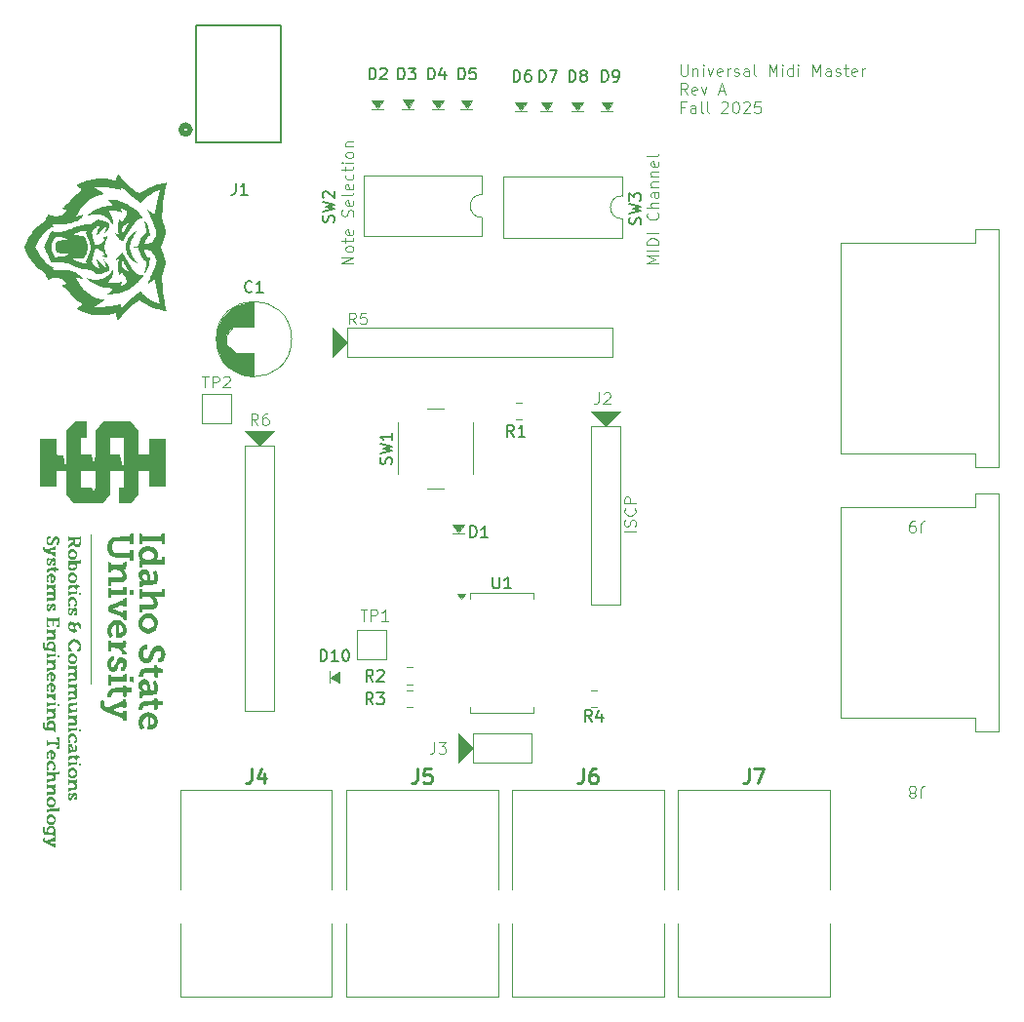
<source format=gbr>
%TF.GenerationSoftware,KiCad,Pcbnew,9.0.5*%
%TF.CreationDate,2025-11-19T10:45:20-07:00*%
%TF.ProjectId,UMaster,554d6173-7465-4722-9e6b-696361645f70,rev?*%
%TF.SameCoordinates,Original*%
%TF.FileFunction,Legend,Top*%
%TF.FilePolarity,Positive*%
%FSLAX46Y46*%
G04 Gerber Fmt 4.6, Leading zero omitted, Abs format (unit mm)*
G04 Created by KiCad (PCBNEW 9.0.5) date 2025-11-19 10:45:20*
%MOMM*%
%LPD*%
G01*
G04 APERTURE LIST*
%ADD10C,0.100000*%
%ADD11C,0.150000*%
%ADD12C,0.254000*%
%ADD13C,0.120000*%
%ADD14C,0.000000*%
%ADD15C,0.152400*%
%ADD16C,0.508000*%
G04 APERTURE END LIST*
D10*
X134122419Y-91196115D02*
X133122419Y-91196115D01*
X133122419Y-91196115D02*
X134122419Y-90624687D01*
X134122419Y-90624687D02*
X133122419Y-90624687D01*
X134122419Y-90005639D02*
X134074800Y-90100877D01*
X134074800Y-90100877D02*
X134027180Y-90148496D01*
X134027180Y-90148496D02*
X133931942Y-90196115D01*
X133931942Y-90196115D02*
X133646228Y-90196115D01*
X133646228Y-90196115D02*
X133550990Y-90148496D01*
X133550990Y-90148496D02*
X133503371Y-90100877D01*
X133503371Y-90100877D02*
X133455752Y-90005639D01*
X133455752Y-90005639D02*
X133455752Y-89862782D01*
X133455752Y-89862782D02*
X133503371Y-89767544D01*
X133503371Y-89767544D02*
X133550990Y-89719925D01*
X133550990Y-89719925D02*
X133646228Y-89672306D01*
X133646228Y-89672306D02*
X133931942Y-89672306D01*
X133931942Y-89672306D02*
X134027180Y-89719925D01*
X134027180Y-89719925D02*
X134074800Y-89767544D01*
X134074800Y-89767544D02*
X134122419Y-89862782D01*
X134122419Y-89862782D02*
X134122419Y-90005639D01*
X133455752Y-89386591D02*
X133455752Y-89005639D01*
X133122419Y-89243734D02*
X133979561Y-89243734D01*
X133979561Y-89243734D02*
X134074800Y-89196115D01*
X134074800Y-89196115D02*
X134122419Y-89100877D01*
X134122419Y-89100877D02*
X134122419Y-89005639D01*
X134074800Y-88291353D02*
X134122419Y-88386591D01*
X134122419Y-88386591D02*
X134122419Y-88577067D01*
X134122419Y-88577067D02*
X134074800Y-88672305D01*
X134074800Y-88672305D02*
X133979561Y-88719924D01*
X133979561Y-88719924D02*
X133598609Y-88719924D01*
X133598609Y-88719924D02*
X133503371Y-88672305D01*
X133503371Y-88672305D02*
X133455752Y-88577067D01*
X133455752Y-88577067D02*
X133455752Y-88386591D01*
X133455752Y-88386591D02*
X133503371Y-88291353D01*
X133503371Y-88291353D02*
X133598609Y-88243734D01*
X133598609Y-88243734D02*
X133693847Y-88243734D01*
X133693847Y-88243734D02*
X133789085Y-88719924D01*
X134074800Y-87100876D02*
X134122419Y-86958019D01*
X134122419Y-86958019D02*
X134122419Y-86719924D01*
X134122419Y-86719924D02*
X134074800Y-86624686D01*
X134074800Y-86624686D02*
X134027180Y-86577067D01*
X134027180Y-86577067D02*
X133931942Y-86529448D01*
X133931942Y-86529448D02*
X133836704Y-86529448D01*
X133836704Y-86529448D02*
X133741466Y-86577067D01*
X133741466Y-86577067D02*
X133693847Y-86624686D01*
X133693847Y-86624686D02*
X133646228Y-86719924D01*
X133646228Y-86719924D02*
X133598609Y-86910400D01*
X133598609Y-86910400D02*
X133550990Y-87005638D01*
X133550990Y-87005638D02*
X133503371Y-87053257D01*
X133503371Y-87053257D02*
X133408133Y-87100876D01*
X133408133Y-87100876D02*
X133312895Y-87100876D01*
X133312895Y-87100876D02*
X133217657Y-87053257D01*
X133217657Y-87053257D02*
X133170038Y-87005638D01*
X133170038Y-87005638D02*
X133122419Y-86910400D01*
X133122419Y-86910400D02*
X133122419Y-86672305D01*
X133122419Y-86672305D02*
X133170038Y-86529448D01*
X134074800Y-85719924D02*
X134122419Y-85815162D01*
X134122419Y-85815162D02*
X134122419Y-86005638D01*
X134122419Y-86005638D02*
X134074800Y-86100876D01*
X134074800Y-86100876D02*
X133979561Y-86148495D01*
X133979561Y-86148495D02*
X133598609Y-86148495D01*
X133598609Y-86148495D02*
X133503371Y-86100876D01*
X133503371Y-86100876D02*
X133455752Y-86005638D01*
X133455752Y-86005638D02*
X133455752Y-85815162D01*
X133455752Y-85815162D02*
X133503371Y-85719924D01*
X133503371Y-85719924D02*
X133598609Y-85672305D01*
X133598609Y-85672305D02*
X133693847Y-85672305D01*
X133693847Y-85672305D02*
X133789085Y-86148495D01*
X134122419Y-85100876D02*
X134074800Y-85196114D01*
X134074800Y-85196114D02*
X133979561Y-85243733D01*
X133979561Y-85243733D02*
X133122419Y-85243733D01*
X134074800Y-84338971D02*
X134122419Y-84434209D01*
X134122419Y-84434209D02*
X134122419Y-84624685D01*
X134122419Y-84624685D02*
X134074800Y-84719923D01*
X134074800Y-84719923D02*
X133979561Y-84767542D01*
X133979561Y-84767542D02*
X133598609Y-84767542D01*
X133598609Y-84767542D02*
X133503371Y-84719923D01*
X133503371Y-84719923D02*
X133455752Y-84624685D01*
X133455752Y-84624685D02*
X133455752Y-84434209D01*
X133455752Y-84434209D02*
X133503371Y-84338971D01*
X133503371Y-84338971D02*
X133598609Y-84291352D01*
X133598609Y-84291352D02*
X133693847Y-84291352D01*
X133693847Y-84291352D02*
X133789085Y-84767542D01*
X134074800Y-83434209D02*
X134122419Y-83529447D01*
X134122419Y-83529447D02*
X134122419Y-83719923D01*
X134122419Y-83719923D02*
X134074800Y-83815161D01*
X134074800Y-83815161D02*
X134027180Y-83862780D01*
X134027180Y-83862780D02*
X133931942Y-83910399D01*
X133931942Y-83910399D02*
X133646228Y-83910399D01*
X133646228Y-83910399D02*
X133550990Y-83862780D01*
X133550990Y-83862780D02*
X133503371Y-83815161D01*
X133503371Y-83815161D02*
X133455752Y-83719923D01*
X133455752Y-83719923D02*
X133455752Y-83529447D01*
X133455752Y-83529447D02*
X133503371Y-83434209D01*
X133455752Y-83148494D02*
X133455752Y-82767542D01*
X133122419Y-83005637D02*
X133979561Y-83005637D01*
X133979561Y-83005637D02*
X134074800Y-82958018D01*
X134074800Y-82958018D02*
X134122419Y-82862780D01*
X134122419Y-82862780D02*
X134122419Y-82767542D01*
X134122419Y-82434208D02*
X133455752Y-82434208D01*
X133122419Y-82434208D02*
X133170038Y-82481827D01*
X133170038Y-82481827D02*
X133217657Y-82434208D01*
X133217657Y-82434208D02*
X133170038Y-82386589D01*
X133170038Y-82386589D02*
X133122419Y-82434208D01*
X133122419Y-82434208D02*
X133217657Y-82434208D01*
X134122419Y-81815161D02*
X134074800Y-81910399D01*
X134074800Y-81910399D02*
X134027180Y-81958018D01*
X134027180Y-81958018D02*
X133931942Y-82005637D01*
X133931942Y-82005637D02*
X133646228Y-82005637D01*
X133646228Y-82005637D02*
X133550990Y-81958018D01*
X133550990Y-81958018D02*
X133503371Y-81910399D01*
X133503371Y-81910399D02*
X133455752Y-81815161D01*
X133455752Y-81815161D02*
X133455752Y-81672304D01*
X133455752Y-81672304D02*
X133503371Y-81577066D01*
X133503371Y-81577066D02*
X133550990Y-81529447D01*
X133550990Y-81529447D02*
X133646228Y-81481828D01*
X133646228Y-81481828D02*
X133931942Y-81481828D01*
X133931942Y-81481828D02*
X134027180Y-81529447D01*
X134027180Y-81529447D02*
X134074800Y-81577066D01*
X134074800Y-81577066D02*
X134122419Y-81672304D01*
X134122419Y-81672304D02*
X134122419Y-81815161D01*
X133455752Y-81053256D02*
X134122419Y-81053256D01*
X133550990Y-81053256D02*
X133503371Y-81005637D01*
X133503371Y-81005637D02*
X133455752Y-80910399D01*
X133455752Y-80910399D02*
X133455752Y-80767542D01*
X133455752Y-80767542D02*
X133503371Y-80672304D01*
X133503371Y-80672304D02*
X133598609Y-80624685D01*
X133598609Y-80624685D02*
X134122419Y-80624685D01*
X162553884Y-73902531D02*
X162553884Y-74712054D01*
X162553884Y-74712054D02*
X162601503Y-74807292D01*
X162601503Y-74807292D02*
X162649122Y-74854912D01*
X162649122Y-74854912D02*
X162744360Y-74902531D01*
X162744360Y-74902531D02*
X162934836Y-74902531D01*
X162934836Y-74902531D02*
X163030074Y-74854912D01*
X163030074Y-74854912D02*
X163077693Y-74807292D01*
X163077693Y-74807292D02*
X163125312Y-74712054D01*
X163125312Y-74712054D02*
X163125312Y-73902531D01*
X163601503Y-74235864D02*
X163601503Y-74902531D01*
X163601503Y-74331102D02*
X163649122Y-74283483D01*
X163649122Y-74283483D02*
X163744360Y-74235864D01*
X163744360Y-74235864D02*
X163887217Y-74235864D01*
X163887217Y-74235864D02*
X163982455Y-74283483D01*
X163982455Y-74283483D02*
X164030074Y-74378721D01*
X164030074Y-74378721D02*
X164030074Y-74902531D01*
X164506265Y-74902531D02*
X164506265Y-74235864D01*
X164506265Y-73902531D02*
X164458646Y-73950150D01*
X164458646Y-73950150D02*
X164506265Y-73997769D01*
X164506265Y-73997769D02*
X164553884Y-73950150D01*
X164553884Y-73950150D02*
X164506265Y-73902531D01*
X164506265Y-73902531D02*
X164506265Y-73997769D01*
X164887217Y-74235864D02*
X165125312Y-74902531D01*
X165125312Y-74902531D02*
X165363407Y-74235864D01*
X166125312Y-74854912D02*
X166030074Y-74902531D01*
X166030074Y-74902531D02*
X165839598Y-74902531D01*
X165839598Y-74902531D02*
X165744360Y-74854912D01*
X165744360Y-74854912D02*
X165696741Y-74759673D01*
X165696741Y-74759673D02*
X165696741Y-74378721D01*
X165696741Y-74378721D02*
X165744360Y-74283483D01*
X165744360Y-74283483D02*
X165839598Y-74235864D01*
X165839598Y-74235864D02*
X166030074Y-74235864D01*
X166030074Y-74235864D02*
X166125312Y-74283483D01*
X166125312Y-74283483D02*
X166172931Y-74378721D01*
X166172931Y-74378721D02*
X166172931Y-74473959D01*
X166172931Y-74473959D02*
X165696741Y-74569197D01*
X166601503Y-74902531D02*
X166601503Y-74235864D01*
X166601503Y-74426340D02*
X166649122Y-74331102D01*
X166649122Y-74331102D02*
X166696741Y-74283483D01*
X166696741Y-74283483D02*
X166791979Y-74235864D01*
X166791979Y-74235864D02*
X166887217Y-74235864D01*
X167172932Y-74854912D02*
X167268170Y-74902531D01*
X167268170Y-74902531D02*
X167458646Y-74902531D01*
X167458646Y-74902531D02*
X167553884Y-74854912D01*
X167553884Y-74854912D02*
X167601503Y-74759673D01*
X167601503Y-74759673D02*
X167601503Y-74712054D01*
X167601503Y-74712054D02*
X167553884Y-74616816D01*
X167553884Y-74616816D02*
X167458646Y-74569197D01*
X167458646Y-74569197D02*
X167315789Y-74569197D01*
X167315789Y-74569197D02*
X167220551Y-74521578D01*
X167220551Y-74521578D02*
X167172932Y-74426340D01*
X167172932Y-74426340D02*
X167172932Y-74378721D01*
X167172932Y-74378721D02*
X167220551Y-74283483D01*
X167220551Y-74283483D02*
X167315789Y-74235864D01*
X167315789Y-74235864D02*
X167458646Y-74235864D01*
X167458646Y-74235864D02*
X167553884Y-74283483D01*
X168458646Y-74902531D02*
X168458646Y-74378721D01*
X168458646Y-74378721D02*
X168411027Y-74283483D01*
X168411027Y-74283483D02*
X168315789Y-74235864D01*
X168315789Y-74235864D02*
X168125313Y-74235864D01*
X168125313Y-74235864D02*
X168030075Y-74283483D01*
X168458646Y-74854912D02*
X168363408Y-74902531D01*
X168363408Y-74902531D02*
X168125313Y-74902531D01*
X168125313Y-74902531D02*
X168030075Y-74854912D01*
X168030075Y-74854912D02*
X167982456Y-74759673D01*
X167982456Y-74759673D02*
X167982456Y-74664435D01*
X167982456Y-74664435D02*
X168030075Y-74569197D01*
X168030075Y-74569197D02*
X168125313Y-74521578D01*
X168125313Y-74521578D02*
X168363408Y-74521578D01*
X168363408Y-74521578D02*
X168458646Y-74473959D01*
X169077694Y-74902531D02*
X168982456Y-74854912D01*
X168982456Y-74854912D02*
X168934837Y-74759673D01*
X168934837Y-74759673D02*
X168934837Y-73902531D01*
X170220552Y-74902531D02*
X170220552Y-73902531D01*
X170220552Y-73902531D02*
X170553885Y-74616816D01*
X170553885Y-74616816D02*
X170887218Y-73902531D01*
X170887218Y-73902531D02*
X170887218Y-74902531D01*
X171363409Y-74902531D02*
X171363409Y-74235864D01*
X171363409Y-73902531D02*
X171315790Y-73950150D01*
X171315790Y-73950150D02*
X171363409Y-73997769D01*
X171363409Y-73997769D02*
X171411028Y-73950150D01*
X171411028Y-73950150D02*
X171363409Y-73902531D01*
X171363409Y-73902531D02*
X171363409Y-73997769D01*
X172268170Y-74902531D02*
X172268170Y-73902531D01*
X172268170Y-74854912D02*
X172172932Y-74902531D01*
X172172932Y-74902531D02*
X171982456Y-74902531D01*
X171982456Y-74902531D02*
X171887218Y-74854912D01*
X171887218Y-74854912D02*
X171839599Y-74807292D01*
X171839599Y-74807292D02*
X171791980Y-74712054D01*
X171791980Y-74712054D02*
X171791980Y-74426340D01*
X171791980Y-74426340D02*
X171839599Y-74331102D01*
X171839599Y-74331102D02*
X171887218Y-74283483D01*
X171887218Y-74283483D02*
X171982456Y-74235864D01*
X171982456Y-74235864D02*
X172172932Y-74235864D01*
X172172932Y-74235864D02*
X172268170Y-74283483D01*
X172744361Y-74902531D02*
X172744361Y-74235864D01*
X172744361Y-73902531D02*
X172696742Y-73950150D01*
X172696742Y-73950150D02*
X172744361Y-73997769D01*
X172744361Y-73997769D02*
X172791980Y-73950150D01*
X172791980Y-73950150D02*
X172744361Y-73902531D01*
X172744361Y-73902531D02*
X172744361Y-73997769D01*
X173982456Y-74902531D02*
X173982456Y-73902531D01*
X173982456Y-73902531D02*
X174315789Y-74616816D01*
X174315789Y-74616816D02*
X174649122Y-73902531D01*
X174649122Y-73902531D02*
X174649122Y-74902531D01*
X175553884Y-74902531D02*
X175553884Y-74378721D01*
X175553884Y-74378721D02*
X175506265Y-74283483D01*
X175506265Y-74283483D02*
X175411027Y-74235864D01*
X175411027Y-74235864D02*
X175220551Y-74235864D01*
X175220551Y-74235864D02*
X175125313Y-74283483D01*
X175553884Y-74854912D02*
X175458646Y-74902531D01*
X175458646Y-74902531D02*
X175220551Y-74902531D01*
X175220551Y-74902531D02*
X175125313Y-74854912D01*
X175125313Y-74854912D02*
X175077694Y-74759673D01*
X175077694Y-74759673D02*
X175077694Y-74664435D01*
X175077694Y-74664435D02*
X175125313Y-74569197D01*
X175125313Y-74569197D02*
X175220551Y-74521578D01*
X175220551Y-74521578D02*
X175458646Y-74521578D01*
X175458646Y-74521578D02*
X175553884Y-74473959D01*
X175982456Y-74854912D02*
X176077694Y-74902531D01*
X176077694Y-74902531D02*
X176268170Y-74902531D01*
X176268170Y-74902531D02*
X176363408Y-74854912D01*
X176363408Y-74854912D02*
X176411027Y-74759673D01*
X176411027Y-74759673D02*
X176411027Y-74712054D01*
X176411027Y-74712054D02*
X176363408Y-74616816D01*
X176363408Y-74616816D02*
X176268170Y-74569197D01*
X176268170Y-74569197D02*
X176125313Y-74569197D01*
X176125313Y-74569197D02*
X176030075Y-74521578D01*
X176030075Y-74521578D02*
X175982456Y-74426340D01*
X175982456Y-74426340D02*
X175982456Y-74378721D01*
X175982456Y-74378721D02*
X176030075Y-74283483D01*
X176030075Y-74283483D02*
X176125313Y-74235864D01*
X176125313Y-74235864D02*
X176268170Y-74235864D01*
X176268170Y-74235864D02*
X176363408Y-74283483D01*
X176696742Y-74235864D02*
X177077694Y-74235864D01*
X176839599Y-73902531D02*
X176839599Y-74759673D01*
X176839599Y-74759673D02*
X176887218Y-74854912D01*
X176887218Y-74854912D02*
X176982456Y-74902531D01*
X176982456Y-74902531D02*
X177077694Y-74902531D01*
X177791980Y-74854912D02*
X177696742Y-74902531D01*
X177696742Y-74902531D02*
X177506266Y-74902531D01*
X177506266Y-74902531D02*
X177411028Y-74854912D01*
X177411028Y-74854912D02*
X177363409Y-74759673D01*
X177363409Y-74759673D02*
X177363409Y-74378721D01*
X177363409Y-74378721D02*
X177411028Y-74283483D01*
X177411028Y-74283483D02*
X177506266Y-74235864D01*
X177506266Y-74235864D02*
X177696742Y-74235864D01*
X177696742Y-74235864D02*
X177791980Y-74283483D01*
X177791980Y-74283483D02*
X177839599Y-74378721D01*
X177839599Y-74378721D02*
X177839599Y-74473959D01*
X177839599Y-74473959D02*
X177363409Y-74569197D01*
X178268171Y-74902531D02*
X178268171Y-74235864D01*
X178268171Y-74426340D02*
X178315790Y-74331102D01*
X178315790Y-74331102D02*
X178363409Y-74283483D01*
X178363409Y-74283483D02*
X178458647Y-74235864D01*
X178458647Y-74235864D02*
X178553885Y-74235864D01*
X163125312Y-76512475D02*
X162791979Y-76036284D01*
X162553884Y-76512475D02*
X162553884Y-75512475D01*
X162553884Y-75512475D02*
X162934836Y-75512475D01*
X162934836Y-75512475D02*
X163030074Y-75560094D01*
X163030074Y-75560094D02*
X163077693Y-75607713D01*
X163077693Y-75607713D02*
X163125312Y-75702951D01*
X163125312Y-75702951D02*
X163125312Y-75845808D01*
X163125312Y-75845808D02*
X163077693Y-75941046D01*
X163077693Y-75941046D02*
X163030074Y-75988665D01*
X163030074Y-75988665D02*
X162934836Y-76036284D01*
X162934836Y-76036284D02*
X162553884Y-76036284D01*
X163934836Y-76464856D02*
X163839598Y-76512475D01*
X163839598Y-76512475D02*
X163649122Y-76512475D01*
X163649122Y-76512475D02*
X163553884Y-76464856D01*
X163553884Y-76464856D02*
X163506265Y-76369617D01*
X163506265Y-76369617D02*
X163506265Y-75988665D01*
X163506265Y-75988665D02*
X163553884Y-75893427D01*
X163553884Y-75893427D02*
X163649122Y-75845808D01*
X163649122Y-75845808D02*
X163839598Y-75845808D01*
X163839598Y-75845808D02*
X163934836Y-75893427D01*
X163934836Y-75893427D02*
X163982455Y-75988665D01*
X163982455Y-75988665D02*
X163982455Y-76083903D01*
X163982455Y-76083903D02*
X163506265Y-76179141D01*
X164315789Y-75845808D02*
X164553884Y-76512475D01*
X164553884Y-76512475D02*
X164791979Y-75845808D01*
X165887218Y-76226760D02*
X166363408Y-76226760D01*
X165791980Y-76512475D02*
X166125313Y-75512475D01*
X166125313Y-75512475D02*
X166458646Y-76512475D01*
X162887217Y-77598609D02*
X162553884Y-77598609D01*
X162553884Y-78122419D02*
X162553884Y-77122419D01*
X162553884Y-77122419D02*
X163030074Y-77122419D01*
X163839598Y-78122419D02*
X163839598Y-77598609D01*
X163839598Y-77598609D02*
X163791979Y-77503371D01*
X163791979Y-77503371D02*
X163696741Y-77455752D01*
X163696741Y-77455752D02*
X163506265Y-77455752D01*
X163506265Y-77455752D02*
X163411027Y-77503371D01*
X163839598Y-78074800D02*
X163744360Y-78122419D01*
X163744360Y-78122419D02*
X163506265Y-78122419D01*
X163506265Y-78122419D02*
X163411027Y-78074800D01*
X163411027Y-78074800D02*
X163363408Y-77979561D01*
X163363408Y-77979561D02*
X163363408Y-77884323D01*
X163363408Y-77884323D02*
X163411027Y-77789085D01*
X163411027Y-77789085D02*
X163506265Y-77741466D01*
X163506265Y-77741466D02*
X163744360Y-77741466D01*
X163744360Y-77741466D02*
X163839598Y-77693847D01*
X164458646Y-78122419D02*
X164363408Y-78074800D01*
X164363408Y-78074800D02*
X164315789Y-77979561D01*
X164315789Y-77979561D02*
X164315789Y-77122419D01*
X164982456Y-78122419D02*
X164887218Y-78074800D01*
X164887218Y-78074800D02*
X164839599Y-77979561D01*
X164839599Y-77979561D02*
X164839599Y-77122419D01*
X166077695Y-77217657D02*
X166125314Y-77170038D01*
X166125314Y-77170038D02*
X166220552Y-77122419D01*
X166220552Y-77122419D02*
X166458647Y-77122419D01*
X166458647Y-77122419D02*
X166553885Y-77170038D01*
X166553885Y-77170038D02*
X166601504Y-77217657D01*
X166601504Y-77217657D02*
X166649123Y-77312895D01*
X166649123Y-77312895D02*
X166649123Y-77408133D01*
X166649123Y-77408133D02*
X166601504Y-77550990D01*
X166601504Y-77550990D02*
X166030076Y-78122419D01*
X166030076Y-78122419D02*
X166649123Y-78122419D01*
X167268171Y-77122419D02*
X167363409Y-77122419D01*
X167363409Y-77122419D02*
X167458647Y-77170038D01*
X167458647Y-77170038D02*
X167506266Y-77217657D01*
X167506266Y-77217657D02*
X167553885Y-77312895D01*
X167553885Y-77312895D02*
X167601504Y-77503371D01*
X167601504Y-77503371D02*
X167601504Y-77741466D01*
X167601504Y-77741466D02*
X167553885Y-77931942D01*
X167553885Y-77931942D02*
X167506266Y-78027180D01*
X167506266Y-78027180D02*
X167458647Y-78074800D01*
X167458647Y-78074800D02*
X167363409Y-78122419D01*
X167363409Y-78122419D02*
X167268171Y-78122419D01*
X167268171Y-78122419D02*
X167172933Y-78074800D01*
X167172933Y-78074800D02*
X167125314Y-78027180D01*
X167125314Y-78027180D02*
X167077695Y-77931942D01*
X167077695Y-77931942D02*
X167030076Y-77741466D01*
X167030076Y-77741466D02*
X167030076Y-77503371D01*
X167030076Y-77503371D02*
X167077695Y-77312895D01*
X167077695Y-77312895D02*
X167125314Y-77217657D01*
X167125314Y-77217657D02*
X167172933Y-77170038D01*
X167172933Y-77170038D02*
X167268171Y-77122419D01*
X167982457Y-77217657D02*
X168030076Y-77170038D01*
X168030076Y-77170038D02*
X168125314Y-77122419D01*
X168125314Y-77122419D02*
X168363409Y-77122419D01*
X168363409Y-77122419D02*
X168458647Y-77170038D01*
X168458647Y-77170038D02*
X168506266Y-77217657D01*
X168506266Y-77217657D02*
X168553885Y-77312895D01*
X168553885Y-77312895D02*
X168553885Y-77408133D01*
X168553885Y-77408133D02*
X168506266Y-77550990D01*
X168506266Y-77550990D02*
X167934838Y-78122419D01*
X167934838Y-78122419D02*
X168553885Y-78122419D01*
X169458647Y-77122419D02*
X168982457Y-77122419D01*
X168982457Y-77122419D02*
X168934838Y-77598609D01*
X168934838Y-77598609D02*
X168982457Y-77550990D01*
X168982457Y-77550990D02*
X169077695Y-77503371D01*
X169077695Y-77503371D02*
X169315790Y-77503371D01*
X169315790Y-77503371D02*
X169411028Y-77550990D01*
X169411028Y-77550990D02*
X169458647Y-77598609D01*
X169458647Y-77598609D02*
X169506266Y-77693847D01*
X169506266Y-77693847D02*
X169506266Y-77931942D01*
X169506266Y-77931942D02*
X169458647Y-78027180D01*
X169458647Y-78027180D02*
X169411028Y-78074800D01*
X169411028Y-78074800D02*
X169315790Y-78122419D01*
X169315790Y-78122419D02*
X169077695Y-78122419D01*
X169077695Y-78122419D02*
X168982457Y-78074800D01*
X168982457Y-78074800D02*
X168934838Y-78027180D01*
X158639419Y-114446115D02*
X157639419Y-114446115D01*
X158591800Y-114017544D02*
X158639419Y-113874687D01*
X158639419Y-113874687D02*
X158639419Y-113636592D01*
X158639419Y-113636592D02*
X158591800Y-113541354D01*
X158591800Y-113541354D02*
X158544180Y-113493735D01*
X158544180Y-113493735D02*
X158448942Y-113446116D01*
X158448942Y-113446116D02*
X158353704Y-113446116D01*
X158353704Y-113446116D02*
X158258466Y-113493735D01*
X158258466Y-113493735D02*
X158210847Y-113541354D01*
X158210847Y-113541354D02*
X158163228Y-113636592D01*
X158163228Y-113636592D02*
X158115609Y-113827068D01*
X158115609Y-113827068D02*
X158067990Y-113922306D01*
X158067990Y-113922306D02*
X158020371Y-113969925D01*
X158020371Y-113969925D02*
X157925133Y-114017544D01*
X157925133Y-114017544D02*
X157829895Y-114017544D01*
X157829895Y-114017544D02*
X157734657Y-113969925D01*
X157734657Y-113969925D02*
X157687038Y-113922306D01*
X157687038Y-113922306D02*
X157639419Y-113827068D01*
X157639419Y-113827068D02*
X157639419Y-113588973D01*
X157639419Y-113588973D02*
X157687038Y-113446116D01*
X158544180Y-112446116D02*
X158591800Y-112493735D01*
X158591800Y-112493735D02*
X158639419Y-112636592D01*
X158639419Y-112636592D02*
X158639419Y-112731830D01*
X158639419Y-112731830D02*
X158591800Y-112874687D01*
X158591800Y-112874687D02*
X158496561Y-112969925D01*
X158496561Y-112969925D02*
X158401323Y-113017544D01*
X158401323Y-113017544D02*
X158210847Y-113065163D01*
X158210847Y-113065163D02*
X158067990Y-113065163D01*
X158067990Y-113065163D02*
X157877514Y-113017544D01*
X157877514Y-113017544D02*
X157782276Y-112969925D01*
X157782276Y-112969925D02*
X157687038Y-112874687D01*
X157687038Y-112874687D02*
X157639419Y-112731830D01*
X157639419Y-112731830D02*
X157639419Y-112636592D01*
X157639419Y-112636592D02*
X157687038Y-112493735D01*
X157687038Y-112493735D02*
X157734657Y-112446116D01*
X158639419Y-112017544D02*
X157639419Y-112017544D01*
X157639419Y-112017544D02*
X157639419Y-111636592D01*
X157639419Y-111636592D02*
X157687038Y-111541354D01*
X157687038Y-111541354D02*
X157734657Y-111493735D01*
X157734657Y-111493735D02*
X157829895Y-111446116D01*
X157829895Y-111446116D02*
X157972752Y-111446116D01*
X157972752Y-111446116D02*
X158067990Y-111493735D01*
X158067990Y-111493735D02*
X158115609Y-111541354D01*
X158115609Y-111541354D02*
X158163228Y-111636592D01*
X158163228Y-111636592D02*
X158163228Y-112017544D01*
X160622419Y-91196115D02*
X159622419Y-91196115D01*
X159622419Y-91196115D02*
X160336704Y-90862782D01*
X160336704Y-90862782D02*
X159622419Y-90529449D01*
X159622419Y-90529449D02*
X160622419Y-90529449D01*
X160622419Y-90053258D02*
X159622419Y-90053258D01*
X160622419Y-89577068D02*
X159622419Y-89577068D01*
X159622419Y-89577068D02*
X159622419Y-89338973D01*
X159622419Y-89338973D02*
X159670038Y-89196116D01*
X159670038Y-89196116D02*
X159765276Y-89100878D01*
X159765276Y-89100878D02*
X159860514Y-89053259D01*
X159860514Y-89053259D02*
X160050990Y-89005640D01*
X160050990Y-89005640D02*
X160193847Y-89005640D01*
X160193847Y-89005640D02*
X160384323Y-89053259D01*
X160384323Y-89053259D02*
X160479561Y-89100878D01*
X160479561Y-89100878D02*
X160574800Y-89196116D01*
X160574800Y-89196116D02*
X160622419Y-89338973D01*
X160622419Y-89338973D02*
X160622419Y-89577068D01*
X160622419Y-88577068D02*
X159622419Y-88577068D01*
X160527180Y-86767545D02*
X160574800Y-86815164D01*
X160574800Y-86815164D02*
X160622419Y-86958021D01*
X160622419Y-86958021D02*
X160622419Y-87053259D01*
X160622419Y-87053259D02*
X160574800Y-87196116D01*
X160574800Y-87196116D02*
X160479561Y-87291354D01*
X160479561Y-87291354D02*
X160384323Y-87338973D01*
X160384323Y-87338973D02*
X160193847Y-87386592D01*
X160193847Y-87386592D02*
X160050990Y-87386592D01*
X160050990Y-87386592D02*
X159860514Y-87338973D01*
X159860514Y-87338973D02*
X159765276Y-87291354D01*
X159765276Y-87291354D02*
X159670038Y-87196116D01*
X159670038Y-87196116D02*
X159622419Y-87053259D01*
X159622419Y-87053259D02*
X159622419Y-86958021D01*
X159622419Y-86958021D02*
X159670038Y-86815164D01*
X159670038Y-86815164D02*
X159717657Y-86767545D01*
X160622419Y-86338973D02*
X159622419Y-86338973D01*
X160622419Y-85910402D02*
X160098609Y-85910402D01*
X160098609Y-85910402D02*
X160003371Y-85958021D01*
X160003371Y-85958021D02*
X159955752Y-86053259D01*
X159955752Y-86053259D02*
X159955752Y-86196116D01*
X159955752Y-86196116D02*
X160003371Y-86291354D01*
X160003371Y-86291354D02*
X160050990Y-86338973D01*
X160622419Y-85005640D02*
X160098609Y-85005640D01*
X160098609Y-85005640D02*
X160003371Y-85053259D01*
X160003371Y-85053259D02*
X159955752Y-85148497D01*
X159955752Y-85148497D02*
X159955752Y-85338973D01*
X159955752Y-85338973D02*
X160003371Y-85434211D01*
X160574800Y-85005640D02*
X160622419Y-85100878D01*
X160622419Y-85100878D02*
X160622419Y-85338973D01*
X160622419Y-85338973D02*
X160574800Y-85434211D01*
X160574800Y-85434211D02*
X160479561Y-85481830D01*
X160479561Y-85481830D02*
X160384323Y-85481830D01*
X160384323Y-85481830D02*
X160289085Y-85434211D01*
X160289085Y-85434211D02*
X160241466Y-85338973D01*
X160241466Y-85338973D02*
X160241466Y-85100878D01*
X160241466Y-85100878D02*
X160193847Y-85005640D01*
X159955752Y-84529449D02*
X160622419Y-84529449D01*
X160050990Y-84529449D02*
X160003371Y-84481830D01*
X160003371Y-84481830D02*
X159955752Y-84386592D01*
X159955752Y-84386592D02*
X159955752Y-84243735D01*
X159955752Y-84243735D02*
X160003371Y-84148497D01*
X160003371Y-84148497D02*
X160098609Y-84100878D01*
X160098609Y-84100878D02*
X160622419Y-84100878D01*
X159955752Y-83624687D02*
X160622419Y-83624687D01*
X160050990Y-83624687D02*
X160003371Y-83577068D01*
X160003371Y-83577068D02*
X159955752Y-83481830D01*
X159955752Y-83481830D02*
X159955752Y-83338973D01*
X159955752Y-83338973D02*
X160003371Y-83243735D01*
X160003371Y-83243735D02*
X160098609Y-83196116D01*
X160098609Y-83196116D02*
X160622419Y-83196116D01*
X160574800Y-82338973D02*
X160622419Y-82434211D01*
X160622419Y-82434211D02*
X160622419Y-82624687D01*
X160622419Y-82624687D02*
X160574800Y-82719925D01*
X160574800Y-82719925D02*
X160479561Y-82767544D01*
X160479561Y-82767544D02*
X160098609Y-82767544D01*
X160098609Y-82767544D02*
X160003371Y-82719925D01*
X160003371Y-82719925D02*
X159955752Y-82624687D01*
X159955752Y-82624687D02*
X159955752Y-82434211D01*
X159955752Y-82434211D02*
X160003371Y-82338973D01*
X160003371Y-82338973D02*
X160098609Y-82291354D01*
X160098609Y-82291354D02*
X160193847Y-82291354D01*
X160193847Y-82291354D02*
X160289085Y-82767544D01*
X160622419Y-81719925D02*
X160574800Y-81815163D01*
X160574800Y-81815163D02*
X160479561Y-81862782D01*
X160479561Y-81862782D02*
X159622419Y-81862782D01*
X134333333Y-96457419D02*
X134000000Y-95981228D01*
X133761905Y-96457419D02*
X133761905Y-95457419D01*
X133761905Y-95457419D02*
X134142857Y-95457419D01*
X134142857Y-95457419D02*
X134238095Y-95505038D01*
X134238095Y-95505038D02*
X134285714Y-95552657D01*
X134285714Y-95552657D02*
X134333333Y-95647895D01*
X134333333Y-95647895D02*
X134333333Y-95790752D01*
X134333333Y-95790752D02*
X134285714Y-95885990D01*
X134285714Y-95885990D02*
X134238095Y-95933609D01*
X134238095Y-95933609D02*
X134142857Y-95981228D01*
X134142857Y-95981228D02*
X133761905Y-95981228D01*
X135238095Y-95457419D02*
X134761905Y-95457419D01*
X134761905Y-95457419D02*
X134714286Y-95933609D01*
X134714286Y-95933609D02*
X134761905Y-95885990D01*
X134761905Y-95885990D02*
X134857143Y-95838371D01*
X134857143Y-95838371D02*
X135095238Y-95838371D01*
X135095238Y-95838371D02*
X135190476Y-95885990D01*
X135190476Y-95885990D02*
X135238095Y-95933609D01*
X135238095Y-95933609D02*
X135285714Y-96028847D01*
X135285714Y-96028847D02*
X135285714Y-96266942D01*
X135285714Y-96266942D02*
X135238095Y-96362180D01*
X135238095Y-96362180D02*
X135190476Y-96409800D01*
X135190476Y-96409800D02*
X135095238Y-96457419D01*
X135095238Y-96457419D02*
X134857143Y-96457419D01*
X134857143Y-96457419D02*
X134761905Y-96409800D01*
X134761905Y-96409800D02*
X134714286Y-96362180D01*
D11*
X154833333Y-130954819D02*
X154500000Y-130478628D01*
X154261905Y-130954819D02*
X154261905Y-129954819D01*
X154261905Y-129954819D02*
X154642857Y-129954819D01*
X154642857Y-129954819D02*
X154738095Y-130002438D01*
X154738095Y-130002438D02*
X154785714Y-130050057D01*
X154785714Y-130050057D02*
X154833333Y-130145295D01*
X154833333Y-130145295D02*
X154833333Y-130288152D01*
X154833333Y-130288152D02*
X154785714Y-130383390D01*
X154785714Y-130383390D02*
X154738095Y-130431009D01*
X154738095Y-130431009D02*
X154642857Y-130478628D01*
X154642857Y-130478628D02*
X154261905Y-130478628D01*
X155690476Y-130288152D02*
X155690476Y-130954819D01*
X155452381Y-129907200D02*
X155214286Y-130621485D01*
X155214286Y-130621485D02*
X155833333Y-130621485D01*
D10*
X134738095Y-121207419D02*
X135309523Y-121207419D01*
X135023809Y-122207419D02*
X135023809Y-121207419D01*
X135642857Y-122207419D02*
X135642857Y-121207419D01*
X135642857Y-121207419D02*
X136023809Y-121207419D01*
X136023809Y-121207419D02*
X136119047Y-121255038D01*
X136119047Y-121255038D02*
X136166666Y-121302657D01*
X136166666Y-121302657D02*
X136214285Y-121397895D01*
X136214285Y-121397895D02*
X136214285Y-121540752D01*
X136214285Y-121540752D02*
X136166666Y-121635990D01*
X136166666Y-121635990D02*
X136119047Y-121683609D01*
X136119047Y-121683609D02*
X136023809Y-121731228D01*
X136023809Y-121731228D02*
X135642857Y-121731228D01*
X137166666Y-122207419D02*
X136595238Y-122207419D01*
X136880952Y-122207419D02*
X136880952Y-121207419D01*
X136880952Y-121207419D02*
X136785714Y-121350276D01*
X136785714Y-121350276D02*
X136690476Y-121445514D01*
X136690476Y-121445514D02*
X136595238Y-121493133D01*
D11*
X131285714Y-125704819D02*
X131285714Y-124704819D01*
X131285714Y-124704819D02*
X131523809Y-124704819D01*
X131523809Y-124704819D02*
X131666666Y-124752438D01*
X131666666Y-124752438D02*
X131761904Y-124847676D01*
X131761904Y-124847676D02*
X131809523Y-124942914D01*
X131809523Y-124942914D02*
X131857142Y-125133390D01*
X131857142Y-125133390D02*
X131857142Y-125276247D01*
X131857142Y-125276247D02*
X131809523Y-125466723D01*
X131809523Y-125466723D02*
X131761904Y-125561961D01*
X131761904Y-125561961D02*
X131666666Y-125657200D01*
X131666666Y-125657200D02*
X131523809Y-125704819D01*
X131523809Y-125704819D02*
X131285714Y-125704819D01*
X132809523Y-125704819D02*
X132238095Y-125704819D01*
X132523809Y-125704819D02*
X132523809Y-124704819D01*
X132523809Y-124704819D02*
X132428571Y-124847676D01*
X132428571Y-124847676D02*
X132333333Y-124942914D01*
X132333333Y-124942914D02*
X132238095Y-124990533D01*
X133428571Y-124704819D02*
X133523809Y-124704819D01*
X133523809Y-124704819D02*
X133619047Y-124752438D01*
X133619047Y-124752438D02*
X133666666Y-124800057D01*
X133666666Y-124800057D02*
X133714285Y-124895295D01*
X133714285Y-124895295D02*
X133761904Y-125085771D01*
X133761904Y-125085771D02*
X133761904Y-125323866D01*
X133761904Y-125323866D02*
X133714285Y-125514342D01*
X133714285Y-125514342D02*
X133666666Y-125609580D01*
X133666666Y-125609580D02*
X133619047Y-125657200D01*
X133619047Y-125657200D02*
X133523809Y-125704819D01*
X133523809Y-125704819D02*
X133428571Y-125704819D01*
X133428571Y-125704819D02*
X133333333Y-125657200D01*
X133333333Y-125657200D02*
X133285714Y-125609580D01*
X133285714Y-125609580D02*
X133238095Y-125514342D01*
X133238095Y-125514342D02*
X133190476Y-125323866D01*
X133190476Y-125323866D02*
X133190476Y-125085771D01*
X133190476Y-125085771D02*
X133238095Y-124895295D01*
X133238095Y-124895295D02*
X133285714Y-124800057D01*
X133285714Y-124800057D02*
X133333333Y-124752438D01*
X133333333Y-124752438D02*
X133428571Y-124704819D01*
X125333333Y-93609580D02*
X125285714Y-93657200D01*
X125285714Y-93657200D02*
X125142857Y-93704819D01*
X125142857Y-93704819D02*
X125047619Y-93704819D01*
X125047619Y-93704819D02*
X124904762Y-93657200D01*
X124904762Y-93657200D02*
X124809524Y-93561961D01*
X124809524Y-93561961D02*
X124761905Y-93466723D01*
X124761905Y-93466723D02*
X124714286Y-93276247D01*
X124714286Y-93276247D02*
X124714286Y-93133390D01*
X124714286Y-93133390D02*
X124761905Y-92942914D01*
X124761905Y-92942914D02*
X124809524Y-92847676D01*
X124809524Y-92847676D02*
X124904762Y-92752438D01*
X124904762Y-92752438D02*
X125047619Y-92704819D01*
X125047619Y-92704819D02*
X125142857Y-92704819D01*
X125142857Y-92704819D02*
X125285714Y-92752438D01*
X125285714Y-92752438D02*
X125333333Y-92800057D01*
X126285714Y-93704819D02*
X125714286Y-93704819D01*
X126000000Y-93704819D02*
X126000000Y-92704819D01*
X126000000Y-92704819D02*
X125904762Y-92847676D01*
X125904762Y-92847676D02*
X125809524Y-92942914D01*
X125809524Y-92942914D02*
X125714286Y-92990533D01*
X135511905Y-75204819D02*
X135511905Y-74204819D01*
X135511905Y-74204819D02*
X135750000Y-74204819D01*
X135750000Y-74204819D02*
X135892857Y-74252438D01*
X135892857Y-74252438D02*
X135988095Y-74347676D01*
X135988095Y-74347676D02*
X136035714Y-74442914D01*
X136035714Y-74442914D02*
X136083333Y-74633390D01*
X136083333Y-74633390D02*
X136083333Y-74776247D01*
X136083333Y-74776247D02*
X136035714Y-74966723D01*
X136035714Y-74966723D02*
X135988095Y-75061961D01*
X135988095Y-75061961D02*
X135892857Y-75157200D01*
X135892857Y-75157200D02*
X135750000Y-75204819D01*
X135750000Y-75204819D02*
X135511905Y-75204819D01*
X136464286Y-74300057D02*
X136511905Y-74252438D01*
X136511905Y-74252438D02*
X136607143Y-74204819D01*
X136607143Y-74204819D02*
X136845238Y-74204819D01*
X136845238Y-74204819D02*
X136940476Y-74252438D01*
X136940476Y-74252438D02*
X136988095Y-74300057D01*
X136988095Y-74300057D02*
X137035714Y-74395295D01*
X137035714Y-74395295D02*
X137035714Y-74490533D01*
X137035714Y-74490533D02*
X136988095Y-74633390D01*
X136988095Y-74633390D02*
X136416667Y-75204819D01*
X136416667Y-75204819D02*
X137035714Y-75204819D01*
D12*
X125256667Y-135054318D02*
X125256667Y-135961461D01*
X125256667Y-135961461D02*
X125196190Y-136142889D01*
X125196190Y-136142889D02*
X125075238Y-136263842D01*
X125075238Y-136263842D02*
X124893809Y-136324318D01*
X124893809Y-136324318D02*
X124772857Y-136324318D01*
X126405714Y-135477651D02*
X126405714Y-136324318D01*
X126103333Y-134993842D02*
X125800952Y-135900984D01*
X125800952Y-135900984D02*
X126587143Y-135900984D01*
D10*
X183374833Y-137540080D02*
X183374833Y-136825795D01*
X183374833Y-136825795D02*
X183422452Y-136682938D01*
X183422452Y-136682938D02*
X183517690Y-136587700D01*
X183517690Y-136587700D02*
X183660547Y-136540080D01*
X183660547Y-136540080D02*
X183755785Y-136540080D01*
X182755785Y-137111509D02*
X182851023Y-137159128D01*
X182851023Y-137159128D02*
X182898642Y-137206747D01*
X182898642Y-137206747D02*
X182946261Y-137301985D01*
X182946261Y-137301985D02*
X182946261Y-137349604D01*
X182946261Y-137349604D02*
X182898642Y-137444842D01*
X182898642Y-137444842D02*
X182851023Y-137492461D01*
X182851023Y-137492461D02*
X182755785Y-137540080D01*
X182755785Y-137540080D02*
X182565309Y-137540080D01*
X182565309Y-137540080D02*
X182470071Y-137492461D01*
X182470071Y-137492461D02*
X182422452Y-137444842D01*
X182422452Y-137444842D02*
X182374833Y-137349604D01*
X182374833Y-137349604D02*
X182374833Y-137301985D01*
X182374833Y-137301985D02*
X182422452Y-137206747D01*
X182422452Y-137206747D02*
X182470071Y-137159128D01*
X182470071Y-137159128D02*
X182565309Y-137111509D01*
X182565309Y-137111509D02*
X182755785Y-137111509D01*
X182755785Y-137111509D02*
X182851023Y-137063890D01*
X182851023Y-137063890D02*
X182898642Y-137016271D01*
X182898642Y-137016271D02*
X182946261Y-136921033D01*
X182946261Y-136921033D02*
X182946261Y-136730557D01*
X182946261Y-136730557D02*
X182898642Y-136635319D01*
X182898642Y-136635319D02*
X182851023Y-136587700D01*
X182851023Y-136587700D02*
X182755785Y-136540080D01*
X182755785Y-136540080D02*
X182565309Y-136540080D01*
X182565309Y-136540080D02*
X182470071Y-136587700D01*
X182470071Y-136587700D02*
X182422452Y-136635319D01*
X182422452Y-136635319D02*
X182374833Y-136730557D01*
X182374833Y-136730557D02*
X182374833Y-136921033D01*
X182374833Y-136921033D02*
X182422452Y-137016271D01*
X182422452Y-137016271D02*
X182470071Y-137063890D01*
X182470071Y-137063890D02*
X182565309Y-137111509D01*
D11*
X140617905Y-75200819D02*
X140617905Y-74200819D01*
X140617905Y-74200819D02*
X140856000Y-74200819D01*
X140856000Y-74200819D02*
X140998857Y-74248438D01*
X140998857Y-74248438D02*
X141094095Y-74343676D01*
X141094095Y-74343676D02*
X141141714Y-74438914D01*
X141141714Y-74438914D02*
X141189333Y-74629390D01*
X141189333Y-74629390D02*
X141189333Y-74772247D01*
X141189333Y-74772247D02*
X141141714Y-74962723D01*
X141141714Y-74962723D02*
X141094095Y-75057961D01*
X141094095Y-75057961D02*
X140998857Y-75153200D01*
X140998857Y-75153200D02*
X140856000Y-75200819D01*
X140856000Y-75200819D02*
X140617905Y-75200819D01*
X142046476Y-74534152D02*
X142046476Y-75200819D01*
X141808381Y-74153200D02*
X141570286Y-74867485D01*
X141570286Y-74867485D02*
X142189333Y-74867485D01*
X135833333Y-127454819D02*
X135500000Y-126978628D01*
X135261905Y-127454819D02*
X135261905Y-126454819D01*
X135261905Y-126454819D02*
X135642857Y-126454819D01*
X135642857Y-126454819D02*
X135738095Y-126502438D01*
X135738095Y-126502438D02*
X135785714Y-126550057D01*
X135785714Y-126550057D02*
X135833333Y-126645295D01*
X135833333Y-126645295D02*
X135833333Y-126788152D01*
X135833333Y-126788152D02*
X135785714Y-126883390D01*
X135785714Y-126883390D02*
X135738095Y-126931009D01*
X135738095Y-126931009D02*
X135642857Y-126978628D01*
X135642857Y-126978628D02*
X135261905Y-126978628D01*
X136214286Y-126550057D02*
X136261905Y-126502438D01*
X136261905Y-126502438D02*
X136357143Y-126454819D01*
X136357143Y-126454819D02*
X136595238Y-126454819D01*
X136595238Y-126454819D02*
X136690476Y-126502438D01*
X136690476Y-126502438D02*
X136738095Y-126550057D01*
X136738095Y-126550057D02*
X136785714Y-126645295D01*
X136785714Y-126645295D02*
X136785714Y-126740533D01*
X136785714Y-126740533D02*
X136738095Y-126883390D01*
X136738095Y-126883390D02*
X136166667Y-127454819D01*
X136166667Y-127454819D02*
X136785714Y-127454819D01*
X155681905Y-75395819D02*
X155681905Y-74395819D01*
X155681905Y-74395819D02*
X155920000Y-74395819D01*
X155920000Y-74395819D02*
X156062857Y-74443438D01*
X156062857Y-74443438D02*
X156158095Y-74538676D01*
X156158095Y-74538676D02*
X156205714Y-74633914D01*
X156205714Y-74633914D02*
X156253333Y-74824390D01*
X156253333Y-74824390D02*
X156253333Y-74967247D01*
X156253333Y-74967247D02*
X156205714Y-75157723D01*
X156205714Y-75157723D02*
X156158095Y-75252961D01*
X156158095Y-75252961D02*
X156062857Y-75348200D01*
X156062857Y-75348200D02*
X155920000Y-75395819D01*
X155920000Y-75395819D02*
X155681905Y-75395819D01*
X156729524Y-75395819D02*
X156920000Y-75395819D01*
X156920000Y-75395819D02*
X157015238Y-75348200D01*
X157015238Y-75348200D02*
X157062857Y-75300580D01*
X157062857Y-75300580D02*
X157158095Y-75157723D01*
X157158095Y-75157723D02*
X157205714Y-74967247D01*
X157205714Y-74967247D02*
X157205714Y-74586295D01*
X157205714Y-74586295D02*
X157158095Y-74491057D01*
X157158095Y-74491057D02*
X157110476Y-74443438D01*
X157110476Y-74443438D02*
X157015238Y-74395819D01*
X157015238Y-74395819D02*
X156824762Y-74395819D01*
X156824762Y-74395819D02*
X156729524Y-74443438D01*
X156729524Y-74443438D02*
X156681905Y-74491057D01*
X156681905Y-74491057D02*
X156634286Y-74586295D01*
X156634286Y-74586295D02*
X156634286Y-74824390D01*
X156634286Y-74824390D02*
X156681905Y-74919628D01*
X156681905Y-74919628D02*
X156729524Y-74967247D01*
X156729524Y-74967247D02*
X156824762Y-75014866D01*
X156824762Y-75014866D02*
X157015238Y-75014866D01*
X157015238Y-75014866D02*
X157110476Y-74967247D01*
X157110476Y-74967247D02*
X157158095Y-74919628D01*
X157158095Y-74919628D02*
X157205714Y-74824390D01*
D10*
X141149166Y-132742419D02*
X141149166Y-133456704D01*
X141149166Y-133456704D02*
X141101547Y-133599561D01*
X141101547Y-133599561D02*
X141006309Y-133694800D01*
X141006309Y-133694800D02*
X140863452Y-133742419D01*
X140863452Y-133742419D02*
X140768214Y-133742419D01*
X141530119Y-132742419D02*
X142149166Y-132742419D01*
X142149166Y-132742419D02*
X141815833Y-133123371D01*
X141815833Y-133123371D02*
X141958690Y-133123371D01*
X141958690Y-133123371D02*
X142053928Y-133170990D01*
X142053928Y-133170990D02*
X142101547Y-133218609D01*
X142101547Y-133218609D02*
X142149166Y-133313847D01*
X142149166Y-133313847D02*
X142149166Y-133551942D01*
X142149166Y-133551942D02*
X142101547Y-133647180D01*
X142101547Y-133647180D02*
X142053928Y-133694800D01*
X142053928Y-133694800D02*
X141958690Y-133742419D01*
X141958690Y-133742419D02*
X141672976Y-133742419D01*
X141672976Y-133742419D02*
X141577738Y-133694800D01*
X141577738Y-133694800D02*
X141530119Y-133647180D01*
D11*
X150257905Y-75395819D02*
X150257905Y-74395819D01*
X150257905Y-74395819D02*
X150496000Y-74395819D01*
X150496000Y-74395819D02*
X150638857Y-74443438D01*
X150638857Y-74443438D02*
X150734095Y-74538676D01*
X150734095Y-74538676D02*
X150781714Y-74633914D01*
X150781714Y-74633914D02*
X150829333Y-74824390D01*
X150829333Y-74824390D02*
X150829333Y-74967247D01*
X150829333Y-74967247D02*
X150781714Y-75157723D01*
X150781714Y-75157723D02*
X150734095Y-75252961D01*
X150734095Y-75252961D02*
X150638857Y-75348200D01*
X150638857Y-75348200D02*
X150496000Y-75395819D01*
X150496000Y-75395819D02*
X150257905Y-75395819D01*
X151162667Y-74395819D02*
X151829333Y-74395819D01*
X151829333Y-74395819D02*
X151400762Y-75395819D01*
X132407200Y-87583332D02*
X132454819Y-87440475D01*
X132454819Y-87440475D02*
X132454819Y-87202380D01*
X132454819Y-87202380D02*
X132407200Y-87107142D01*
X132407200Y-87107142D02*
X132359580Y-87059523D01*
X132359580Y-87059523D02*
X132264342Y-87011904D01*
X132264342Y-87011904D02*
X132169104Y-87011904D01*
X132169104Y-87011904D02*
X132073866Y-87059523D01*
X132073866Y-87059523D02*
X132026247Y-87107142D01*
X132026247Y-87107142D02*
X131978628Y-87202380D01*
X131978628Y-87202380D02*
X131931009Y-87392856D01*
X131931009Y-87392856D02*
X131883390Y-87488094D01*
X131883390Y-87488094D02*
X131835771Y-87535713D01*
X131835771Y-87535713D02*
X131740533Y-87583332D01*
X131740533Y-87583332D02*
X131645295Y-87583332D01*
X131645295Y-87583332D02*
X131550057Y-87535713D01*
X131550057Y-87535713D02*
X131502438Y-87488094D01*
X131502438Y-87488094D02*
X131454819Y-87392856D01*
X131454819Y-87392856D02*
X131454819Y-87154761D01*
X131454819Y-87154761D02*
X131502438Y-87011904D01*
X131454819Y-86678570D02*
X132454819Y-86440475D01*
X132454819Y-86440475D02*
X131740533Y-86249999D01*
X131740533Y-86249999D02*
X132454819Y-86059523D01*
X132454819Y-86059523D02*
X131454819Y-85821428D01*
X131550057Y-85488094D02*
X131502438Y-85440475D01*
X131502438Y-85440475D02*
X131454819Y-85345237D01*
X131454819Y-85345237D02*
X131454819Y-85107142D01*
X131454819Y-85107142D02*
X131502438Y-85011904D01*
X131502438Y-85011904D02*
X131550057Y-84964285D01*
X131550057Y-84964285D02*
X131645295Y-84916666D01*
X131645295Y-84916666D02*
X131740533Y-84916666D01*
X131740533Y-84916666D02*
X131883390Y-84964285D01*
X131883390Y-84964285D02*
X132454819Y-85535713D01*
X132454819Y-85535713D02*
X132454819Y-84916666D01*
X148072081Y-106204819D02*
X147738748Y-105728628D01*
X147500653Y-106204819D02*
X147500653Y-105204819D01*
X147500653Y-105204819D02*
X147881605Y-105204819D01*
X147881605Y-105204819D02*
X147976843Y-105252438D01*
X147976843Y-105252438D02*
X148024462Y-105300057D01*
X148024462Y-105300057D02*
X148072081Y-105395295D01*
X148072081Y-105395295D02*
X148072081Y-105538152D01*
X148072081Y-105538152D02*
X148024462Y-105633390D01*
X148024462Y-105633390D02*
X147976843Y-105681009D01*
X147976843Y-105681009D02*
X147881605Y-105728628D01*
X147881605Y-105728628D02*
X147500653Y-105728628D01*
X149024462Y-106204819D02*
X148453034Y-106204819D01*
X148738748Y-106204819D02*
X148738748Y-105204819D01*
X148738748Y-105204819D02*
X148643510Y-105347676D01*
X148643510Y-105347676D02*
X148548272Y-105442914D01*
X148548272Y-105442914D02*
X148453034Y-105490533D01*
X138011905Y-75204819D02*
X138011905Y-74204819D01*
X138011905Y-74204819D02*
X138250000Y-74204819D01*
X138250000Y-74204819D02*
X138392857Y-74252438D01*
X138392857Y-74252438D02*
X138488095Y-74347676D01*
X138488095Y-74347676D02*
X138535714Y-74442914D01*
X138535714Y-74442914D02*
X138583333Y-74633390D01*
X138583333Y-74633390D02*
X138583333Y-74776247D01*
X138583333Y-74776247D02*
X138535714Y-74966723D01*
X138535714Y-74966723D02*
X138488095Y-75061961D01*
X138488095Y-75061961D02*
X138392857Y-75157200D01*
X138392857Y-75157200D02*
X138250000Y-75204819D01*
X138250000Y-75204819D02*
X138011905Y-75204819D01*
X138916667Y-74204819D02*
X139535714Y-74204819D01*
X139535714Y-74204819D02*
X139202381Y-74585771D01*
X139202381Y-74585771D02*
X139345238Y-74585771D01*
X139345238Y-74585771D02*
X139440476Y-74633390D01*
X139440476Y-74633390D02*
X139488095Y-74681009D01*
X139488095Y-74681009D02*
X139535714Y-74776247D01*
X139535714Y-74776247D02*
X139535714Y-75014342D01*
X139535714Y-75014342D02*
X139488095Y-75109580D01*
X139488095Y-75109580D02*
X139440476Y-75157200D01*
X139440476Y-75157200D02*
X139345238Y-75204819D01*
X139345238Y-75204819D02*
X139059524Y-75204819D01*
X139059524Y-75204819D02*
X138964286Y-75157200D01*
X138964286Y-75157200D02*
X138916667Y-75109580D01*
X144277905Y-114962819D02*
X144277905Y-113962819D01*
X144277905Y-113962819D02*
X144516000Y-113962819D01*
X144516000Y-113962819D02*
X144658857Y-114010438D01*
X144658857Y-114010438D02*
X144754095Y-114105676D01*
X144754095Y-114105676D02*
X144801714Y-114200914D01*
X144801714Y-114200914D02*
X144849333Y-114391390D01*
X144849333Y-114391390D02*
X144849333Y-114534247D01*
X144849333Y-114534247D02*
X144801714Y-114724723D01*
X144801714Y-114724723D02*
X144754095Y-114819961D01*
X144754095Y-114819961D02*
X144658857Y-114915200D01*
X144658857Y-114915200D02*
X144516000Y-114962819D01*
X144516000Y-114962819D02*
X144277905Y-114962819D01*
X145801714Y-114962819D02*
X145230286Y-114962819D01*
X145516000Y-114962819D02*
X145516000Y-113962819D01*
X145516000Y-113962819D02*
X145420762Y-114105676D01*
X145420762Y-114105676D02*
X145325524Y-114200914D01*
X145325524Y-114200914D02*
X145230286Y-114248533D01*
D10*
X125833333Y-105207419D02*
X125500000Y-104731228D01*
X125261905Y-105207419D02*
X125261905Y-104207419D01*
X125261905Y-104207419D02*
X125642857Y-104207419D01*
X125642857Y-104207419D02*
X125738095Y-104255038D01*
X125738095Y-104255038D02*
X125785714Y-104302657D01*
X125785714Y-104302657D02*
X125833333Y-104397895D01*
X125833333Y-104397895D02*
X125833333Y-104540752D01*
X125833333Y-104540752D02*
X125785714Y-104635990D01*
X125785714Y-104635990D02*
X125738095Y-104683609D01*
X125738095Y-104683609D02*
X125642857Y-104731228D01*
X125642857Y-104731228D02*
X125261905Y-104731228D01*
X126690476Y-104207419D02*
X126500000Y-104207419D01*
X126500000Y-104207419D02*
X126404762Y-104255038D01*
X126404762Y-104255038D02*
X126357143Y-104302657D01*
X126357143Y-104302657D02*
X126261905Y-104445514D01*
X126261905Y-104445514D02*
X126214286Y-104635990D01*
X126214286Y-104635990D02*
X126214286Y-105016942D01*
X126214286Y-105016942D02*
X126261905Y-105112180D01*
X126261905Y-105112180D02*
X126309524Y-105159800D01*
X126309524Y-105159800D02*
X126404762Y-105207419D01*
X126404762Y-105207419D02*
X126595238Y-105207419D01*
X126595238Y-105207419D02*
X126690476Y-105159800D01*
X126690476Y-105159800D02*
X126738095Y-105112180D01*
X126738095Y-105112180D02*
X126785714Y-105016942D01*
X126785714Y-105016942D02*
X126785714Y-104778847D01*
X126785714Y-104778847D02*
X126738095Y-104683609D01*
X126738095Y-104683609D02*
X126690476Y-104635990D01*
X126690476Y-104635990D02*
X126595238Y-104588371D01*
X126595238Y-104588371D02*
X126404762Y-104588371D01*
X126404762Y-104588371D02*
X126309524Y-104635990D01*
X126309524Y-104635990D02*
X126261905Y-104683609D01*
X126261905Y-104683609D02*
X126214286Y-104778847D01*
D11*
X146238095Y-118404819D02*
X146238095Y-119214342D01*
X146238095Y-119214342D02*
X146285714Y-119309580D01*
X146285714Y-119309580D02*
X146333333Y-119357200D01*
X146333333Y-119357200D02*
X146428571Y-119404819D01*
X146428571Y-119404819D02*
X146619047Y-119404819D01*
X146619047Y-119404819D02*
X146714285Y-119357200D01*
X146714285Y-119357200D02*
X146761904Y-119309580D01*
X146761904Y-119309580D02*
X146809523Y-119214342D01*
X146809523Y-119214342D02*
X146809523Y-118404819D01*
X147809523Y-119404819D02*
X147238095Y-119404819D01*
X147523809Y-119404819D02*
X147523809Y-118404819D01*
X147523809Y-118404819D02*
X147428571Y-118547676D01*
X147428571Y-118547676D02*
X147333333Y-118642914D01*
X147333333Y-118642914D02*
X147238095Y-118690533D01*
D10*
X120988095Y-100957419D02*
X121559523Y-100957419D01*
X121273809Y-101957419D02*
X121273809Y-100957419D01*
X121892857Y-101957419D02*
X121892857Y-100957419D01*
X121892857Y-100957419D02*
X122273809Y-100957419D01*
X122273809Y-100957419D02*
X122369047Y-101005038D01*
X122369047Y-101005038D02*
X122416666Y-101052657D01*
X122416666Y-101052657D02*
X122464285Y-101147895D01*
X122464285Y-101147895D02*
X122464285Y-101290752D01*
X122464285Y-101290752D02*
X122416666Y-101385990D01*
X122416666Y-101385990D02*
X122369047Y-101433609D01*
X122369047Y-101433609D02*
X122273809Y-101481228D01*
X122273809Y-101481228D02*
X121892857Y-101481228D01*
X122845238Y-101052657D02*
X122892857Y-101005038D01*
X122892857Y-101005038D02*
X122988095Y-100957419D01*
X122988095Y-100957419D02*
X123226190Y-100957419D01*
X123226190Y-100957419D02*
X123321428Y-101005038D01*
X123321428Y-101005038D02*
X123369047Y-101052657D01*
X123369047Y-101052657D02*
X123416666Y-101147895D01*
X123416666Y-101147895D02*
X123416666Y-101243133D01*
X123416666Y-101243133D02*
X123369047Y-101385990D01*
X123369047Y-101385990D02*
X122797619Y-101957419D01*
X122797619Y-101957419D02*
X123416666Y-101957419D01*
D12*
X154056667Y-135054318D02*
X154056667Y-135961461D01*
X154056667Y-135961461D02*
X153996190Y-136142889D01*
X153996190Y-136142889D02*
X153875238Y-136263842D01*
X153875238Y-136263842D02*
X153693809Y-136324318D01*
X153693809Y-136324318D02*
X153572857Y-136324318D01*
X155205714Y-135054318D02*
X154963809Y-135054318D01*
X154963809Y-135054318D02*
X154842857Y-135114794D01*
X154842857Y-135114794D02*
X154782381Y-135175270D01*
X154782381Y-135175270D02*
X154661428Y-135356699D01*
X154661428Y-135356699D02*
X154600952Y-135598603D01*
X154600952Y-135598603D02*
X154600952Y-136082413D01*
X154600952Y-136082413D02*
X154661428Y-136203365D01*
X154661428Y-136203365D02*
X154721905Y-136263842D01*
X154721905Y-136263842D02*
X154842857Y-136324318D01*
X154842857Y-136324318D02*
X155084762Y-136324318D01*
X155084762Y-136324318D02*
X155205714Y-136263842D01*
X155205714Y-136263842D02*
X155266190Y-136203365D01*
X155266190Y-136203365D02*
X155326667Y-136082413D01*
X155326667Y-136082413D02*
X155326667Y-135780032D01*
X155326667Y-135780032D02*
X155266190Y-135659080D01*
X155266190Y-135659080D02*
X155205714Y-135598603D01*
X155205714Y-135598603D02*
X155084762Y-135538127D01*
X155084762Y-135538127D02*
X154842857Y-135538127D01*
X154842857Y-135538127D02*
X154721905Y-135598603D01*
X154721905Y-135598603D02*
X154661428Y-135659080D01*
X154661428Y-135659080D02*
X154600952Y-135780032D01*
X168456667Y-135054318D02*
X168456667Y-135961461D01*
X168456667Y-135961461D02*
X168396190Y-136142889D01*
X168396190Y-136142889D02*
X168275238Y-136263842D01*
X168275238Y-136263842D02*
X168093809Y-136324318D01*
X168093809Y-136324318D02*
X167972857Y-136324318D01*
X168940476Y-135054318D02*
X169787143Y-135054318D01*
X169787143Y-135054318D02*
X169242857Y-136324318D01*
D10*
X183374833Y-114540080D02*
X183374833Y-113825795D01*
X183374833Y-113825795D02*
X183422452Y-113682938D01*
X183422452Y-113682938D02*
X183517690Y-113587700D01*
X183517690Y-113587700D02*
X183660547Y-113540080D01*
X183660547Y-113540080D02*
X183755785Y-113540080D01*
X182851023Y-113540080D02*
X182660547Y-113540080D01*
X182660547Y-113540080D02*
X182565309Y-113587700D01*
X182565309Y-113587700D02*
X182517690Y-113635319D01*
X182517690Y-113635319D02*
X182422452Y-113778176D01*
X182422452Y-113778176D02*
X182374833Y-113968652D01*
X182374833Y-113968652D02*
X182374833Y-114349604D01*
X182374833Y-114349604D02*
X182422452Y-114444842D01*
X182422452Y-114444842D02*
X182470071Y-114492461D01*
X182470071Y-114492461D02*
X182565309Y-114540080D01*
X182565309Y-114540080D02*
X182755785Y-114540080D01*
X182755785Y-114540080D02*
X182851023Y-114492461D01*
X182851023Y-114492461D02*
X182898642Y-114444842D01*
X182898642Y-114444842D02*
X182946261Y-114349604D01*
X182946261Y-114349604D02*
X182946261Y-114111509D01*
X182946261Y-114111509D02*
X182898642Y-114016271D01*
X182898642Y-114016271D02*
X182851023Y-113968652D01*
X182851023Y-113968652D02*
X182755785Y-113921033D01*
X182755785Y-113921033D02*
X182565309Y-113921033D01*
X182565309Y-113921033D02*
X182470071Y-113968652D01*
X182470071Y-113968652D02*
X182422452Y-114016271D01*
X182422452Y-114016271D02*
X182374833Y-114111509D01*
D11*
X159047200Y-87773332D02*
X159094819Y-87630475D01*
X159094819Y-87630475D02*
X159094819Y-87392380D01*
X159094819Y-87392380D02*
X159047200Y-87297142D01*
X159047200Y-87297142D02*
X158999580Y-87249523D01*
X158999580Y-87249523D02*
X158904342Y-87201904D01*
X158904342Y-87201904D02*
X158809104Y-87201904D01*
X158809104Y-87201904D02*
X158713866Y-87249523D01*
X158713866Y-87249523D02*
X158666247Y-87297142D01*
X158666247Y-87297142D02*
X158618628Y-87392380D01*
X158618628Y-87392380D02*
X158571009Y-87582856D01*
X158571009Y-87582856D02*
X158523390Y-87678094D01*
X158523390Y-87678094D02*
X158475771Y-87725713D01*
X158475771Y-87725713D02*
X158380533Y-87773332D01*
X158380533Y-87773332D02*
X158285295Y-87773332D01*
X158285295Y-87773332D02*
X158190057Y-87725713D01*
X158190057Y-87725713D02*
X158142438Y-87678094D01*
X158142438Y-87678094D02*
X158094819Y-87582856D01*
X158094819Y-87582856D02*
X158094819Y-87344761D01*
X158094819Y-87344761D02*
X158142438Y-87201904D01*
X158094819Y-86868570D02*
X159094819Y-86630475D01*
X159094819Y-86630475D02*
X158380533Y-86439999D01*
X158380533Y-86439999D02*
X159094819Y-86249523D01*
X159094819Y-86249523D02*
X158094819Y-86011428D01*
X158094819Y-85725713D02*
X158094819Y-85106666D01*
X158094819Y-85106666D02*
X158475771Y-85439999D01*
X158475771Y-85439999D02*
X158475771Y-85297142D01*
X158475771Y-85297142D02*
X158523390Y-85201904D01*
X158523390Y-85201904D02*
X158571009Y-85154285D01*
X158571009Y-85154285D02*
X158666247Y-85106666D01*
X158666247Y-85106666D02*
X158904342Y-85106666D01*
X158904342Y-85106666D02*
X158999580Y-85154285D01*
X158999580Y-85154285D02*
X159047200Y-85201904D01*
X159047200Y-85201904D02*
X159094819Y-85297142D01*
X159094819Y-85297142D02*
X159094819Y-85582856D01*
X159094819Y-85582856D02*
X159047200Y-85678094D01*
X159047200Y-85678094D02*
X158999580Y-85725713D01*
X143261905Y-75204819D02*
X143261905Y-74204819D01*
X143261905Y-74204819D02*
X143500000Y-74204819D01*
X143500000Y-74204819D02*
X143642857Y-74252438D01*
X143642857Y-74252438D02*
X143738095Y-74347676D01*
X143738095Y-74347676D02*
X143785714Y-74442914D01*
X143785714Y-74442914D02*
X143833333Y-74633390D01*
X143833333Y-74633390D02*
X143833333Y-74776247D01*
X143833333Y-74776247D02*
X143785714Y-74966723D01*
X143785714Y-74966723D02*
X143738095Y-75061961D01*
X143738095Y-75061961D02*
X143642857Y-75157200D01*
X143642857Y-75157200D02*
X143500000Y-75204819D01*
X143500000Y-75204819D02*
X143261905Y-75204819D01*
X144738095Y-74204819D02*
X144261905Y-74204819D01*
X144261905Y-74204819D02*
X144214286Y-74681009D01*
X144214286Y-74681009D02*
X144261905Y-74633390D01*
X144261905Y-74633390D02*
X144357143Y-74585771D01*
X144357143Y-74585771D02*
X144595238Y-74585771D01*
X144595238Y-74585771D02*
X144690476Y-74633390D01*
X144690476Y-74633390D02*
X144738095Y-74681009D01*
X144738095Y-74681009D02*
X144785714Y-74776247D01*
X144785714Y-74776247D02*
X144785714Y-75014342D01*
X144785714Y-75014342D02*
X144738095Y-75109580D01*
X144738095Y-75109580D02*
X144690476Y-75157200D01*
X144690476Y-75157200D02*
X144595238Y-75204819D01*
X144595238Y-75204819D02*
X144357143Y-75204819D01*
X144357143Y-75204819D02*
X144261905Y-75157200D01*
X144261905Y-75157200D02*
X144214286Y-75109580D01*
X123916666Y-84204819D02*
X123916666Y-84919104D01*
X123916666Y-84919104D02*
X123869047Y-85061961D01*
X123869047Y-85061961D02*
X123773809Y-85157200D01*
X123773809Y-85157200D02*
X123630952Y-85204819D01*
X123630952Y-85204819D02*
X123535714Y-85204819D01*
X124916666Y-85204819D02*
X124345238Y-85204819D01*
X124630952Y-85204819D02*
X124630952Y-84204819D01*
X124630952Y-84204819D02*
X124535714Y-84347676D01*
X124535714Y-84347676D02*
X124440476Y-84442914D01*
X124440476Y-84442914D02*
X124345238Y-84490533D01*
D10*
X155433666Y-102389419D02*
X155433666Y-103103704D01*
X155433666Y-103103704D02*
X155386047Y-103246561D01*
X155386047Y-103246561D02*
X155290809Y-103341800D01*
X155290809Y-103341800D02*
X155147952Y-103389419D01*
X155147952Y-103389419D02*
X155052714Y-103389419D01*
X155862238Y-102484657D02*
X155909857Y-102437038D01*
X155909857Y-102437038D02*
X156005095Y-102389419D01*
X156005095Y-102389419D02*
X156243190Y-102389419D01*
X156243190Y-102389419D02*
X156338428Y-102437038D01*
X156338428Y-102437038D02*
X156386047Y-102484657D01*
X156386047Y-102484657D02*
X156433666Y-102579895D01*
X156433666Y-102579895D02*
X156433666Y-102675133D01*
X156433666Y-102675133D02*
X156386047Y-102817990D01*
X156386047Y-102817990D02*
X155814619Y-103389419D01*
X155814619Y-103389419D02*
X156433666Y-103389419D01*
D12*
X139656667Y-135054318D02*
X139656667Y-135961461D01*
X139656667Y-135961461D02*
X139596190Y-136142889D01*
X139596190Y-136142889D02*
X139475238Y-136263842D01*
X139475238Y-136263842D02*
X139293809Y-136324318D01*
X139293809Y-136324318D02*
X139172857Y-136324318D01*
X140866190Y-135054318D02*
X140261428Y-135054318D01*
X140261428Y-135054318D02*
X140200952Y-135659080D01*
X140200952Y-135659080D02*
X140261428Y-135598603D01*
X140261428Y-135598603D02*
X140382381Y-135538127D01*
X140382381Y-135538127D02*
X140684762Y-135538127D01*
X140684762Y-135538127D02*
X140805714Y-135598603D01*
X140805714Y-135598603D02*
X140866190Y-135659080D01*
X140866190Y-135659080D02*
X140926667Y-135780032D01*
X140926667Y-135780032D02*
X140926667Y-136082413D01*
X140926667Y-136082413D02*
X140866190Y-136203365D01*
X140866190Y-136203365D02*
X140805714Y-136263842D01*
X140805714Y-136263842D02*
X140684762Y-136324318D01*
X140684762Y-136324318D02*
X140382381Y-136324318D01*
X140382381Y-136324318D02*
X140261428Y-136263842D01*
X140261428Y-136263842D02*
X140200952Y-136203365D01*
D11*
X148045905Y-75395819D02*
X148045905Y-74395819D01*
X148045905Y-74395819D02*
X148284000Y-74395819D01*
X148284000Y-74395819D02*
X148426857Y-74443438D01*
X148426857Y-74443438D02*
X148522095Y-74538676D01*
X148522095Y-74538676D02*
X148569714Y-74633914D01*
X148569714Y-74633914D02*
X148617333Y-74824390D01*
X148617333Y-74824390D02*
X148617333Y-74967247D01*
X148617333Y-74967247D02*
X148569714Y-75157723D01*
X148569714Y-75157723D02*
X148522095Y-75252961D01*
X148522095Y-75252961D02*
X148426857Y-75348200D01*
X148426857Y-75348200D02*
X148284000Y-75395819D01*
X148284000Y-75395819D02*
X148045905Y-75395819D01*
X149474476Y-74395819D02*
X149284000Y-74395819D01*
X149284000Y-74395819D02*
X149188762Y-74443438D01*
X149188762Y-74443438D02*
X149141143Y-74491057D01*
X149141143Y-74491057D02*
X149045905Y-74633914D01*
X149045905Y-74633914D02*
X148998286Y-74824390D01*
X148998286Y-74824390D02*
X148998286Y-75205342D01*
X148998286Y-75205342D02*
X149045905Y-75300580D01*
X149045905Y-75300580D02*
X149093524Y-75348200D01*
X149093524Y-75348200D02*
X149188762Y-75395819D01*
X149188762Y-75395819D02*
X149379238Y-75395819D01*
X149379238Y-75395819D02*
X149474476Y-75348200D01*
X149474476Y-75348200D02*
X149522095Y-75300580D01*
X149522095Y-75300580D02*
X149569714Y-75205342D01*
X149569714Y-75205342D02*
X149569714Y-74967247D01*
X149569714Y-74967247D02*
X149522095Y-74872009D01*
X149522095Y-74872009D02*
X149474476Y-74824390D01*
X149474476Y-74824390D02*
X149379238Y-74776771D01*
X149379238Y-74776771D02*
X149188762Y-74776771D01*
X149188762Y-74776771D02*
X149093524Y-74824390D01*
X149093524Y-74824390D02*
X149045905Y-74872009D01*
X149045905Y-74872009D02*
X148998286Y-74967247D01*
X135833333Y-129454819D02*
X135500000Y-128978628D01*
X135261905Y-129454819D02*
X135261905Y-128454819D01*
X135261905Y-128454819D02*
X135642857Y-128454819D01*
X135642857Y-128454819D02*
X135738095Y-128502438D01*
X135738095Y-128502438D02*
X135785714Y-128550057D01*
X135785714Y-128550057D02*
X135833333Y-128645295D01*
X135833333Y-128645295D02*
X135833333Y-128788152D01*
X135833333Y-128788152D02*
X135785714Y-128883390D01*
X135785714Y-128883390D02*
X135738095Y-128931009D01*
X135738095Y-128931009D02*
X135642857Y-128978628D01*
X135642857Y-128978628D02*
X135261905Y-128978628D01*
X136166667Y-128454819D02*
X136785714Y-128454819D01*
X136785714Y-128454819D02*
X136452381Y-128835771D01*
X136452381Y-128835771D02*
X136595238Y-128835771D01*
X136595238Y-128835771D02*
X136690476Y-128883390D01*
X136690476Y-128883390D02*
X136738095Y-128931009D01*
X136738095Y-128931009D02*
X136785714Y-129026247D01*
X136785714Y-129026247D02*
X136785714Y-129264342D01*
X136785714Y-129264342D02*
X136738095Y-129359580D01*
X136738095Y-129359580D02*
X136690476Y-129407200D01*
X136690476Y-129407200D02*
X136595238Y-129454819D01*
X136595238Y-129454819D02*
X136309524Y-129454819D01*
X136309524Y-129454819D02*
X136214286Y-129407200D01*
X136214286Y-129407200D02*
X136166667Y-129359580D01*
X152875905Y-75411819D02*
X152875905Y-74411819D01*
X152875905Y-74411819D02*
X153114000Y-74411819D01*
X153114000Y-74411819D02*
X153256857Y-74459438D01*
X153256857Y-74459438D02*
X153352095Y-74554676D01*
X153352095Y-74554676D02*
X153399714Y-74649914D01*
X153399714Y-74649914D02*
X153447333Y-74840390D01*
X153447333Y-74840390D02*
X153447333Y-74983247D01*
X153447333Y-74983247D02*
X153399714Y-75173723D01*
X153399714Y-75173723D02*
X153352095Y-75268961D01*
X153352095Y-75268961D02*
X153256857Y-75364200D01*
X153256857Y-75364200D02*
X153114000Y-75411819D01*
X153114000Y-75411819D02*
X152875905Y-75411819D01*
X154018762Y-74840390D02*
X153923524Y-74792771D01*
X153923524Y-74792771D02*
X153875905Y-74745152D01*
X153875905Y-74745152D02*
X153828286Y-74649914D01*
X153828286Y-74649914D02*
X153828286Y-74602295D01*
X153828286Y-74602295D02*
X153875905Y-74507057D01*
X153875905Y-74507057D02*
X153923524Y-74459438D01*
X153923524Y-74459438D02*
X154018762Y-74411819D01*
X154018762Y-74411819D02*
X154209238Y-74411819D01*
X154209238Y-74411819D02*
X154304476Y-74459438D01*
X154304476Y-74459438D02*
X154352095Y-74507057D01*
X154352095Y-74507057D02*
X154399714Y-74602295D01*
X154399714Y-74602295D02*
X154399714Y-74649914D01*
X154399714Y-74649914D02*
X154352095Y-74745152D01*
X154352095Y-74745152D02*
X154304476Y-74792771D01*
X154304476Y-74792771D02*
X154209238Y-74840390D01*
X154209238Y-74840390D02*
X154018762Y-74840390D01*
X154018762Y-74840390D02*
X153923524Y-74888009D01*
X153923524Y-74888009D02*
X153875905Y-74935628D01*
X153875905Y-74935628D02*
X153828286Y-75030866D01*
X153828286Y-75030866D02*
X153828286Y-75221342D01*
X153828286Y-75221342D02*
X153875905Y-75316580D01*
X153875905Y-75316580D02*
X153923524Y-75364200D01*
X153923524Y-75364200D02*
X154018762Y-75411819D01*
X154018762Y-75411819D02*
X154209238Y-75411819D01*
X154209238Y-75411819D02*
X154304476Y-75364200D01*
X154304476Y-75364200D02*
X154352095Y-75316580D01*
X154352095Y-75316580D02*
X154399714Y-75221342D01*
X154399714Y-75221342D02*
X154399714Y-75030866D01*
X154399714Y-75030866D02*
X154352095Y-74935628D01*
X154352095Y-74935628D02*
X154304476Y-74888009D01*
X154304476Y-74888009D02*
X154209238Y-74840390D01*
X137407200Y-108583332D02*
X137454819Y-108440475D01*
X137454819Y-108440475D02*
X137454819Y-108202380D01*
X137454819Y-108202380D02*
X137407200Y-108107142D01*
X137407200Y-108107142D02*
X137359580Y-108059523D01*
X137359580Y-108059523D02*
X137264342Y-108011904D01*
X137264342Y-108011904D02*
X137169104Y-108011904D01*
X137169104Y-108011904D02*
X137073866Y-108059523D01*
X137073866Y-108059523D02*
X137026247Y-108107142D01*
X137026247Y-108107142D02*
X136978628Y-108202380D01*
X136978628Y-108202380D02*
X136931009Y-108392856D01*
X136931009Y-108392856D02*
X136883390Y-108488094D01*
X136883390Y-108488094D02*
X136835771Y-108535713D01*
X136835771Y-108535713D02*
X136740533Y-108583332D01*
X136740533Y-108583332D02*
X136645295Y-108583332D01*
X136645295Y-108583332D02*
X136550057Y-108535713D01*
X136550057Y-108535713D02*
X136502438Y-108488094D01*
X136502438Y-108488094D02*
X136454819Y-108392856D01*
X136454819Y-108392856D02*
X136454819Y-108154761D01*
X136454819Y-108154761D02*
X136502438Y-108011904D01*
X136454819Y-107678570D02*
X137454819Y-107440475D01*
X137454819Y-107440475D02*
X136740533Y-107249999D01*
X136740533Y-107249999D02*
X137454819Y-107059523D01*
X137454819Y-107059523D02*
X136454819Y-106821428D01*
X137454819Y-105916666D02*
X137454819Y-106488094D01*
X137454819Y-106202380D02*
X136454819Y-106202380D01*
X136454819Y-106202380D02*
X136597676Y-106297618D01*
X136597676Y-106297618D02*
X136692914Y-106392856D01*
X136692914Y-106392856D02*
X136740533Y-106488094D01*
D10*
%TO.C,R5*%
X133570000Y-96730000D02*
X133570000Y-99270000D01*
X133570000Y-96730000D02*
X156600000Y-96730000D01*
X133570000Y-99270000D02*
X156600000Y-99270000D01*
X156600000Y-99230000D02*
X156600000Y-96760000D01*
X133570000Y-98000000D02*
X132300000Y-99270000D01*
X132300000Y-96730000D01*
X133570000Y-98000000D01*
G36*
X133570000Y-98000000D02*
G01*
X132300000Y-99270000D01*
X132300000Y-96730000D01*
X133570000Y-98000000D01*
G37*
D13*
%TO.C,R4*%
X155261252Y-128265000D02*
X154738748Y-128265000D01*
X155261252Y-129735000D02*
X154738748Y-129735000D01*
%TO.C,TP1*%
D10*
X134480000Y-122980000D02*
X137020000Y-122980000D01*
X137020000Y-125520000D01*
X134480000Y-125520000D01*
X134480000Y-122980000D01*
%TO.C,D10*%
X132093600Y-127602000D02*
X132093600Y-126586000D01*
X132881000Y-127602000D02*
X132195200Y-127119400D01*
X132881000Y-126611400D01*
X132881000Y-127602000D01*
G36*
X132881000Y-127602000D02*
G01*
X132195200Y-127119400D01*
X132881000Y-126611400D01*
X132881000Y-127602000D01*
G37*
D13*
%TO.C,C1*%
X128770000Y-97750000D02*
G75*
G02*
X122230000Y-97750000I-3270000J0D01*
G01*
X122230000Y-97750000D02*
G75*
G02*
X128770000Y-97750000I3270000J0D01*
G01*
D10*
X125500000Y-96700000D02*
X123654058Y-96700000D01*
X123066827Y-97412610D01*
X123065619Y-98223821D01*
X123916285Y-98950000D01*
X125500000Y-98950000D01*
X125500000Y-101020000D01*
X124680000Y-100900000D01*
X123720000Y-100480000D01*
X122860000Y-99690000D01*
X122340000Y-98580000D01*
X122230000Y-97610000D01*
X122370000Y-96880000D01*
X122830000Y-95860000D01*
X123850000Y-94920000D01*
X125500000Y-94480000D01*
X125500000Y-96700000D01*
G36*
X125500000Y-96700000D02*
G01*
X123654058Y-96700000D01*
X123066827Y-97412610D01*
X123065619Y-98223821D01*
X123916285Y-98950000D01*
X125500000Y-98950000D01*
X125500000Y-101020000D01*
X124680000Y-100900000D01*
X123720000Y-100480000D01*
X122860000Y-99690000D01*
X122340000Y-98580000D01*
X122230000Y-97610000D01*
X122370000Y-96880000D01*
X122830000Y-95860000D01*
X123850000Y-94920000D01*
X125500000Y-94480000D01*
X125500000Y-96700000D01*
G37*
%TO.C,D2*%
X136722000Y-77786400D02*
X135706000Y-77786400D01*
X136239400Y-77684800D02*
X135731400Y-76999000D01*
X136722000Y-76999000D01*
X136239400Y-77684800D01*
G36*
X136239400Y-77684800D02*
G01*
X135731400Y-76999000D01*
X136722000Y-76999000D01*
X136239400Y-77684800D01*
G37*
%TO.C,J4*%
X119080000Y-136880000D02*
X132280000Y-136880000D01*
X119080000Y-145500000D02*
X119080000Y-136880000D01*
X119080000Y-148500000D02*
X119080000Y-154880000D01*
X119080000Y-154880000D02*
X132280000Y-154880000D01*
X132280000Y-136880000D02*
X132280000Y-145500000D01*
X132280000Y-154880000D02*
X132280000Y-148500000D01*
%TO.C,J8*%
X176429101Y-112360801D02*
X176429101Y-130648801D01*
X176429101Y-112360801D02*
X188113101Y-112360801D01*
X176429101Y-130648801D02*
X188113101Y-130648801D01*
X188113101Y-111167001D02*
X190170501Y-111167001D01*
X188113101Y-112360801D02*
X188113101Y-111167001D01*
X188113101Y-131842601D02*
X188113101Y-130648801D01*
X190170501Y-111167001D02*
X190170501Y-131842601D01*
X190170501Y-131842601D02*
X188113101Y-131842601D01*
%TO.C,D4*%
X141972000Y-77786400D02*
X140956000Y-77786400D01*
X141489400Y-77684800D02*
X140981400Y-76999000D01*
X141972000Y-76999000D01*
X141489400Y-77684800D01*
G36*
X141489400Y-77684800D02*
G01*
X140981400Y-76999000D01*
X141972000Y-76999000D01*
X141489400Y-77684800D01*
G37*
D13*
%TO.C,R2*%
X139261252Y-126265000D02*
X138738748Y-126265000D01*
X139261252Y-127735000D02*
X138738748Y-127735000D01*
D10*
%TO.C,D9*%
X156662000Y-77961400D02*
X155646000Y-77961400D01*
X156179400Y-77859800D02*
X155671400Y-77174000D01*
X156662000Y-77174000D01*
X156179400Y-77859800D01*
G36*
X156179400Y-77859800D02*
G01*
X155671400Y-77174000D01*
X156662000Y-77174000D01*
X156179400Y-77859800D01*
G37*
%TO.C,J3*%
X144480000Y-131980000D02*
X149560000Y-131980000D01*
X149560000Y-134520000D01*
X144480000Y-134520000D01*
X144480000Y-131980000D01*
X144480000Y-133250000D02*
X143210000Y-134520000D01*
X143210000Y-131980000D01*
X144480000Y-133250000D01*
G36*
X144480000Y-133250000D02*
G01*
X143210000Y-134520000D01*
X143210000Y-131980000D01*
X144480000Y-133250000D01*
G37*
%TO.C,D7*%
X151412000Y-77961400D02*
X150396000Y-77961400D01*
X150929400Y-77859800D02*
X150421400Y-77174000D01*
X151412000Y-77174000D01*
X150929400Y-77859800D01*
G36*
X150929400Y-77859800D02*
G01*
X150421400Y-77174000D01*
X151412000Y-77174000D01*
X150929400Y-77859800D01*
G37*
D13*
%TO.C,SW2*%
X135000000Y-83540000D02*
X135000000Y-88840000D01*
X135000000Y-88840000D02*
X145280000Y-88840000D01*
X145280000Y-83540000D02*
X135000000Y-83540000D01*
X145280000Y-85190000D02*
X145280000Y-83540000D01*
X145280000Y-88840000D02*
X145280000Y-87190000D01*
X145280000Y-87190000D02*
G75*
G02*
X145280000Y-85190000I0J1000000D01*
G01*
D14*
%TO.C,G\u002A\u002A\u002A*%
G36*
X115056133Y-127323522D02*
G01*
X115056133Y-127537622D01*
X114876216Y-127524605D01*
X114696299Y-127511588D01*
X114683397Y-127310504D01*
X114670494Y-127109421D01*
X114863313Y-127109421D01*
X115056133Y-127109421D01*
X115056133Y-127323522D01*
G37*
G36*
X108597122Y-125180325D02*
G01*
X108620093Y-125250151D01*
X108621466Y-125292192D01*
X108610437Y-125383691D01*
X108569669Y-125410555D01*
X108547383Y-125408246D01*
X108484246Y-125357109D01*
X108459904Y-125278142D01*
X108462614Y-125192650D01*
X108508776Y-125163405D01*
X108533988Y-125162088D01*
X108597122Y-125180325D01*
G37*
G36*
X108597122Y-129413658D02*
G01*
X108620093Y-129483484D01*
X108621466Y-129525525D01*
X108610437Y-129617025D01*
X108569669Y-129643888D01*
X108547383Y-129641580D01*
X108484246Y-129590442D01*
X108459904Y-129511476D01*
X108462614Y-129425983D01*
X108508776Y-129396739D01*
X108533988Y-129395421D01*
X108597122Y-129413658D01*
G37*
G36*
X110459789Y-119761658D02*
G01*
X110482760Y-119831484D01*
X110484133Y-119873525D01*
X110473103Y-119965025D01*
X110432335Y-119991888D01*
X110410049Y-119989580D01*
X110346913Y-119938442D01*
X110322571Y-119859476D01*
X110325280Y-119773983D01*
X110371442Y-119744739D01*
X110396654Y-119743421D01*
X110459789Y-119761658D01*
G37*
G36*
X110459789Y-131614992D02*
G01*
X110482760Y-131684818D01*
X110484133Y-131726858D01*
X110473103Y-131818358D01*
X110432335Y-131845221D01*
X110410049Y-131842913D01*
X110346913Y-131791776D01*
X110322571Y-131712809D01*
X110325280Y-131627316D01*
X110371442Y-131598072D01*
X110396654Y-131596754D01*
X110459789Y-131614992D01*
G37*
G36*
X110459789Y-134578325D02*
G01*
X110482760Y-134648151D01*
X110484133Y-134690192D01*
X110473103Y-134781691D01*
X110432335Y-134808555D01*
X110410049Y-134806246D01*
X110346913Y-134755109D01*
X110322571Y-134676142D01*
X110325280Y-134590650D01*
X110371442Y-134561405D01*
X110396654Y-134560088D01*
X110459789Y-134578325D01*
G37*
G36*
X115056133Y-119743421D02*
G01*
X115056133Y-119955088D01*
X114865633Y-119955088D01*
X114675133Y-119955088D01*
X114675133Y-119771643D01*
X114681137Y-119652849D01*
X114696211Y-119573113D01*
X114703355Y-119559976D01*
X114760522Y-119541697D01*
X114866279Y-119532153D01*
X114893855Y-119531754D01*
X115056133Y-119531754D01*
X115056133Y-119743421D01*
G37*
G36*
X112950049Y-126863322D02*
G01*
X113048802Y-126885431D01*
X113091537Y-126941579D01*
X113101028Y-126993004D01*
X113114423Y-127109421D01*
X113619611Y-127109421D01*
X114124799Y-127109421D01*
X114124799Y-126982421D01*
X114133059Y-126897094D01*
X114174954Y-126862097D01*
X114272966Y-126855421D01*
X114421133Y-126855421D01*
X114421133Y-127194088D01*
X114421133Y-127532754D01*
X113764966Y-127532754D01*
X113108799Y-127532754D01*
X113108799Y-127680921D01*
X113102246Y-127780227D01*
X113065273Y-127820953D01*
X112971911Y-127829069D01*
X112960633Y-127829088D01*
X112812466Y-127829088D01*
X112812466Y-127339572D01*
X112812466Y-126850056D01*
X112950049Y-126863322D01*
G37*
G36*
X108263453Y-125020716D02*
G01*
X108281647Y-125113405D01*
X108282799Y-125162088D01*
X108282799Y-125331421D01*
X107944133Y-125331421D01*
X107770366Y-125334412D01*
X107666082Y-125345264D01*
X107616247Y-125366795D01*
X107605466Y-125394921D01*
X107571580Y-125451045D01*
X107541966Y-125458421D01*
X107502033Y-125435761D01*
X107482530Y-125357307D01*
X107478466Y-125246754D01*
X107485264Y-125113645D01*
X107508800Y-125048632D01*
X107541966Y-125035088D01*
X107598302Y-125057946D01*
X107605466Y-125077421D01*
X107644345Y-125099543D01*
X107747336Y-125114688D01*
X107880633Y-125119754D01*
X108034978Y-125115515D01*
X108120764Y-125100367D01*
X108153785Y-125070666D01*
X108155799Y-125056254D01*
X108189686Y-125000130D01*
X108219299Y-124992754D01*
X108263453Y-125020716D01*
G37*
G36*
X108263453Y-129254049D02*
G01*
X108281647Y-129346739D01*
X108282799Y-129395421D01*
X108282799Y-129564754D01*
X107944133Y-129564754D01*
X107770366Y-129567745D01*
X107666082Y-129578597D01*
X107616247Y-129600128D01*
X107605466Y-129628254D01*
X107571580Y-129684378D01*
X107541966Y-129691754D01*
X107502033Y-129669094D01*
X107482530Y-129590641D01*
X107478466Y-129480088D01*
X107485264Y-129346978D01*
X107508800Y-129281965D01*
X107541966Y-129268421D01*
X107598302Y-129291280D01*
X107605466Y-129310754D01*
X107644345Y-129332876D01*
X107747336Y-129348022D01*
X107880633Y-129353088D01*
X108034978Y-129348848D01*
X108120764Y-129333700D01*
X108153785Y-129303999D01*
X108155799Y-129289588D01*
X108189686Y-129233463D01*
X108219299Y-129226088D01*
X108263453Y-129254049D01*
G37*
G36*
X108602120Y-138440382D02*
G01*
X108620314Y-138533072D01*
X108621466Y-138581754D01*
X108621466Y-138751088D01*
X108158823Y-138751088D01*
X107936551Y-138754067D01*
X107784592Y-138764145D01*
X107688766Y-138783035D01*
X107634892Y-138812447D01*
X107632680Y-138814588D01*
X107561183Y-138866634D01*
X107523823Y-138878088D01*
X107486781Y-138844574D01*
X107480640Y-138765570D01*
X107502888Y-138673378D01*
X107544990Y-138605945D01*
X107596534Y-138574100D01*
X107684957Y-138553753D01*
X107825750Y-138542874D01*
X108034406Y-138539435D01*
X108052990Y-138539421D01*
X108255184Y-138537454D01*
X108386479Y-138530238D01*
X108460579Y-138515803D01*
X108491187Y-138492177D01*
X108494466Y-138475921D01*
X108528353Y-138419797D01*
X108557966Y-138412421D01*
X108602120Y-138440382D01*
G37*
G36*
X110126120Y-119602049D02*
G01*
X110144314Y-119694739D01*
X110145466Y-119743421D01*
X110145466Y-119912754D01*
X109806799Y-119912754D01*
X109633033Y-119915745D01*
X109528749Y-119926597D01*
X109478914Y-119948128D01*
X109468133Y-119976254D01*
X109434246Y-120032378D01*
X109404633Y-120039754D01*
X109364700Y-120017094D01*
X109345196Y-119938641D01*
X109341133Y-119828088D01*
X109347931Y-119694978D01*
X109371467Y-119629965D01*
X109404633Y-119616421D01*
X109460969Y-119639280D01*
X109468133Y-119658754D01*
X109507012Y-119680876D01*
X109610003Y-119696022D01*
X109743299Y-119701088D01*
X109897645Y-119696848D01*
X109983430Y-119681700D01*
X110016451Y-119651999D01*
X110018466Y-119637588D01*
X110052353Y-119581463D01*
X110081966Y-119574088D01*
X110126120Y-119602049D01*
G37*
G36*
X110126120Y-131455382D02*
G01*
X110144314Y-131548072D01*
X110145466Y-131596754D01*
X110145466Y-131766088D01*
X109806799Y-131766088D01*
X109633033Y-131769078D01*
X109528749Y-131779930D01*
X109478914Y-131801462D01*
X109468133Y-131829588D01*
X109434246Y-131885712D01*
X109404633Y-131893088D01*
X109364700Y-131870428D01*
X109345196Y-131791974D01*
X109341133Y-131681421D01*
X109347931Y-131548312D01*
X109371467Y-131483299D01*
X109404633Y-131469754D01*
X109460969Y-131492613D01*
X109468133Y-131512088D01*
X109507012Y-131534209D01*
X109610003Y-131549355D01*
X109743299Y-131554421D01*
X109897645Y-131550182D01*
X109983430Y-131535034D01*
X110016451Y-131505332D01*
X110018466Y-131490921D01*
X110052353Y-131434797D01*
X110081966Y-131427421D01*
X110126120Y-131455382D01*
G37*
G36*
X110126120Y-134418716D02*
G01*
X110144314Y-134511405D01*
X110145466Y-134560088D01*
X110145466Y-134729421D01*
X109806799Y-134729421D01*
X109633033Y-134732412D01*
X109528749Y-134743264D01*
X109478914Y-134764795D01*
X109468133Y-134792921D01*
X109434246Y-134849045D01*
X109404633Y-134856421D01*
X109364700Y-134833761D01*
X109345196Y-134755307D01*
X109341133Y-134644754D01*
X109347931Y-134511645D01*
X109371467Y-134446632D01*
X109404633Y-134433088D01*
X109460969Y-134455946D01*
X109468133Y-134475421D01*
X109507012Y-134497543D01*
X109610003Y-134512688D01*
X109743299Y-134517754D01*
X109897645Y-134513515D01*
X109983430Y-134498367D01*
X110016451Y-134468666D01*
X110018466Y-134454254D01*
X110052353Y-134398130D01*
X110081966Y-134390754D01*
X110126120Y-134418716D01*
G37*
G36*
X115766734Y-114629301D02*
G01*
X115810465Y-114670436D01*
X115826034Y-114758671D01*
X115839299Y-114896254D01*
X116643633Y-114896254D01*
X117447966Y-114896254D01*
X117461232Y-114758671D01*
X117478912Y-114665371D01*
X117526036Y-114627766D01*
X117619982Y-114621088D01*
X117765466Y-114621088D01*
X117765466Y-115107921D01*
X117765466Y-115594754D01*
X117617299Y-115594754D01*
X117517752Y-115587674D01*
X117476922Y-115551764D01*
X117469133Y-115467754D01*
X117469133Y-115340754D01*
X116643633Y-115340754D01*
X115818133Y-115340754D01*
X115818133Y-115467754D01*
X115809873Y-115553081D01*
X115767978Y-115588078D01*
X115669966Y-115594754D01*
X115521799Y-115594754D01*
X115521799Y-115107921D01*
X115521799Y-114621088D01*
X115667284Y-114621088D01*
X115766734Y-114629301D01*
G37*
G36*
X114421133Y-119616421D02*
G01*
X114421133Y-119955088D01*
X113767778Y-119955088D01*
X113114423Y-119955088D01*
X113101028Y-120067682D01*
X113077702Y-120147174D01*
X113015261Y-120178963D01*
X112950046Y-120184099D01*
X112812460Y-120187921D01*
X112812463Y-119749067D01*
X112813107Y-119552996D01*
X112817231Y-119427308D01*
X112828125Y-119357719D01*
X112849083Y-119329944D01*
X112883395Y-119329699D01*
X112907716Y-119335739D01*
X113006157Y-119356547D01*
X113055883Y-119361843D01*
X113098849Y-119397706D01*
X113108799Y-119447088D01*
X113113784Y-119482828D01*
X113138090Y-119506796D01*
X113195748Y-119521331D01*
X113300789Y-119528770D01*
X113467244Y-119531453D01*
X113616799Y-119531754D01*
X114124799Y-119531754D01*
X114124799Y-119404754D01*
X114133059Y-119319428D01*
X114174954Y-119284430D01*
X114272966Y-119277754D01*
X114421133Y-119277754D01*
X114421133Y-119616421D01*
G37*
G36*
X108008896Y-134381871D02*
G01*
X108141530Y-134466069D01*
X108231083Y-134577608D01*
X108232224Y-134580071D01*
X108273789Y-134728399D01*
X108277343Y-134885630D01*
X108247925Y-135029998D01*
X108190570Y-135139738D01*
X108110318Y-135193082D01*
X108089899Y-135195088D01*
X108041578Y-135162741D01*
X108031852Y-135086707D01*
X108060403Y-134998492D01*
X108092299Y-134956207D01*
X108150771Y-134848825D01*
X108128358Y-134735418D01*
X108072536Y-134667190D01*
X107952861Y-134603427D01*
X107826516Y-134602576D01*
X107714782Y-134653696D01*
X107638942Y-134745848D01*
X107620277Y-134868091D01*
X107625696Y-134896896D01*
X107656929Y-135057346D01*
X107652483Y-135150000D01*
X107623344Y-135181316D01*
X107566885Y-135164465D01*
X107523092Y-135084990D01*
X107494957Y-134964379D01*
X107485469Y-134824119D01*
X107497619Y-134685699D01*
X107534396Y-134570606D01*
X107537543Y-134564747D01*
X107637080Y-134450373D01*
X107772655Y-134371153D01*
X107872152Y-134349921D01*
X108008896Y-134381871D01*
G37*
G36*
X109871562Y-120157871D02*
G01*
X110004196Y-120242069D01*
X110093750Y-120353608D01*
X110094891Y-120356071D01*
X110136455Y-120504399D01*
X110140010Y-120661630D01*
X110110591Y-120805998D01*
X110053237Y-120915738D01*
X109972984Y-120969082D01*
X109952566Y-120971088D01*
X109904245Y-120938741D01*
X109894518Y-120862707D01*
X109923070Y-120774492D01*
X109954966Y-120732207D01*
X110013438Y-120624825D01*
X109991025Y-120511418D01*
X109935202Y-120443190D01*
X109815527Y-120379427D01*
X109689182Y-120378576D01*
X109577449Y-120429696D01*
X109501609Y-120521848D01*
X109482943Y-120644091D01*
X109488363Y-120672896D01*
X109519596Y-120833346D01*
X109515150Y-120926000D01*
X109486011Y-120957316D01*
X109429551Y-120940465D01*
X109385759Y-120860990D01*
X109357624Y-120740379D01*
X109348136Y-120600119D01*
X109360285Y-120461699D01*
X109397063Y-120346606D01*
X109400209Y-120340747D01*
X109499747Y-120226373D01*
X109635321Y-120147153D01*
X109734818Y-120125921D01*
X109871562Y-120157871D01*
G37*
G36*
X109871562Y-132011204D02*
G01*
X110004196Y-132095403D01*
X110093750Y-132206941D01*
X110094891Y-132209405D01*
X110136455Y-132357732D01*
X110140010Y-132514963D01*
X110110591Y-132659332D01*
X110053237Y-132769071D01*
X109972984Y-132822415D01*
X109952566Y-132824421D01*
X109904245Y-132792074D01*
X109894518Y-132716040D01*
X109923070Y-132627825D01*
X109954966Y-132585540D01*
X110013438Y-132478158D01*
X109991025Y-132364751D01*
X109935202Y-132296524D01*
X109815527Y-132232760D01*
X109689182Y-132231909D01*
X109577449Y-132283029D01*
X109501609Y-132375181D01*
X109482943Y-132497424D01*
X109488363Y-132526229D01*
X109519596Y-132686680D01*
X109515150Y-132779334D01*
X109486011Y-132810649D01*
X109429551Y-132793798D01*
X109385759Y-132714323D01*
X109357624Y-132593712D01*
X109348136Y-132453453D01*
X109360285Y-132315032D01*
X109397063Y-132199940D01*
X109400209Y-132194081D01*
X109499747Y-132079706D01*
X109635321Y-132000486D01*
X109734818Y-131979254D01*
X109871562Y-132011204D01*
G37*
G36*
X108250181Y-128523766D02*
G01*
X108268665Y-128585821D01*
X108275867Y-128707617D01*
X108275826Y-128823921D01*
X108269102Y-128999516D01*
X108252642Y-129101426D01*
X108224472Y-129140279D01*
X108216817Y-129141421D01*
X108161495Y-129106127D01*
X108133406Y-129052890D01*
X108080063Y-128979617D01*
X107983403Y-128916859D01*
X107865632Y-128870685D01*
X107748957Y-128847163D01*
X107655584Y-128852365D01*
X107607719Y-128892360D01*
X107605466Y-128908588D01*
X107571580Y-128964712D01*
X107541966Y-128972088D01*
X107503672Y-128951184D01*
X107483956Y-128877836D01*
X107478466Y-128739254D01*
X107485704Y-128608209D01*
X107504669Y-128524757D01*
X107522128Y-128506421D01*
X107573680Y-128540251D01*
X107590157Y-128569921D01*
X107629871Y-128607375D01*
X107722947Y-128627445D01*
X107884672Y-128633421D01*
X107885162Y-128633421D01*
X108038057Y-128629058D01*
X108122452Y-128613492D01*
X108154181Y-128583007D01*
X108155799Y-128569921D01*
X108188847Y-128513777D01*
X108217661Y-128506421D01*
X108250181Y-128523766D01*
G37*
G36*
X107880633Y-137448958D02*
G01*
X108015613Y-137469021D01*
X108146280Y-137557146D01*
X108239383Y-137700600D01*
X108281622Y-137889613D01*
X108282799Y-137929682D01*
X108250346Y-138117421D01*
X108162343Y-138271682D01*
X108032822Y-138375618D01*
X107880633Y-138412421D01*
X107743845Y-138377557D01*
X107613616Y-138289662D01*
X107538791Y-138194615D01*
X107490553Y-138033804D01*
X107487430Y-137925588D01*
X107605466Y-137925588D01*
X107630319Y-137996086D01*
X107682108Y-138074356D01*
X107796791Y-138154264D01*
X107880633Y-138169004D01*
X107994969Y-138136538D01*
X108095436Y-138056895D01*
X108151925Y-137956710D01*
X108155799Y-137925588D01*
X108119098Y-137824444D01*
X108029067Y-137735569D01*
X107915815Y-137685598D01*
X107880633Y-137682171D01*
X107766297Y-137714637D01*
X107665830Y-137794280D01*
X107609341Y-137894465D01*
X107605466Y-137925588D01*
X107487430Y-137925588D01*
X107485238Y-137849610D01*
X107522945Y-137685234D01*
X107537543Y-137655081D01*
X107619870Y-137554569D01*
X107694793Y-137497831D01*
X107860684Y-137445993D01*
X107880633Y-137448958D01*
G37*
G36*
X107880633Y-138972958D02*
G01*
X108015613Y-138993021D01*
X108146280Y-139081146D01*
X108239383Y-139224600D01*
X108281622Y-139413613D01*
X108282799Y-139453682D01*
X108250346Y-139641421D01*
X108162343Y-139795682D01*
X108032822Y-139899618D01*
X107880633Y-139936421D01*
X107743845Y-139901557D01*
X107613616Y-139813662D01*
X107538791Y-139718615D01*
X107490553Y-139557804D01*
X107487430Y-139449588D01*
X107605466Y-139449588D01*
X107630319Y-139520086D01*
X107682108Y-139598356D01*
X107796791Y-139678264D01*
X107880633Y-139693004D01*
X107994969Y-139660538D01*
X108095436Y-139580895D01*
X108151925Y-139480710D01*
X108155799Y-139449588D01*
X108119098Y-139348444D01*
X108029067Y-139259569D01*
X107915815Y-139209598D01*
X107880633Y-139206171D01*
X107766297Y-139238637D01*
X107665830Y-139318280D01*
X107609341Y-139418465D01*
X107605466Y-139449588D01*
X107487430Y-139449588D01*
X107485238Y-139373610D01*
X107522945Y-139209234D01*
X107537543Y-139179081D01*
X107619870Y-139078569D01*
X107694793Y-139021831D01*
X107860684Y-138969993D01*
X107880633Y-138972958D01*
G37*
G36*
X109743299Y-115943624D02*
G01*
X109878280Y-115963687D01*
X110008947Y-116051812D01*
X110102050Y-116195266D01*
X110144289Y-116384280D01*
X110145466Y-116424348D01*
X110113013Y-116612088D01*
X110025009Y-116766348D01*
X109895489Y-116870285D01*
X109743299Y-116907088D01*
X109606511Y-116872223D01*
X109476282Y-116784328D01*
X109401458Y-116689281D01*
X109353220Y-116528471D01*
X109350097Y-116420254D01*
X109468133Y-116420254D01*
X109492985Y-116490753D01*
X109544774Y-116569023D01*
X109659458Y-116648931D01*
X109743299Y-116663671D01*
X109857636Y-116631204D01*
X109958103Y-116551561D01*
X110014592Y-116451377D01*
X110018466Y-116420254D01*
X109981765Y-116319111D01*
X109891734Y-116230236D01*
X109778482Y-116180265D01*
X109743299Y-116176838D01*
X109628963Y-116209304D01*
X109528496Y-116288947D01*
X109472007Y-116389131D01*
X109468133Y-116420254D01*
X109350097Y-116420254D01*
X109347904Y-116344277D01*
X109385611Y-116179901D01*
X109400209Y-116149747D01*
X109482537Y-116049235D01*
X109557459Y-115992497D01*
X109723350Y-115940659D01*
X109743299Y-115943624D01*
G37*
G36*
X109743299Y-117975624D02*
G01*
X109878280Y-117995687D01*
X110008947Y-118083812D01*
X110102050Y-118227266D01*
X110144289Y-118416280D01*
X110145466Y-118456348D01*
X110113013Y-118644088D01*
X110025009Y-118798348D01*
X109895489Y-118902285D01*
X109743299Y-118939088D01*
X109606511Y-118904223D01*
X109476282Y-118816328D01*
X109401458Y-118721281D01*
X109353220Y-118560471D01*
X109350097Y-118452254D01*
X109468133Y-118452254D01*
X109492985Y-118522753D01*
X109544774Y-118601023D01*
X109659458Y-118680931D01*
X109743299Y-118695671D01*
X109857636Y-118663204D01*
X109958103Y-118583561D01*
X110014592Y-118483377D01*
X110018466Y-118452254D01*
X109981765Y-118351111D01*
X109891734Y-118262236D01*
X109778482Y-118212265D01*
X109743299Y-118208838D01*
X109628963Y-118241304D01*
X109528496Y-118320947D01*
X109472007Y-118421131D01*
X109468133Y-118452254D01*
X109350097Y-118452254D01*
X109347904Y-118376277D01*
X109385611Y-118211901D01*
X109400209Y-118181747D01*
X109482537Y-118081235D01*
X109557459Y-118024497D01*
X109723350Y-117972659D01*
X109743299Y-117975624D01*
G37*
G36*
X109743299Y-125002958D02*
G01*
X109878280Y-125023021D01*
X110008947Y-125111146D01*
X110102050Y-125254600D01*
X110144289Y-125443613D01*
X110145466Y-125483682D01*
X110113013Y-125671421D01*
X110025009Y-125825682D01*
X109895489Y-125929618D01*
X109743299Y-125966421D01*
X109606511Y-125931557D01*
X109476282Y-125843662D01*
X109401458Y-125748615D01*
X109353220Y-125587804D01*
X109350097Y-125479588D01*
X109468133Y-125479588D01*
X109492985Y-125550086D01*
X109544774Y-125628356D01*
X109659458Y-125708264D01*
X109743299Y-125723004D01*
X109857636Y-125690538D01*
X109958103Y-125610895D01*
X110014592Y-125510710D01*
X110018466Y-125479588D01*
X109981765Y-125378444D01*
X109891734Y-125289569D01*
X109778482Y-125239598D01*
X109743299Y-125236171D01*
X109628963Y-125268637D01*
X109528496Y-125348280D01*
X109472007Y-125448465D01*
X109468133Y-125479588D01*
X109350097Y-125479588D01*
X109347904Y-125403610D01*
X109385611Y-125239234D01*
X109400209Y-125209081D01*
X109482537Y-125108569D01*
X109557459Y-125051831D01*
X109723350Y-124999993D01*
X109743299Y-125002958D01*
G37*
G36*
X109743299Y-134951291D02*
G01*
X109878280Y-134971354D01*
X110008947Y-135059479D01*
X110102050Y-135202933D01*
X110144289Y-135391947D01*
X110145466Y-135432015D01*
X110113013Y-135619755D01*
X110025009Y-135774015D01*
X109895489Y-135877951D01*
X109743299Y-135914754D01*
X109606511Y-135879890D01*
X109476282Y-135791995D01*
X109401458Y-135696948D01*
X109353220Y-135536137D01*
X109350097Y-135427921D01*
X109468133Y-135427921D01*
X109492985Y-135498419D01*
X109544774Y-135576689D01*
X109659458Y-135656597D01*
X109743299Y-135671338D01*
X109857636Y-135638871D01*
X109958103Y-135559228D01*
X110014592Y-135459044D01*
X110018466Y-135427921D01*
X109981765Y-135326777D01*
X109891734Y-135237903D01*
X109778482Y-135187931D01*
X109743299Y-135184504D01*
X109628963Y-135216971D01*
X109528496Y-135296614D01*
X109472007Y-135396798D01*
X109468133Y-135427921D01*
X109350097Y-135427921D01*
X109347904Y-135351943D01*
X109385611Y-135187567D01*
X109400209Y-135157414D01*
X109482537Y-135056902D01*
X109557459Y-135000164D01*
X109723350Y-134948326D01*
X109743299Y-134951291D01*
G37*
G36*
X108275424Y-117533641D02*
G01*
X108282799Y-117563254D01*
X108319600Y-117614326D01*
X108388633Y-117626754D01*
X108469194Y-117644239D01*
X108494019Y-117713084D01*
X108494466Y-117732588D01*
X108476981Y-117813148D01*
X108408136Y-117837974D01*
X108388633Y-117838421D01*
X108308072Y-117855906D01*
X108283246Y-117924751D01*
X108282799Y-117944254D01*
X108260719Y-118029373D01*
X108219299Y-118050088D01*
X108168228Y-118013287D01*
X108155799Y-117944254D01*
X108148055Y-117879295D01*
X108109791Y-117848289D01*
X108018465Y-117838893D01*
X107962516Y-117838421D01*
X107781781Y-117854903D01*
X107659555Y-117901297D01*
X107606755Y-117973028D01*
X107605466Y-117988077D01*
X107571547Y-118042902D01*
X107541966Y-118050088D01*
X107493212Y-118016352D01*
X107478288Y-117933858D01*
X107495440Y-117830671D01*
X107542913Y-117734859D01*
X107563133Y-117711421D01*
X107637414Y-117659712D01*
X107744218Y-117633666D01*
X107901799Y-117626754D01*
X108049286Y-117621877D01*
X108128470Y-117604590D01*
X108155299Y-117570905D01*
X108155799Y-117563254D01*
X108189686Y-117507130D01*
X108219299Y-117499754D01*
X108275424Y-117533641D01*
G37*
G36*
X110138090Y-119015307D02*
G01*
X110145466Y-119044921D01*
X110182267Y-119095992D01*
X110251299Y-119108421D01*
X110331860Y-119125906D01*
X110356686Y-119194751D01*
X110357133Y-119214254D01*
X110339648Y-119294815D01*
X110270803Y-119319641D01*
X110251299Y-119320088D01*
X110170739Y-119337572D01*
X110145913Y-119406417D01*
X110145466Y-119425921D01*
X110123386Y-119511040D01*
X110081966Y-119531754D01*
X110030895Y-119494954D01*
X110018466Y-119425921D01*
X110010721Y-119360961D01*
X109972458Y-119329956D01*
X109881132Y-119320560D01*
X109825183Y-119320088D01*
X109644448Y-119336569D01*
X109522222Y-119382964D01*
X109469422Y-119454695D01*
X109468133Y-119469744D01*
X109434213Y-119524568D01*
X109404633Y-119531754D01*
X109355879Y-119498019D01*
X109340955Y-119415525D01*
X109358107Y-119312338D01*
X109405580Y-119216526D01*
X109425799Y-119193088D01*
X109500081Y-119141378D01*
X109606885Y-119115333D01*
X109764466Y-119108421D01*
X109911952Y-119103544D01*
X109991137Y-119086257D01*
X110017965Y-119052572D01*
X110018466Y-119044921D01*
X110052353Y-118988797D01*
X110081966Y-118981421D01*
X110138090Y-119015307D01*
G37*
G36*
X110138090Y-133831974D02*
G01*
X110145466Y-133861588D01*
X110182267Y-133912659D01*
X110251299Y-133925088D01*
X110331860Y-133942572D01*
X110356686Y-134011417D01*
X110357133Y-134030921D01*
X110339648Y-134111482D01*
X110270803Y-134136307D01*
X110251299Y-134136754D01*
X110170739Y-134154239D01*
X110145913Y-134223084D01*
X110145466Y-134242588D01*
X110123386Y-134327707D01*
X110081966Y-134348421D01*
X110030895Y-134311620D01*
X110018466Y-134242588D01*
X110010721Y-134177628D01*
X109972458Y-134146622D01*
X109881132Y-134137227D01*
X109825183Y-134136754D01*
X109644448Y-134153236D01*
X109522222Y-134199630D01*
X109469422Y-134271362D01*
X109468133Y-134286410D01*
X109434213Y-134341235D01*
X109404633Y-134348421D01*
X109355879Y-134314686D01*
X109340955Y-134232191D01*
X109358107Y-134129005D01*
X109405580Y-134033192D01*
X109425799Y-134009754D01*
X109500081Y-133958045D01*
X109606885Y-133932000D01*
X109764466Y-133925088D01*
X109911952Y-133920211D01*
X109991137Y-133902923D01*
X110017965Y-133869239D01*
X110018466Y-133861588D01*
X110052353Y-133805463D01*
X110081966Y-133798088D01*
X110138090Y-133831974D01*
G37*
G36*
X110464786Y-116935049D02*
G01*
X110482980Y-117027739D01*
X110484133Y-117076421D01*
X110484133Y-117245754D01*
X110296294Y-117245754D01*
X110108456Y-117245754D01*
X110132387Y-117393222D01*
X110127637Y-117582948D01*
X110055162Y-117733910D01*
X109927506Y-117834277D01*
X109757214Y-117872217D01*
X109637835Y-117859669D01*
X109497895Y-117800954D01*
X109406602Y-117691439D01*
X109358835Y-117521704D01*
X109355438Y-117457421D01*
X109468133Y-117457421D01*
X109490430Y-117508413D01*
X109526673Y-117563630D01*
X109624903Y-117628832D01*
X109743299Y-117643688D01*
X109875005Y-117617953D01*
X109975196Y-117552311D01*
X110018254Y-117464101D01*
X110018466Y-117457421D01*
X109980449Y-117368266D01*
X109883478Y-117300445D01*
X109753168Y-117271298D01*
X109743299Y-117271154D01*
X109611594Y-117296889D01*
X109511403Y-117362531D01*
X109468345Y-117450741D01*
X109468133Y-117457421D01*
X109355438Y-117457421D01*
X109348582Y-117327691D01*
X109351345Y-117034088D01*
X109743299Y-117034088D01*
X109854239Y-117034088D01*
X110072005Y-117032471D01*
X110218154Y-117026528D01*
X110305692Y-117014615D01*
X110347625Y-116995090D01*
X110357133Y-116970588D01*
X110391019Y-116914463D01*
X110420633Y-116907088D01*
X110464786Y-116935049D01*
G37*
G36*
X110113140Y-123845454D02*
G01*
X110279600Y-123949280D01*
X110402443Y-124104184D01*
X110472761Y-124295385D01*
X110481646Y-124508100D01*
X110439151Y-124682220D01*
X110375215Y-124791719D01*
X110294973Y-124856776D01*
X110217447Y-124872360D01*
X110161660Y-124833436D01*
X110145466Y-124759921D01*
X110167072Y-124675465D01*
X110207477Y-124654088D01*
X110278839Y-124616522D01*
X110334327Y-124522883D01*
X110357126Y-124401761D01*
X110357133Y-124399614D01*
X110328382Y-124312896D01*
X110256967Y-124210405D01*
X110233389Y-124185164D01*
X110088387Y-124090480D01*
X109921295Y-124056791D01*
X109754798Y-124080462D01*
X109611583Y-124157858D01*
X109514338Y-124285342D01*
X109507725Y-124301464D01*
X109485526Y-124435064D01*
X109513558Y-124553613D01*
X109583831Y-124628087D01*
X109599341Y-124634257D01*
X109659809Y-124684383D01*
X109681875Y-124761977D01*
X109664609Y-124833423D01*
X109607083Y-124865107D01*
X109605716Y-124865106D01*
X109492762Y-124836717D01*
X109413704Y-124744457D01*
X109386115Y-124682220D01*
X109344012Y-124469440D01*
X109365010Y-124248831D01*
X109418487Y-124106365D01*
X109538877Y-123960186D01*
X109707056Y-123854180D01*
X109890476Y-123808060D01*
X109911972Y-123807487D01*
X110113140Y-123845454D01*
G37*
G36*
X116564046Y-121579676D02*
G01*
X116756878Y-121660150D01*
X116927137Y-121803391D01*
X117076667Y-122018540D01*
X117156741Y-122263856D01*
X117167359Y-122521088D01*
X117108522Y-122771984D01*
X116980230Y-122998294D01*
X116927137Y-123059784D01*
X116741502Y-123212562D01*
X116533693Y-123293439D01*
X116326133Y-123313095D01*
X116081722Y-123284618D01*
X115879204Y-123192550D01*
X115725129Y-123059784D01*
X115581899Y-122851599D01*
X115499493Y-122605986D01*
X115486371Y-122408078D01*
X115822139Y-122408078D01*
X115853788Y-122571143D01*
X115884904Y-122644168D01*
X115996577Y-122791504D01*
X116151120Y-122879398D01*
X116328630Y-122905227D01*
X116509206Y-122866364D01*
X116672945Y-122760185D01*
X116683867Y-122749558D01*
X116789272Y-122593034D01*
X116820633Y-122423039D01*
X116782817Y-122256795D01*
X116680686Y-122111525D01*
X116519106Y-122004452D01*
X116467928Y-121984985D01*
X116270238Y-121958444D01*
X116092565Y-122013093D01*
X115977531Y-122105561D01*
X115862099Y-122260372D01*
X115822139Y-122408078D01*
X115486371Y-122408078D01*
X115482363Y-122347623D01*
X115534958Y-122101189D01*
X115546958Y-122071754D01*
X115688568Y-121838203D01*
X115879503Y-121672617D01*
X116115287Y-121577965D01*
X116270238Y-121561300D01*
X116326133Y-121555288D01*
X116564046Y-121579676D01*
G37*
G36*
X107972226Y-118109176D02*
G01*
X108014741Y-118127813D01*
X108112927Y-118170853D01*
X108219733Y-118285161D01*
X108263324Y-118396453D01*
X108277192Y-118589481D01*
X108233361Y-118750488D01*
X108137457Y-118861465D01*
X108113670Y-118875482D01*
X107992583Y-118930514D01*
X107917249Y-118936600D01*
X107877072Y-118884041D01*
X107861460Y-118763138D01*
X107859466Y-118642754D01*
X107855076Y-118542084D01*
X107944133Y-118542084D01*
X107946210Y-118659648D01*
X107959778Y-118707855D01*
X107995838Y-118702015D01*
X108039383Y-118674610D01*
X108130739Y-118582894D01*
X108139139Y-118486562D01*
X108091390Y-118415059D01*
X108014741Y-118355717D01*
X107968374Y-118367755D01*
X107947067Y-118455680D01*
X107944133Y-118542084D01*
X107855076Y-118542084D01*
X107851727Y-118465267D01*
X107826068Y-118367113D01*
X107778829Y-118344165D01*
X107706349Y-118392300D01*
X107670309Y-118429604D01*
X107616138Y-118537770D01*
X107622746Y-118630687D01*
X107651566Y-118764981D01*
X107657025Y-118839015D01*
X107638583Y-118874062D01*
X107616310Y-118885056D01*
X107565023Y-118864443D01*
X107519114Y-118781379D01*
X107487541Y-118658003D01*
X107478624Y-118544748D01*
X107501592Y-118413832D01*
X107556973Y-118281795D01*
X107560212Y-118276377D01*
X107674523Y-118158292D01*
X107818976Y-118103774D01*
X107972226Y-118109176D01*
G37*
G36*
X107972226Y-126660509D02*
G01*
X108014741Y-126679146D01*
X108112927Y-126722187D01*
X108219733Y-126836494D01*
X108263324Y-126947787D01*
X108277192Y-127140814D01*
X108233361Y-127301822D01*
X108137457Y-127412798D01*
X108113670Y-127426815D01*
X107992583Y-127481847D01*
X107917249Y-127487933D01*
X107877072Y-127435374D01*
X107861460Y-127314471D01*
X107859466Y-127194088D01*
X107855076Y-127093418D01*
X107944133Y-127093418D01*
X107946210Y-127210982D01*
X107959778Y-127259189D01*
X107995838Y-127253348D01*
X108039383Y-127225943D01*
X108130739Y-127134227D01*
X108139139Y-127037896D01*
X108091390Y-126966392D01*
X108014741Y-126907050D01*
X107968374Y-126919089D01*
X107947067Y-127007014D01*
X107944133Y-127093418D01*
X107855076Y-127093418D01*
X107851727Y-127016601D01*
X107826068Y-126918446D01*
X107778829Y-126895499D01*
X107706349Y-126943633D01*
X107670309Y-126980937D01*
X107616138Y-127089103D01*
X107622746Y-127182021D01*
X107651566Y-127316314D01*
X107657025Y-127390348D01*
X107638583Y-127425396D01*
X107616310Y-127436389D01*
X107565023Y-127415776D01*
X107519114Y-127332712D01*
X107487541Y-127209337D01*
X107478624Y-127096082D01*
X107501592Y-126965165D01*
X107556973Y-126833129D01*
X107560212Y-126827711D01*
X107674523Y-126709626D01*
X107818976Y-126655107D01*
X107972226Y-126660509D01*
G37*
G36*
X107972226Y-127591842D02*
G01*
X108014741Y-127610479D01*
X108112927Y-127653520D01*
X108219733Y-127767827D01*
X108263324Y-127879120D01*
X108277192Y-128072148D01*
X108233361Y-128233155D01*
X108137457Y-128344132D01*
X108113670Y-128358149D01*
X107992583Y-128413181D01*
X107917249Y-128419266D01*
X107877072Y-128366707D01*
X107861460Y-128245805D01*
X107859466Y-128125421D01*
X107855076Y-128024751D01*
X107944133Y-128024751D01*
X107946210Y-128142315D01*
X107959778Y-128190522D01*
X107995838Y-128184681D01*
X108039383Y-128157276D01*
X108130739Y-128065561D01*
X108139139Y-127969229D01*
X108091390Y-127897726D01*
X108014741Y-127838383D01*
X107968374Y-127850422D01*
X107947067Y-127938347D01*
X107944133Y-128024751D01*
X107855076Y-128024751D01*
X107851727Y-127947934D01*
X107826068Y-127849779D01*
X107778829Y-127826832D01*
X107706349Y-127874967D01*
X107670309Y-127912271D01*
X107616138Y-128020437D01*
X107622746Y-128113354D01*
X107651566Y-128247647D01*
X107657025Y-128321681D01*
X107638583Y-128356729D01*
X107616310Y-128367722D01*
X107565023Y-128347109D01*
X107519114Y-128264045D01*
X107487541Y-128140670D01*
X107478624Y-128027415D01*
X107501592Y-127896499D01*
X107556973Y-127764462D01*
X107560212Y-127759044D01*
X107674523Y-127640959D01*
X107818976Y-127586440D01*
X107972226Y-127591842D01*
G37*
G36*
X107972226Y-133433842D02*
G01*
X108014741Y-133452479D01*
X108112927Y-133495520D01*
X108219733Y-133609827D01*
X108263324Y-133721120D01*
X108277192Y-133914148D01*
X108233361Y-134075155D01*
X108137457Y-134186132D01*
X108113670Y-134200149D01*
X107992583Y-134255181D01*
X107917249Y-134261266D01*
X107877072Y-134208707D01*
X107861460Y-134087805D01*
X107859466Y-133967421D01*
X107855076Y-133866751D01*
X107944133Y-133866751D01*
X107946210Y-133984315D01*
X107959778Y-134032522D01*
X107995838Y-134026681D01*
X108039383Y-133999276D01*
X108130739Y-133907561D01*
X108139139Y-133811229D01*
X108091390Y-133739726D01*
X108014741Y-133680383D01*
X107968374Y-133692422D01*
X107947067Y-133780347D01*
X107944133Y-133866751D01*
X107855076Y-133866751D01*
X107851727Y-133789934D01*
X107826068Y-133691779D01*
X107778829Y-133668832D01*
X107706349Y-133716967D01*
X107670309Y-133754271D01*
X107616138Y-133862437D01*
X107622746Y-133955354D01*
X107651566Y-134089647D01*
X107657025Y-134163681D01*
X107638583Y-134198729D01*
X107616310Y-134209722D01*
X107565023Y-134189109D01*
X107519114Y-134106045D01*
X107487541Y-133982670D01*
X107478624Y-133869415D01*
X107501592Y-133738499D01*
X107556973Y-133606462D01*
X107560212Y-133601044D01*
X107674523Y-133482959D01*
X107818976Y-133428440D01*
X107972226Y-133433842D01*
G37*
G36*
X108173229Y-116775537D02*
G01*
X108239283Y-116874836D01*
X108274925Y-117014578D01*
X108274270Y-117173690D01*
X108241514Y-117306498D01*
X108183571Y-117390203D01*
X108111558Y-117418378D01*
X108051398Y-117390134D01*
X108028799Y-117313783D01*
X108052445Y-117225991D01*
X108092299Y-117188112D01*
X108147064Y-117134728D01*
X108153673Y-117060676D01*
X108115505Y-117003043D01*
X108074416Y-116991754D01*
X108003689Y-117025667D01*
X107947681Y-117133642D01*
X107942064Y-117150504D01*
X107864720Y-117331338D01*
X107775824Y-117429818D01*
X107676445Y-117445318D01*
X107567650Y-117377211D01*
X107563133Y-117372754D01*
X107501805Y-117260662D01*
X107478435Y-117107963D01*
X107494260Y-116950339D01*
X107544367Y-116831840D01*
X107614331Y-116761454D01*
X107671367Y-116737754D01*
X107717987Y-116770511D01*
X107731586Y-116844222D01*
X107712551Y-116922044D01*
X107668966Y-116964730D01*
X107618753Y-117021995D01*
X107608309Y-117112085D01*
X107637252Y-117193283D01*
X107671306Y-117219628D01*
X107730431Y-117209558D01*
X107786635Y-117125103D01*
X107798306Y-117098517D01*
X107838451Y-116993260D01*
X107858831Y-116921871D01*
X107859466Y-116915008D01*
X107893004Y-116851174D01*
X107970251Y-116784110D01*
X108056155Y-116741653D01*
X108082649Y-116737754D01*
X108173229Y-116775537D01*
G37*
G36*
X108173229Y-120712537D02*
G01*
X108239283Y-120811836D01*
X108274925Y-120951578D01*
X108274270Y-121110690D01*
X108241514Y-121243498D01*
X108183571Y-121327203D01*
X108111558Y-121355378D01*
X108051398Y-121327134D01*
X108028799Y-121250783D01*
X108052445Y-121162991D01*
X108092299Y-121125112D01*
X108147064Y-121071728D01*
X108153673Y-120997676D01*
X108115505Y-120940043D01*
X108074416Y-120928754D01*
X108003689Y-120962667D01*
X107947681Y-121070642D01*
X107942064Y-121087504D01*
X107864720Y-121268338D01*
X107775824Y-121366818D01*
X107676445Y-121382318D01*
X107567650Y-121314211D01*
X107563133Y-121309754D01*
X107501805Y-121197662D01*
X107478435Y-121044963D01*
X107494260Y-120887339D01*
X107544367Y-120768840D01*
X107614331Y-120698454D01*
X107671367Y-120674754D01*
X107717987Y-120707511D01*
X107731586Y-120781222D01*
X107712551Y-120859044D01*
X107668966Y-120901730D01*
X107618753Y-120958995D01*
X107608309Y-121049085D01*
X107637252Y-121130283D01*
X107671306Y-121156628D01*
X107730431Y-121146558D01*
X107786635Y-121062103D01*
X107798306Y-121035517D01*
X107838451Y-120930260D01*
X107858831Y-120858871D01*
X107859466Y-120852008D01*
X107893004Y-120788174D01*
X107970251Y-120721110D01*
X108056155Y-120678653D01*
X108082649Y-120674754D01*
X108173229Y-120712537D01*
G37*
G36*
X110035895Y-121093537D02*
G01*
X110101949Y-121192836D01*
X110137592Y-121332578D01*
X110136936Y-121491690D01*
X110104181Y-121624498D01*
X110046238Y-121708203D01*
X109974225Y-121736378D01*
X109914064Y-121708134D01*
X109891466Y-121631783D01*
X109915111Y-121543991D01*
X109954966Y-121506112D01*
X110009731Y-121452728D01*
X110016340Y-121378676D01*
X109978171Y-121321043D01*
X109937083Y-121309754D01*
X109866356Y-121343667D01*
X109810348Y-121451642D01*
X109804730Y-121468504D01*
X109727386Y-121649338D01*
X109638491Y-121747818D01*
X109539111Y-121763318D01*
X109430317Y-121695211D01*
X109425799Y-121690754D01*
X109364472Y-121578662D01*
X109341101Y-121425963D01*
X109356926Y-121268339D01*
X109407033Y-121149840D01*
X109476998Y-121079454D01*
X109534033Y-121055754D01*
X109580654Y-121088511D01*
X109594252Y-121162222D01*
X109575218Y-121240044D01*
X109531633Y-121282730D01*
X109481419Y-121339995D01*
X109470975Y-121430085D01*
X109499918Y-121511283D01*
X109533973Y-121537628D01*
X109593098Y-121527558D01*
X109649301Y-121443103D01*
X109660973Y-121416517D01*
X109701118Y-121311260D01*
X109721497Y-121239871D01*
X109722133Y-121233008D01*
X109755671Y-121169174D01*
X109832918Y-121102110D01*
X109918821Y-121059653D01*
X109945316Y-121055754D01*
X110035895Y-121093537D01*
G37*
G36*
X110035895Y-137137870D02*
G01*
X110101949Y-137237169D01*
X110137592Y-137376911D01*
X110136936Y-137536024D01*
X110104181Y-137668832D01*
X110046238Y-137752536D01*
X109974225Y-137780711D01*
X109914064Y-137752468D01*
X109891466Y-137676117D01*
X109915111Y-137588324D01*
X109954966Y-137550445D01*
X110009731Y-137497061D01*
X110016340Y-137423009D01*
X109978171Y-137365376D01*
X109937083Y-137354088D01*
X109866356Y-137388000D01*
X109810348Y-137495975D01*
X109804730Y-137512838D01*
X109727386Y-137693672D01*
X109638491Y-137792152D01*
X109539111Y-137807652D01*
X109430317Y-137739545D01*
X109425799Y-137735088D01*
X109364472Y-137622996D01*
X109341101Y-137470297D01*
X109356926Y-137312673D01*
X109407033Y-137194174D01*
X109476998Y-137123787D01*
X109534033Y-137100088D01*
X109580654Y-137132845D01*
X109594252Y-137206555D01*
X109575218Y-137284377D01*
X109531633Y-137327063D01*
X109481419Y-137384329D01*
X109470975Y-137474418D01*
X109499918Y-137555616D01*
X109533973Y-137581961D01*
X109593098Y-137571891D01*
X109649301Y-137487436D01*
X109660973Y-137460850D01*
X109701118Y-137355593D01*
X109721497Y-137284204D01*
X109722133Y-137277342D01*
X109755671Y-137213507D01*
X109832918Y-137146443D01*
X109918821Y-137103987D01*
X109945316Y-137100088D01*
X110035895Y-137137870D01*
G37*
G36*
X114372514Y-127793834D02*
G01*
X114413344Y-127829744D01*
X114421133Y-127913754D01*
X114425757Y-127988935D01*
X114454191Y-128026425D01*
X114528273Y-128039328D01*
X114632799Y-128040754D01*
X114844466Y-128040754D01*
X114844535Y-128241838D01*
X114844603Y-128442921D01*
X114643451Y-128442921D01*
X114442299Y-128442921D01*
X114421133Y-128657573D01*
X114399966Y-128872225D01*
X114264788Y-128836902D01*
X114177973Y-128805141D01*
X114135837Y-128751128D01*
X114118455Y-128645996D01*
X114116622Y-128622250D01*
X114103633Y-128442921D01*
X113778332Y-128430607D01*
X113523548Y-128433072D01*
X113340060Y-128465235D01*
X113218549Y-128530912D01*
X113149696Y-128633920D01*
X113133147Y-128694855D01*
X113107903Y-128796255D01*
X113064624Y-128836670D01*
X112973471Y-128838958D01*
X112947678Y-128836918D01*
X112843358Y-128820512D01*
X112797353Y-128779962D01*
X112783571Y-128696921D01*
X112790725Y-128558612D01*
X112814132Y-128441596D01*
X112900897Y-128271037D01*
X113036977Y-128135059D01*
X113136787Y-128080494D01*
X113222394Y-128063726D01*
X113369129Y-128050455D01*
X113553472Y-128042392D01*
X113683055Y-128040754D01*
X114124799Y-128040754D01*
X114124799Y-127913754D01*
X114133059Y-127828428D01*
X114174954Y-127793430D01*
X114272966Y-127786754D01*
X114372514Y-127793834D01*
G37*
G36*
X110126120Y-129254049D02*
G01*
X110144314Y-129346739D01*
X110145466Y-129395421D01*
X110145466Y-129564754D01*
X109878391Y-129564754D01*
X109669059Y-129577833D01*
X109539090Y-129617528D01*
X109487249Y-129684526D01*
X109507680Y-129771215D01*
X109586759Y-129858274D01*
X109701486Y-129918045D01*
X109827543Y-129946349D01*
X109940611Y-129939008D01*
X110016372Y-129891844D01*
X110030732Y-129861088D01*
X110065841Y-129784216D01*
X110103257Y-129782008D01*
X110133094Y-129845346D01*
X110145464Y-129965109D01*
X110145466Y-129966921D01*
X110145466Y-130157421D01*
X109811329Y-130157421D01*
X109632346Y-130161339D01*
X109522420Y-130174905D01*
X109466223Y-130200831D01*
X109452824Y-130220921D01*
X109411492Y-130282227D01*
X109372555Y-130269079D01*
X109346389Y-130191309D01*
X109341133Y-130115088D01*
X109350851Y-130009055D01*
X109375129Y-129950075D01*
X109384956Y-129945754D01*
X109407156Y-129919840D01*
X109384956Y-129863871D01*
X109343986Y-129718288D01*
X109357074Y-129565427D01*
X109420588Y-129443166D01*
X109425799Y-129437754D01*
X109500081Y-129386045D01*
X109606885Y-129360000D01*
X109764466Y-129353088D01*
X109911952Y-129348211D01*
X109991137Y-129330923D01*
X110017965Y-129297239D01*
X110018466Y-129289588D01*
X110052353Y-129233463D01*
X110081966Y-129226088D01*
X110126120Y-129254049D01*
G37*
G36*
X109682890Y-132937766D02*
G01*
X109752829Y-133061352D01*
X109790447Y-133213819D01*
X109811845Y-133331445D01*
X109840987Y-133383063D01*
X109889775Y-133387233D01*
X109900080Y-133384768D01*
X109989555Y-133328298D01*
X110008929Y-133227365D01*
X109979671Y-133132781D01*
X109951513Y-133035205D01*
X109976956Y-132976731D01*
X110033034Y-132963108D01*
X110086934Y-133015876D01*
X110127957Y-133117190D01*
X110145403Y-133249203D01*
X110145466Y-133257770D01*
X110113952Y-133431865D01*
X110018839Y-133550861D01*
X109859271Y-133615482D01*
X109707420Y-133628754D01*
X109556074Y-133637199D01*
X109474288Y-133664798D01*
X109452824Y-133692254D01*
X109415146Y-133756555D01*
X109384424Y-133741349D01*
X109362420Y-133651639D01*
X109350896Y-133492425D01*
X109349599Y-133399296D01*
X109356397Y-133206781D01*
X109478227Y-133206781D01*
X109509035Y-133297037D01*
X109584029Y-133363931D01*
X109655538Y-133403567D01*
X109690575Y-133389286D01*
X109705101Y-133358079D01*
X109702373Y-133275904D01*
X109660455Y-133181094D01*
X109602421Y-133110085D01*
X109553566Y-133106300D01*
X109526985Y-133124611D01*
X109478227Y-133206781D01*
X109356397Y-133206781D01*
X109357641Y-133171541D01*
X109382379Y-133020325D01*
X109411267Y-132954796D01*
X109500573Y-132876607D01*
X109553566Y-132874895D01*
X109594960Y-132873557D01*
X109682890Y-132937766D01*
G37*
G36*
X108621466Y-132824421D02*
G01*
X108621466Y-133332421D01*
X108473299Y-133332421D01*
X108373100Y-133324514D01*
X108332081Y-133288931D01*
X108325133Y-133226588D01*
X108344976Y-133143597D01*
X108409799Y-133120754D01*
X108480552Y-133090820D01*
X108494466Y-133036088D01*
X108488893Y-132998317D01*
X108462194Y-132973820D01*
X108399399Y-132959746D01*
X108285542Y-132953244D01*
X108105651Y-132951463D01*
X108049966Y-132951421D01*
X107846983Y-132953368D01*
X107714937Y-132960510D01*
X107640160Y-132974799D01*
X107608984Y-132998189D01*
X107605466Y-133014921D01*
X107571580Y-133071045D01*
X107541966Y-133078421D01*
X107505095Y-133058914D01*
X107485298Y-132989764D01*
X107478591Y-132855025D01*
X107478466Y-132824421D01*
X107483343Y-132676935D01*
X107500630Y-132597750D01*
X107534315Y-132570922D01*
X107541966Y-132570421D01*
X107593680Y-132605714D01*
X107605466Y-132655088D01*
X107611039Y-132692858D01*
X107637739Y-132717355D01*
X107700533Y-132731429D01*
X107814391Y-132737931D01*
X107994281Y-132739712D01*
X108049966Y-132739754D01*
X108494466Y-132739754D01*
X108494466Y-132633921D01*
X108474623Y-132550930D01*
X108409799Y-132528088D01*
X108343407Y-132503283D01*
X108325133Y-132422254D01*
X108336203Y-132350683D01*
X108386019Y-132321384D01*
X108473299Y-132316421D01*
X108621466Y-132316421D01*
X108621466Y-132824421D01*
G37*
G36*
X117079068Y-126059301D02*
G01*
X117122798Y-126100436D01*
X117138367Y-126188671D01*
X117150748Y-126268989D01*
X117182892Y-126311421D01*
X117257409Y-126330402D01*
X117373883Y-126339050D01*
X117596133Y-126351845D01*
X117596133Y-126540133D01*
X117596133Y-126728421D01*
X117363299Y-126728421D01*
X117130466Y-126728421D01*
X117130466Y-126945025D01*
X117127692Y-127071327D01*
X117113150Y-127131712D01*
X117077513Y-127144891D01*
X117035216Y-127136103D01*
X116936775Y-127115295D01*
X116887049Y-127109999D01*
X116850236Y-127069199D01*
X116834592Y-126951360D01*
X116834133Y-126918921D01*
X116834133Y-126728421D01*
X116441386Y-126728421D01*
X116201179Y-126736089D01*
X116033758Y-126762289D01*
X115928364Y-126811815D01*
X115874238Y-126889461D01*
X115860466Y-126987255D01*
X115855219Y-127066428D01*
X115823800Y-127100798D01*
X115742688Y-127105270D01*
X115680549Y-127101272D01*
X115563774Y-127081835D01*
X115503174Y-127033958D01*
X115490724Y-126941265D01*
X115518401Y-126787383D01*
X115521137Y-126775953D01*
X115605563Y-126573210D01*
X115742458Y-126424849D01*
X115864431Y-126360394D01*
X115970424Y-126337890D01*
X116133423Y-126319977D01*
X116325791Y-126309282D01*
X116421383Y-126307477D01*
X116834133Y-126305088D01*
X116834133Y-126178088D01*
X116842632Y-126092220D01*
X116885366Y-126057414D01*
X116979617Y-126051088D01*
X117079068Y-126059301D01*
G37*
G36*
X107771327Y-114838301D02*
G01*
X107813551Y-114901579D01*
X107817133Y-114938588D01*
X107803670Y-115018161D01*
X107777823Y-115044421D01*
X107708854Y-115077440D01*
X107640578Y-115151918D01*
X107605833Y-115230985D01*
X107605466Y-115237945D01*
X107633392Y-115310454D01*
X107691103Y-115384058D01*
X107786345Y-115440427D01*
X107874593Y-115412831D01*
X107955152Y-115301732D01*
X108007491Y-115171847D01*
X108093818Y-114985808D01*
X108200943Y-114873206D01*
X108321994Y-114837209D01*
X108450100Y-114880985D01*
X108517557Y-114936663D01*
X108590539Y-115054366D01*
X108621744Y-115202121D01*
X108614452Y-115356793D01*
X108571943Y-115495246D01*
X108497498Y-115594346D01*
X108419323Y-115629448D01*
X108348916Y-115623537D01*
X108325939Y-115562539D01*
X108325133Y-115534198D01*
X108338772Y-115453236D01*
X108365977Y-115425421D01*
X108427196Y-115389426D01*
X108464363Y-115305074D01*
X108465450Y-115207818D01*
X108452133Y-115171421D01*
X108381266Y-115089485D01*
X108301970Y-115091123D01*
X108215253Y-115175771D01*
X108122125Y-115342865D01*
X108114099Y-115360511D01*
X108018629Y-115539768D01*
X107921921Y-115643105D01*
X107812509Y-115678646D01*
X107692724Y-115659077D01*
X107596806Y-115588335D01*
X107525648Y-115460660D01*
X107485445Y-115301723D01*
X107482395Y-115137198D01*
X107522693Y-114992757D01*
X107529052Y-114980921D01*
X107609676Y-114880823D01*
X107696901Y-114832333D01*
X107771327Y-114838301D01*
G37*
G36*
X111379574Y-114663377D02*
G01*
X111385489Y-114790075D01*
X111390877Y-115000924D01*
X111395737Y-115295667D01*
X111400067Y-115674046D01*
X111403864Y-116135806D01*
X111407128Y-116680689D01*
X111409856Y-117308438D01*
X111412048Y-118018797D01*
X111413700Y-118811507D01*
X111414813Y-119686312D01*
X111415384Y-120642955D01*
X111415466Y-121203921D01*
X111415194Y-122205467D01*
X111414379Y-123125317D01*
X111413023Y-123963213D01*
X111411128Y-124718898D01*
X111408695Y-125392116D01*
X111405725Y-125982608D01*
X111402221Y-126490120D01*
X111398184Y-126914392D01*
X111393616Y-127255169D01*
X111388518Y-127512193D01*
X111382892Y-127685207D01*
X111376740Y-127773955D01*
X111373133Y-127786754D01*
X111366692Y-127744464D01*
X111360777Y-127617767D01*
X111355388Y-127406918D01*
X111350528Y-127112175D01*
X111346199Y-126733795D01*
X111342402Y-126272035D01*
X111339138Y-125727152D01*
X111336410Y-125099403D01*
X111334218Y-124389045D01*
X111332565Y-123596335D01*
X111331453Y-122721530D01*
X111330882Y-121764886D01*
X111330799Y-121203921D01*
X111331071Y-120202374D01*
X111331886Y-119282525D01*
X111333242Y-118444629D01*
X111335138Y-117688944D01*
X111337571Y-117015726D01*
X111340540Y-116425233D01*
X111344045Y-115917722D01*
X111348081Y-115493450D01*
X111352650Y-115152673D01*
X111357748Y-114895649D01*
X111363373Y-114722635D01*
X111369525Y-114633887D01*
X111373133Y-114621088D01*
X111379574Y-114663377D01*
G37*
G36*
X114391138Y-123945412D02*
G01*
X114414368Y-124016654D01*
X114417414Y-124148525D01*
X114412836Y-124256661D01*
X114402644Y-124397233D01*
X114382661Y-124476974D01*
X114341064Y-124519698D01*
X114267868Y-124548621D01*
X114135770Y-124591321D01*
X114240478Y-124670303D01*
X114326908Y-124762635D01*
X114399844Y-124885900D01*
X114444671Y-125009330D01*
X114446772Y-125102152D01*
X114446261Y-125103529D01*
X114386201Y-125145329D01*
X114252352Y-125161895D01*
X114231961Y-125162088D01*
X114113958Y-125157854D01*
X114057851Y-125136653D01*
X114040976Y-125085729D01*
X114040133Y-125054152D01*
X114002231Y-124874007D01*
X113893041Y-124731344D01*
X113719334Y-124630855D01*
X113487881Y-124577236D01*
X113340776Y-124569421D01*
X113108799Y-124569421D01*
X113108799Y-124717588D01*
X113102246Y-124816893D01*
X113065273Y-124857620D01*
X112971911Y-124865736D01*
X112960633Y-124865754D01*
X112812466Y-124865754D01*
X112812466Y-124400088D01*
X112812466Y-123934421D01*
X112960633Y-123934421D01*
X113060832Y-123942328D01*
X113101852Y-123977911D01*
X113108799Y-124040254D01*
X113108799Y-124146088D01*
X113616799Y-124146088D01*
X113830818Y-124145607D01*
X113974282Y-124142293D01*
X114061300Y-124133340D01*
X114105985Y-124115941D01*
X114122448Y-124087290D01*
X114124799Y-124045059D01*
X114143042Y-123969269D01*
X114213456Y-123932565D01*
X114255721Y-123924815D01*
X114340623Y-123919799D01*
X114391138Y-123945412D01*
G37*
G36*
X108259232Y-115702081D02*
G01*
X108278736Y-115780534D01*
X108282799Y-115891088D01*
X108276002Y-116024197D01*
X108252465Y-116089210D01*
X108219299Y-116102754D01*
X108162948Y-116080970D01*
X108155799Y-116062448D01*
X108120652Y-116052346D01*
X108030906Y-116071030D01*
X107962931Y-116093623D01*
X107770063Y-116165105D01*
X107951542Y-116242180D01*
X108076366Y-116284927D01*
X108141512Y-116283315D01*
X108147938Y-116274504D01*
X108197257Y-116233610D01*
X108222827Y-116229754D01*
X108261290Y-116256540D01*
X108279766Y-116345545D01*
X108282799Y-116441421D01*
X108276002Y-116574530D01*
X108252465Y-116639543D01*
X108219299Y-116653088D01*
X108163095Y-116622866D01*
X108155799Y-116596706D01*
X108117936Y-116557981D01*
X108013665Y-116499833D01*
X107856969Y-116429413D01*
X107730934Y-116379425D01*
X107534474Y-116298858D01*
X107375640Y-116221721D01*
X107271448Y-116156732D01*
X107244101Y-116130053D01*
X107193971Y-116007720D01*
X107186197Y-115870932D01*
X107215648Y-115776905D01*
X107266725Y-115744728D01*
X107315754Y-115772838D01*
X107338988Y-115839683D01*
X107332795Y-115883224D01*
X107335086Y-115968877D01*
X107389014Y-116015526D01*
X107450106Y-116031638D01*
X107539227Y-116020884D01*
X107673924Y-115979605D01*
X107814382Y-115926815D01*
X107971557Y-115859108D01*
X108089493Y-115796314D01*
X108150878Y-115748094D01*
X108155799Y-115736297D01*
X108189827Y-115685960D01*
X108219299Y-115679421D01*
X108259232Y-115702081D01*
G37*
G36*
X117083420Y-128937190D02*
G01*
X117123244Y-128974565D01*
X117130466Y-129056754D01*
X117134376Y-129129358D01*
X117159998Y-129167148D01*
X117228173Y-129181491D01*
X117359739Y-129183754D01*
X117363299Y-129183754D01*
X117596133Y-129183754D01*
X117596133Y-129374254D01*
X117596133Y-129564754D01*
X117363299Y-129564754D01*
X117130466Y-129564754D01*
X117130466Y-129776421D01*
X117124469Y-129909490D01*
X117095469Y-129973330D01*
X117026957Y-129983130D01*
X116929383Y-129961405D01*
X116868555Y-129931520D01*
X116840670Y-129868239D01*
X116834133Y-129750317D01*
X116834133Y-129564754D01*
X116441386Y-129564754D01*
X116205390Y-129571915D01*
X116040792Y-129597103D01*
X115935246Y-129645877D01*
X115876406Y-129723796D01*
X115852524Y-129829888D01*
X115837313Y-129917894D01*
X115797103Y-129956912D01*
X115705549Y-129966717D01*
X115669966Y-129966921D01*
X115560032Y-129960646D01*
X115509595Y-129931894D01*
X115493827Y-129865776D01*
X115493494Y-129861088D01*
X115498747Y-129739592D01*
X115517893Y-129628254D01*
X115573927Y-129458951D01*
X115653956Y-129335140D01*
X115770702Y-129249757D01*
X115936885Y-129195738D01*
X116165228Y-129166018D01*
X116368466Y-129155900D01*
X116566356Y-129149211D01*
X116695147Y-129140742D01*
X116770376Y-129126430D01*
X116807579Y-129102211D01*
X116822294Y-129064021D01*
X116826361Y-129036136D01*
X116848944Y-128962885D01*
X116909376Y-128933734D01*
X116985111Y-128929754D01*
X117083420Y-128937190D01*
G37*
G36*
X108602120Y-135265382D02*
G01*
X108620314Y-135358072D01*
X108621466Y-135406754D01*
X108621466Y-135576088D01*
X108432961Y-135576088D01*
X108244455Y-135576088D01*
X108268900Y-135782482D01*
X108270199Y-135955740D01*
X108220120Y-136072302D01*
X108110275Y-136140170D01*
X107932279Y-136167342D01*
X107863995Y-136168754D01*
X107707700Y-136175822D01*
X107620337Y-136199302D01*
X107590157Y-136232254D01*
X107548826Y-136293561D01*
X107509888Y-136280412D01*
X107483723Y-136202643D01*
X107478466Y-136126421D01*
X107478466Y-135957088D01*
X107708544Y-135957088D01*
X107887802Y-135946449D01*
X108034056Y-135917838D01*
X108129023Y-135876212D01*
X108155799Y-135835825D01*
X108131459Y-135777413D01*
X108080046Y-135703582D01*
X108000368Y-135642910D01*
X107888593Y-135599888D01*
X107769750Y-135578181D01*
X107668871Y-135581455D01*
X107610985Y-135613376D01*
X107605466Y-135634082D01*
X107573902Y-135693662D01*
X107541966Y-135703088D01*
X107503672Y-135682184D01*
X107483956Y-135608836D01*
X107478466Y-135470254D01*
X107484167Y-135329842D01*
X107504171Y-135257552D01*
X107541966Y-135237421D01*
X107598090Y-135271307D01*
X107605466Y-135300921D01*
X107619094Y-135329918D01*
X107669087Y-135348782D01*
X107769115Y-135359465D01*
X107932845Y-135363918D01*
X108049966Y-135364421D01*
X108252949Y-135362474D01*
X108384995Y-135355332D01*
X108459772Y-135341042D01*
X108490948Y-135317652D01*
X108494466Y-135300921D01*
X108528353Y-135244797D01*
X108557966Y-135237421D01*
X108602120Y-135265382D01*
G37*
G36*
X108263453Y-122904049D02*
G01*
X108281647Y-122996739D01*
X108282799Y-123045421D01*
X108273642Y-123151461D01*
X108250766Y-123210438D01*
X108241514Y-123214754D01*
X108221601Y-123248428D01*
X108241514Y-123323343D01*
X108280375Y-123503877D01*
X108259559Y-123664098D01*
X108198133Y-123765088D01*
X108123852Y-123816797D01*
X108017048Y-123842842D01*
X107859466Y-123849754D01*
X107711980Y-123854631D01*
X107632795Y-123871918D01*
X107605967Y-123905603D01*
X107605466Y-123913254D01*
X107571580Y-123969378D01*
X107541966Y-123976754D01*
X107497813Y-123948793D01*
X107479619Y-123856103D01*
X107478466Y-123807421D01*
X107478466Y-123638088D01*
X107700716Y-123637509D01*
X107920643Y-123625606D01*
X108063576Y-123589468D01*
X108134396Y-123526426D01*
X108137983Y-123433810D01*
X108128174Y-123403688D01*
X108063408Y-123321198D01*
X107955868Y-123260251D01*
X107830171Y-123225644D01*
X107710932Y-123222174D01*
X107622769Y-123254641D01*
X107593200Y-123299421D01*
X107559408Y-123379868D01*
X107525395Y-123384666D01*
X107497117Y-123322606D01*
X107480530Y-123202480D01*
X107478466Y-123130088D01*
X107485167Y-122989816D01*
X107503021Y-122899394D01*
X107522128Y-122876088D01*
X107573680Y-122909917D01*
X107590157Y-122939588D01*
X107629871Y-122977042D01*
X107722947Y-122997111D01*
X107884672Y-123003087D01*
X107885162Y-123003088D01*
X108038057Y-122998724D01*
X108122452Y-122983158D01*
X108154181Y-122952674D01*
X108155799Y-122939588D01*
X108189686Y-122883463D01*
X108219299Y-122876088D01*
X108263453Y-122904049D01*
G37*
G36*
X108263453Y-125571049D02*
G01*
X108281647Y-125663739D01*
X108282799Y-125712421D01*
X108273642Y-125818461D01*
X108250766Y-125877438D01*
X108241514Y-125881754D01*
X108221601Y-125915428D01*
X108241514Y-125990343D01*
X108280375Y-126170877D01*
X108259559Y-126331098D01*
X108198133Y-126432088D01*
X108123852Y-126483797D01*
X108017048Y-126509842D01*
X107859466Y-126516754D01*
X107711980Y-126521631D01*
X107632795Y-126538918D01*
X107605967Y-126572603D01*
X107605466Y-126580254D01*
X107571580Y-126636378D01*
X107541966Y-126643754D01*
X107497813Y-126615793D01*
X107479619Y-126523103D01*
X107478466Y-126474421D01*
X107478466Y-126305088D01*
X107700716Y-126304509D01*
X107920643Y-126292606D01*
X108063576Y-126256468D01*
X108134396Y-126193426D01*
X108137983Y-126100810D01*
X108128174Y-126070688D01*
X108063408Y-125988198D01*
X107955868Y-125927251D01*
X107830171Y-125892644D01*
X107710932Y-125889174D01*
X107622769Y-125921641D01*
X107593200Y-125966421D01*
X107559408Y-126046868D01*
X107525395Y-126051666D01*
X107497117Y-125989606D01*
X107480530Y-125869480D01*
X107478466Y-125797088D01*
X107485167Y-125656816D01*
X107503021Y-125566394D01*
X107522128Y-125543088D01*
X107573680Y-125576917D01*
X107590157Y-125606588D01*
X107629871Y-125644042D01*
X107722947Y-125664111D01*
X107884672Y-125670087D01*
X107885162Y-125670088D01*
X108038057Y-125665724D01*
X108122452Y-125650158D01*
X108154181Y-125619674D01*
X108155799Y-125606588D01*
X108189686Y-125550463D01*
X108219299Y-125543088D01*
X108263453Y-125571049D01*
G37*
G36*
X108263453Y-129804382D02*
G01*
X108281647Y-129897072D01*
X108282799Y-129945754D01*
X108273642Y-130051794D01*
X108250766Y-130110772D01*
X108241514Y-130115088D01*
X108221601Y-130148762D01*
X108241514Y-130223677D01*
X108280375Y-130404210D01*
X108259559Y-130564431D01*
X108198133Y-130665421D01*
X108123852Y-130717130D01*
X108017048Y-130743175D01*
X107859466Y-130750088D01*
X107711980Y-130754964D01*
X107632795Y-130772252D01*
X107605967Y-130805936D01*
X107605466Y-130813588D01*
X107571580Y-130869712D01*
X107541966Y-130877088D01*
X107497813Y-130849126D01*
X107479619Y-130756436D01*
X107478466Y-130707754D01*
X107478466Y-130538421D01*
X107700716Y-130537843D01*
X107920643Y-130525939D01*
X108063576Y-130489801D01*
X108134396Y-130426759D01*
X108137983Y-130334143D01*
X108128174Y-130304022D01*
X108063408Y-130221532D01*
X107955868Y-130160584D01*
X107830171Y-130125977D01*
X107710932Y-130122508D01*
X107622769Y-130154974D01*
X107593200Y-130199754D01*
X107559408Y-130280202D01*
X107525395Y-130285000D01*
X107497117Y-130222940D01*
X107480530Y-130102813D01*
X107478466Y-130030421D01*
X107485167Y-129890149D01*
X107503021Y-129799727D01*
X107522128Y-129776421D01*
X107573680Y-129810251D01*
X107590157Y-129839921D01*
X107629871Y-129877375D01*
X107722947Y-129897445D01*
X107884672Y-129903421D01*
X107885162Y-129903421D01*
X108038057Y-129899058D01*
X108122452Y-129883492D01*
X108154181Y-129853007D01*
X108155799Y-129839921D01*
X108189686Y-129783797D01*
X108219299Y-129776421D01*
X108263453Y-129804382D01*
G37*
G36*
X108263453Y-136366049D02*
G01*
X108281647Y-136458739D01*
X108282799Y-136507421D01*
X108273642Y-136613461D01*
X108250766Y-136672438D01*
X108241514Y-136676754D01*
X108221601Y-136710428D01*
X108241514Y-136785343D01*
X108280375Y-136965877D01*
X108259559Y-137126098D01*
X108198133Y-137227088D01*
X108123852Y-137278797D01*
X108017048Y-137304842D01*
X107859466Y-137311754D01*
X107711980Y-137316631D01*
X107632795Y-137333918D01*
X107605967Y-137367603D01*
X107605466Y-137375254D01*
X107571580Y-137431378D01*
X107541966Y-137438754D01*
X107497813Y-137410793D01*
X107479619Y-137318103D01*
X107478466Y-137269421D01*
X107478466Y-137100088D01*
X107700716Y-137099509D01*
X107920643Y-137087606D01*
X108063576Y-137051468D01*
X108134396Y-136988426D01*
X108137983Y-136895810D01*
X108128174Y-136865688D01*
X108063408Y-136783198D01*
X107955868Y-136722251D01*
X107830171Y-136687644D01*
X107710932Y-136684174D01*
X107622769Y-136716641D01*
X107593200Y-136761421D01*
X107559408Y-136841868D01*
X107525395Y-136846666D01*
X107497117Y-136784606D01*
X107480530Y-136664480D01*
X107478466Y-136592088D01*
X107485167Y-136451816D01*
X107503021Y-136361394D01*
X107522128Y-136338088D01*
X107573680Y-136371917D01*
X107590157Y-136401588D01*
X107629871Y-136439042D01*
X107722947Y-136459111D01*
X107884672Y-136465087D01*
X107885162Y-136465088D01*
X108038057Y-136460724D01*
X108122452Y-136445158D01*
X108154181Y-136414674D01*
X108155799Y-136401588D01*
X108189686Y-136345463D01*
X108219299Y-136338088D01*
X108263453Y-136366049D01*
G37*
G36*
X110126120Y-130354716D02*
G01*
X110144314Y-130447405D01*
X110145466Y-130496088D01*
X110136309Y-130602128D01*
X110113433Y-130661105D01*
X110104181Y-130665421D01*
X110084268Y-130699095D01*
X110104181Y-130774010D01*
X110143042Y-130954543D01*
X110122225Y-131114764D01*
X110060799Y-131215754D01*
X109986518Y-131267463D01*
X109879714Y-131293509D01*
X109722133Y-131300421D01*
X109574647Y-131305298D01*
X109495462Y-131322585D01*
X109468634Y-131356270D01*
X109468133Y-131363921D01*
X109434246Y-131420045D01*
X109404633Y-131427421D01*
X109360479Y-131399459D01*
X109342285Y-131306770D01*
X109341133Y-131258088D01*
X109341133Y-131088754D01*
X109563383Y-131088176D01*
X109783310Y-131076272D01*
X109926242Y-131040134D01*
X109997062Y-130977092D01*
X110000650Y-130884476D01*
X109990841Y-130854355D01*
X109926075Y-130771865D01*
X109818535Y-130710918D01*
X109692837Y-130676310D01*
X109573599Y-130672841D01*
X109485436Y-130705307D01*
X109455867Y-130750088D01*
X109422075Y-130830535D01*
X109388062Y-130835333D01*
X109359783Y-130773273D01*
X109343196Y-130653146D01*
X109341133Y-130580754D01*
X109347834Y-130440483D01*
X109365687Y-130350060D01*
X109384795Y-130326754D01*
X109436346Y-130360584D01*
X109452824Y-130390254D01*
X109492538Y-130427708D01*
X109585613Y-130447778D01*
X109747339Y-130453754D01*
X109747829Y-130453754D01*
X109900724Y-130449391D01*
X109985118Y-130433825D01*
X110016848Y-130403341D01*
X110018466Y-130390254D01*
X110052353Y-130334130D01*
X110081966Y-130326754D01*
X110126120Y-130354716D01*
G37*
G36*
X110126120Y-135985049D02*
G01*
X110144314Y-136077739D01*
X110145466Y-136126421D01*
X110136309Y-136232461D01*
X110113433Y-136291438D01*
X110104181Y-136295754D01*
X110084268Y-136329428D01*
X110104181Y-136404343D01*
X110143042Y-136584877D01*
X110122225Y-136745098D01*
X110060799Y-136846088D01*
X109986518Y-136897797D01*
X109879714Y-136923842D01*
X109722133Y-136930754D01*
X109574647Y-136935631D01*
X109495462Y-136952918D01*
X109468634Y-136986603D01*
X109468133Y-136994254D01*
X109434246Y-137050378D01*
X109404633Y-137057754D01*
X109360479Y-137029793D01*
X109342285Y-136937103D01*
X109341133Y-136888421D01*
X109341133Y-136719088D01*
X109563383Y-136718509D01*
X109783310Y-136706606D01*
X109926242Y-136670468D01*
X109997062Y-136607426D01*
X110000650Y-136514810D01*
X109990841Y-136484688D01*
X109926075Y-136402198D01*
X109818535Y-136341251D01*
X109692837Y-136306644D01*
X109573599Y-136303174D01*
X109485436Y-136335641D01*
X109455867Y-136380421D01*
X109422075Y-136460868D01*
X109388062Y-136465666D01*
X109359783Y-136403606D01*
X109343196Y-136283480D01*
X109341133Y-136211088D01*
X109347834Y-136070816D01*
X109365687Y-135980394D01*
X109384795Y-135957088D01*
X109436346Y-135990917D01*
X109452824Y-136020588D01*
X109492538Y-136058042D01*
X109585613Y-136078111D01*
X109747339Y-136084087D01*
X109747829Y-136084088D01*
X109900724Y-136079724D01*
X109985118Y-136064158D01*
X110016848Y-136033674D01*
X110018466Y-136020588D01*
X110052353Y-135964463D01*
X110081966Y-135957088D01*
X110126120Y-135985049D01*
G37*
G36*
X108065984Y-124016961D02*
G01*
X108068207Y-124017875D01*
X108162120Y-124077746D01*
X108224818Y-124174568D01*
X108261093Y-124322240D01*
X108275737Y-124534661D01*
X108276640Y-124622338D01*
X108269839Y-124799461D01*
X108250916Y-124912310D01*
X108222267Y-124954884D01*
X108186285Y-124921180D01*
X108171108Y-124886921D01*
X108139162Y-124854289D01*
X108063882Y-124834538D01*
X107930166Y-124825159D01*
X107788654Y-124823421D01*
X107614000Y-124818681D01*
X107465383Y-124806079D01*
X107368305Y-124788041D01*
X107353136Y-124781981D01*
X107270938Y-124695150D01*
X107214316Y-124550998D01*
X107188698Y-124374440D01*
X107199512Y-124190390D01*
X107211765Y-124133161D01*
X107244048Y-124067817D01*
X107279537Y-124072384D01*
X107307729Y-124133224D01*
X107318121Y-124236698D01*
X107316583Y-124269266D01*
X107324796Y-124424493D01*
X107371806Y-124529615D01*
X107450685Y-124569395D01*
X107453018Y-124569421D01*
X107484349Y-124530842D01*
X107487738Y-124422125D01*
X107486688Y-124410221D01*
X107488994Y-124391324D01*
X107608803Y-124391324D01*
X107623717Y-124479739D01*
X107658620Y-124518501D01*
X107779335Y-124579924D01*
X107911071Y-124590226D01*
X108029870Y-124555400D01*
X108111772Y-124481441D01*
X108134633Y-124399408D01*
X108098239Y-124296389D01*
X108004894Y-124230438D01*
X107878356Y-124213033D01*
X107790151Y-124232965D01*
X107666475Y-124304304D01*
X107608803Y-124391324D01*
X107488994Y-124391324D01*
X107507325Y-124241111D01*
X107592616Y-124105732D01*
X107725518Y-124015582D01*
X107878356Y-123984333D01*
X107888988Y-123982159D01*
X108065984Y-124016961D01*
G37*
G36*
X108065984Y-130917294D02*
G01*
X108068207Y-130918209D01*
X108162120Y-130978079D01*
X108224818Y-131074901D01*
X108261093Y-131222573D01*
X108275737Y-131434994D01*
X108276640Y-131522671D01*
X108269839Y-131699794D01*
X108250916Y-131812643D01*
X108222267Y-131855217D01*
X108186285Y-131821514D01*
X108171108Y-131787254D01*
X108139162Y-131754623D01*
X108063882Y-131734871D01*
X107930166Y-131725492D01*
X107788654Y-131723754D01*
X107614000Y-131719014D01*
X107465383Y-131706412D01*
X107368305Y-131688374D01*
X107353136Y-131682314D01*
X107270938Y-131595483D01*
X107214316Y-131451332D01*
X107188698Y-131274774D01*
X107199512Y-131090724D01*
X107211765Y-131033495D01*
X107244048Y-130968151D01*
X107279537Y-130972717D01*
X107307729Y-131033557D01*
X107318121Y-131137031D01*
X107316583Y-131169599D01*
X107324796Y-131324826D01*
X107371806Y-131429948D01*
X107450685Y-131469729D01*
X107453018Y-131469754D01*
X107484349Y-131431175D01*
X107487738Y-131322458D01*
X107486688Y-131310554D01*
X107488994Y-131291658D01*
X107608803Y-131291658D01*
X107623717Y-131380072D01*
X107658620Y-131418834D01*
X107779335Y-131480258D01*
X107911071Y-131490559D01*
X108029870Y-131455733D01*
X108111772Y-131381774D01*
X108134633Y-131299741D01*
X108098239Y-131196722D01*
X108004894Y-131130771D01*
X107878356Y-131113367D01*
X107790151Y-131133298D01*
X107666475Y-131204637D01*
X107608803Y-131291658D01*
X107488994Y-131291658D01*
X107507325Y-131141445D01*
X107592616Y-131006066D01*
X107725518Y-130915915D01*
X107878356Y-130884666D01*
X107888988Y-130882492D01*
X108065984Y-130917294D01*
G37*
G36*
X116540583Y-130183630D02*
G01*
X116613760Y-130193249D01*
X116839903Y-130295508D01*
X117012393Y-130456361D01*
X117124013Y-130667969D01*
X117167541Y-130922495D01*
X117162930Y-131049571D01*
X117102828Y-131268209D01*
X116977552Y-131452583D01*
X116802955Y-131589502D01*
X116594888Y-131665776D01*
X116412445Y-131674021D01*
X116273643Y-131660254D01*
X116280854Y-131120504D01*
X116283540Y-130919421D01*
X116495466Y-130919421D01*
X116498822Y-131095431D01*
X116510539Y-131200947D01*
X116533095Y-131249935D01*
X116555504Y-131258088D01*
X116694240Y-131223491D01*
X116797881Y-131115353D01*
X116815332Y-131084179D01*
X116853482Y-130989505D01*
X116848960Y-130904477D01*
X116817350Y-130817550D01*
X116732285Y-130683248D01*
X116620289Y-130599112D01*
X116540583Y-130580754D01*
X116516418Y-130621348D01*
X116500959Y-130736826D01*
X116495467Y-130917734D01*
X116495466Y-130919421D01*
X116283540Y-130919421D01*
X116288065Y-130580754D01*
X116185871Y-130580754D01*
X116068142Y-130618311D01*
X115954802Y-130715554D01*
X115867793Y-130849342D01*
X115834482Y-130951381D01*
X115831945Y-131105350D01*
X115884429Y-131284952D01*
X115893588Y-131307123D01*
X115980734Y-131513394D01*
X115859203Y-131576241D01*
X115755602Y-131623543D01*
X115688235Y-131625054D01*
X115635784Y-131570031D01*
X115576934Y-131447732D01*
X115569346Y-131430156D01*
X115501384Y-131194958D01*
X115485426Y-130947162D01*
X115523066Y-130721896D01*
X115535603Y-130686588D01*
X115664356Y-130452042D01*
X115841074Y-130286608D01*
X116067904Y-130188875D01*
X116341185Y-130157421D01*
X116540583Y-130183630D01*
G37*
G36*
X108586964Y-121916048D02*
G01*
X108605827Y-121966042D01*
X108616510Y-122066070D01*
X108620964Y-122229800D01*
X108621466Y-122346921D01*
X108621466Y-122791421D01*
X108494466Y-122791421D01*
X108403703Y-122780030D01*
X108370499Y-122731610D01*
X108367466Y-122685588D01*
X108389546Y-122600468D01*
X108430966Y-122579754D01*
X108475120Y-122551793D01*
X108493314Y-122459103D01*
X108494466Y-122410421D01*
X108494466Y-122241088D01*
X108303966Y-122241088D01*
X108113466Y-122241088D01*
X108113466Y-122452754D01*
X108106668Y-122585863D01*
X108083132Y-122650876D01*
X108049966Y-122664421D01*
X108010033Y-122641761D01*
X107990530Y-122563307D01*
X107986466Y-122452754D01*
X107986466Y-122241088D01*
X107795966Y-122241088D01*
X107605466Y-122241088D01*
X107605466Y-122410421D01*
X107615952Y-122528163D01*
X107650710Y-122576681D01*
X107668966Y-122579754D01*
X107720038Y-122616555D01*
X107732466Y-122685588D01*
X107718797Y-122761224D01*
X107660693Y-122788893D01*
X107605466Y-122791421D01*
X107478466Y-122791421D01*
X107478466Y-122346921D01*
X107480413Y-122143938D01*
X107487555Y-122011892D01*
X107501845Y-121937115D01*
X107525235Y-121905939D01*
X107541966Y-121902421D01*
X107598090Y-121936307D01*
X107605466Y-121965921D01*
X107619094Y-121994918D01*
X107669087Y-122013782D01*
X107769115Y-122024465D01*
X107932845Y-122028918D01*
X108049966Y-122029421D01*
X108252949Y-122027474D01*
X108384995Y-122020332D01*
X108459772Y-122006042D01*
X108490948Y-121982652D01*
X108494466Y-121965921D01*
X108528353Y-121909797D01*
X108557966Y-121902421D01*
X108586964Y-121916048D01*
G37*
G36*
X114421133Y-120632421D02*
G01*
X114421133Y-121013421D01*
X114272966Y-121013421D01*
X114163380Y-120999651D01*
X114125067Y-120955704D01*
X114124799Y-120949921D01*
X114116622Y-120910788D01*
X114083998Y-120893291D01*
X114014793Y-120899281D01*
X113896870Y-120930611D01*
X113718095Y-120989131D01*
X113599561Y-121030048D01*
X113187174Y-121173676D01*
X113603070Y-121311431D01*
X113782130Y-121370921D01*
X113933641Y-121421592D01*
X114037913Y-121456841D01*
X114071883Y-121468666D01*
X114114711Y-121451170D01*
X114124799Y-121398950D01*
X114139793Y-121337847D01*
X114200305Y-121313049D01*
X114272966Y-121309754D01*
X114421133Y-121309754D01*
X114421133Y-121738025D01*
X114420456Y-121931250D01*
X114416150Y-122054244D01*
X114404800Y-122121440D01*
X114382993Y-122147276D01*
X114347315Y-122146184D01*
X114325883Y-122140770D01*
X114228899Y-122120011D01*
X114180528Y-122114666D01*
X114139066Y-122077703D01*
X114117028Y-122002955D01*
X114106215Y-121959258D01*
X114077657Y-121920312D01*
X114019772Y-121879975D01*
X113920978Y-121832107D01*
X113769696Y-121770566D01*
X113554345Y-121689211D01*
X113458402Y-121653705D01*
X112813171Y-121415588D01*
X112812818Y-121175877D01*
X112812466Y-120936166D01*
X113140549Y-120811472D01*
X113354542Y-120730603D01*
X113594031Y-120640791D01*
X113796716Y-120565357D01*
X113961838Y-120500842D01*
X114061313Y-120450812D01*
X114110487Y-120405084D01*
X114124709Y-120353477D01*
X114124799Y-120347678D01*
X114137842Y-120282189D01*
X114193086Y-120255470D01*
X114272966Y-120251421D01*
X114421133Y-120251421D01*
X114421133Y-120632421D01*
G37*
G36*
X113825218Y-122188110D02*
G01*
X113830485Y-122188709D01*
X114043578Y-122271868D01*
X114227708Y-122411918D01*
X114368042Y-122608423D01*
X114402780Y-122687063D01*
X114456907Y-122933994D01*
X114433886Y-123167635D01*
X114341232Y-123375155D01*
X114186463Y-123543723D01*
X113977094Y-123660505D01*
X113807204Y-123703815D01*
X113684278Y-123714852D01*
X113595073Y-123709657D01*
X113577472Y-123703445D01*
X113557254Y-123648373D01*
X113542596Y-123516452D01*
X113534100Y-123315353D01*
X113532133Y-123124736D01*
X113532133Y-122942440D01*
X113786133Y-122942440D01*
X113787058Y-123117160D01*
X113792750Y-123222537D01*
X113807584Y-123273897D01*
X113835933Y-123286563D01*
X113881383Y-123276100D01*
X114030222Y-123199036D01*
X114108842Y-123076594D01*
X114124799Y-122957956D01*
X114107060Y-122829797D01*
X114039916Y-122730579D01*
X113994551Y-122689351D01*
X113902831Y-122619714D01*
X113835685Y-122581976D01*
X113825218Y-122579754D01*
X113807619Y-122618850D01*
X113794133Y-122723232D01*
X113786845Y-122873548D01*
X113786133Y-122942440D01*
X113532133Y-122942440D01*
X113532133Y-122574049D01*
X113436883Y-122602416D01*
X113277155Y-122689712D01*
X113170554Y-122831326D01*
X113122368Y-123011718D01*
X113137889Y-123215349D01*
X113182823Y-123348720D01*
X113266323Y-123537485D01*
X113141480Y-123609135D01*
X113044211Y-123653550D01*
X112974277Y-123645873D01*
X112913359Y-123576246D01*
X112851321Y-123452948D01*
X112788252Y-123231730D01*
X112775443Y-122982207D01*
X112812970Y-122743062D01*
X112849705Y-122641503D01*
X112985129Y-122433682D01*
X113165752Y-122284927D01*
X113376740Y-122194803D01*
X113603262Y-122162875D01*
X113825218Y-122188110D01*
G37*
G36*
X109676776Y-122295531D02*
G01*
X109773506Y-122313056D01*
X109855219Y-122363789D01*
X109935601Y-122415694D01*
X109996081Y-122411688D01*
X110038353Y-122384955D01*
X110165227Y-122330320D01*
X110289138Y-122358233D01*
X110380224Y-122429663D01*
X110453195Y-122530040D01*
X110481972Y-122657584D01*
X110484133Y-122724668D01*
X110478182Y-122843196D01*
X110456666Y-122892755D01*
X110423099Y-122892343D01*
X110372065Y-122836417D01*
X110349016Y-122760890D01*
X110306137Y-122654946D01*
X110249336Y-122595699D01*
X110145387Y-122566657D01*
X110054162Y-122608563D01*
X109992620Y-122707804D01*
X109976133Y-122814988D01*
X109985948Y-122916096D01*
X110024089Y-122956383D01*
X110060799Y-122960754D01*
X110127192Y-122985559D01*
X110145466Y-123066588D01*
X110125623Y-123149578D01*
X110060799Y-123172421D01*
X109991847Y-123198891D01*
X109976133Y-123235921D01*
X109942246Y-123292045D01*
X109912633Y-123299421D01*
X109856509Y-123265534D01*
X109849133Y-123235921D01*
X109812258Y-123186079D01*
X109718876Y-123172421D01*
X109566001Y-123133647D01*
X109441807Y-123029731D01*
X109362562Y-122879285D01*
X109342420Y-122741761D01*
X109344263Y-122719830D01*
X109468133Y-122719830D01*
X109491847Y-122797803D01*
X109521049Y-122846259D01*
X109598470Y-122904169D01*
X109710745Y-122944150D01*
X109711549Y-122944309D01*
X109799195Y-122957316D01*
X109838448Y-122936224D01*
X109848756Y-122860598D01*
X109849133Y-122799736D01*
X109827413Y-122656607D01*
X109770889Y-122547891D01*
X109692516Y-122496487D01*
X109676776Y-122495088D01*
X109612283Y-122526519D01*
X109536620Y-122598996D01*
X109480165Y-122679797D01*
X109468133Y-122719830D01*
X109344263Y-122719830D01*
X109353798Y-122606333D01*
X109380538Y-122495061D01*
X109390017Y-122473921D01*
X109498431Y-122341520D01*
X109629895Y-122287038D01*
X109676776Y-122295531D01*
G37*
G36*
X113060157Y-117125794D02*
G01*
X113100978Y-117161755D01*
X113108799Y-117247098D01*
X113108799Y-117375441D01*
X113606216Y-117363514D01*
X114103633Y-117351588D01*
X114117028Y-117235171D01*
X114137602Y-117155565D01*
X114192591Y-117123686D01*
X114275778Y-117118754D01*
X114421133Y-117118754D01*
X114421133Y-117385454D01*
X114410618Y-117571040D01*
X114375050Y-117686097D01*
X114308388Y-117742599D01*
X114235413Y-117753754D01*
X114186394Y-117759400D01*
X114189447Y-117787680D01*
X114248511Y-117855607D01*
X114262353Y-117870171D01*
X114399876Y-118068403D01*
X114459371Y-118286082D01*
X114438560Y-118510455D01*
X114396695Y-118622502D01*
X114327749Y-118730908D01*
X114231160Y-118808038D01*
X114093596Y-118858363D01*
X113901722Y-118886354D01*
X113642204Y-118896479D01*
X113578652Y-118896754D01*
X113108799Y-118896754D01*
X113108799Y-119049858D01*
X113103144Y-119149698D01*
X113076087Y-119185373D01*
X113013549Y-119177436D01*
X112915108Y-119156628D01*
X112865383Y-119151332D01*
X112836503Y-119121760D01*
X112819402Y-119027853D01*
X112812688Y-118860673D01*
X112812466Y-118812088D01*
X112812466Y-118473421D01*
X113380942Y-118473421D01*
X113641220Y-118470625D01*
X113828592Y-118459494D01*
X113954713Y-118435916D01*
X114031240Y-118395775D01*
X114069826Y-118334958D01*
X114082129Y-118249351D01*
X114082466Y-118225816D01*
X114045179Y-118056755D01*
X113935861Y-117927750D01*
X113758325Y-117841230D01*
X113516384Y-117799619D01*
X113407235Y-117796088D01*
X113251744Y-117797618D01*
X113162530Y-117806555D01*
X113121207Y-117829420D01*
X113109390Y-117872731D01*
X113108799Y-117901921D01*
X113097729Y-117973492D01*
X113047914Y-118002791D01*
X112960633Y-118007754D01*
X112812466Y-118007754D01*
X112812466Y-117563254D01*
X112812466Y-117118754D01*
X112960633Y-117118754D01*
X113060157Y-117125794D01*
G37*
G36*
X117615378Y-119417798D02*
G01*
X117670216Y-119431436D01*
X117717992Y-119450617D01*
X117746424Y-119488969D01*
X117760479Y-119565224D01*
X117765122Y-119698111D01*
X117765466Y-119790692D01*
X117765466Y-120124421D01*
X117334754Y-120124421D01*
X116904041Y-120124421D01*
X116993267Y-120219671D01*
X117111830Y-120402497D01*
X117167807Y-120616020D01*
X117157189Y-120833440D01*
X117106488Y-120976525D01*
X117035152Y-121075766D01*
X116931446Y-121146405D01*
X116782690Y-121192277D01*
X116576205Y-121217222D01*
X116299314Y-121225074D01*
X116285159Y-121225088D01*
X115818133Y-121225088D01*
X115818133Y-121352088D01*
X115809873Y-121437414D01*
X115767978Y-121472411D01*
X115669966Y-121479088D01*
X115521799Y-121479088D01*
X115521799Y-121140421D01*
X115521799Y-120801754D01*
X116106000Y-120801754D01*
X116384550Y-120798216D01*
X116581919Y-120787430D01*
X116701304Y-120769141D01*
X116740999Y-120750954D01*
X116790175Y-120647037D01*
X116784082Y-120509402D01*
X116726864Y-120364655D01*
X116668273Y-120283839D01*
X116603580Y-120216503D01*
X116541572Y-120174535D01*
X116459459Y-120150764D01*
X116334449Y-120138018D01*
X116181439Y-120130660D01*
X115818133Y-120115733D01*
X115818133Y-120225910D01*
X115807779Y-120300276D01*
X115759960Y-120330743D01*
X115669966Y-120336088D01*
X115521799Y-120336088D01*
X115521799Y-119865892D01*
X115523127Y-119660269D01*
X115528429Y-119526134D01*
X115539688Y-119450332D01*
X115558886Y-119419707D01*
X115588005Y-119421105D01*
X115588762Y-119421392D01*
X115690005Y-119443952D01*
X115736929Y-119447088D01*
X115796793Y-119468707D01*
X115817536Y-119547032D01*
X115818133Y-119574088D01*
X115818133Y-119701088D01*
X116643633Y-119701088D01*
X117469133Y-119701088D01*
X117469133Y-119552921D01*
X117479020Y-119451524D01*
X117521407Y-119410326D01*
X117615378Y-119417798D01*
G37*
G36*
X113318962Y-125318775D02*
G01*
X113354875Y-125398887D01*
X113354792Y-125489831D01*
X113334855Y-125600521D01*
X113289808Y-125651161D01*
X113248799Y-125662132D01*
X113164805Y-125712043D01*
X113108819Y-125816595D01*
X113084530Y-125949333D01*
X113095627Y-126083797D01*
X113145801Y-126193531D01*
X113171087Y-126219415D01*
X113240712Y-126248973D01*
X113309942Y-126214763D01*
X113384301Y-126110890D01*
X113469316Y-125931458D01*
X113491484Y-125877575D01*
X113570757Y-125702643D01*
X113652853Y-125557425D01*
X113724219Y-125465453D01*
X113733496Y-125457439D01*
X113881418Y-125389468D01*
X114053906Y-125379943D01*
X114213000Y-125430218D01*
X114228533Y-125439771D01*
X114343567Y-125561772D01*
X114420524Y-125738963D01*
X114455307Y-125948985D01*
X114443821Y-126169481D01*
X114394875Y-126347799D01*
X114313174Y-126497162D01*
X114205795Y-126576769D01*
X114052268Y-126601370D01*
X114042916Y-126601421D01*
X113959904Y-126595046D01*
X113922875Y-126559769D01*
X113913374Y-126471366D01*
X113913133Y-126431040D01*
X113922227Y-126314472D01*
X113959508Y-126251692D01*
X114018966Y-126220421D01*
X114088979Y-126179351D01*
X114119239Y-126108440D01*
X114124799Y-126008473D01*
X114110217Y-125877085D01*
X114063716Y-125813853D01*
X114055545Y-125810188D01*
X113974438Y-125802838D01*
X113899506Y-125853028D01*
X113823035Y-125969232D01*
X113737431Y-126159621D01*
X113663717Y-126318953D01*
X113582750Y-126457789D01*
X113511686Y-126546822D01*
X113509786Y-126548504D01*
X113362418Y-126625462D01*
X113189871Y-126640183D01*
X113026448Y-126590678D01*
X113005066Y-126577737D01*
X112895990Y-126460283D01*
X112819601Y-126285628D01*
X112779245Y-126075993D01*
X112778267Y-125853597D01*
X112820014Y-125640660D01*
X112851576Y-125558325D01*
X112928898Y-125428589D01*
X113029283Y-125354004D01*
X113085225Y-125332215D01*
X113232076Y-125298304D01*
X113318962Y-125318775D01*
G37*
G36*
X115056133Y-115105365D02*
G01*
X115056133Y-115594754D01*
X114886799Y-115594754D01*
X114778222Y-115589739D01*
X114729954Y-115562562D01*
X114717733Y-115495025D01*
X114717466Y-115467754D01*
X114717466Y-115340754D01*
X114058043Y-115340754D01*
X113398620Y-115340754D01*
X113274876Y-115464498D01*
X113199282Y-115553432D01*
X113162656Y-115645857D01*
X113152162Y-115778274D01*
X113152074Y-115813748D01*
X113176178Y-116016275D01*
X113251930Y-116161541D01*
X113387451Y-116264906D01*
X113391766Y-116267133D01*
X113473463Y-116286456D01*
X113626840Y-116301353D01*
X113838987Y-116310961D01*
X114096995Y-116314420D01*
X114100850Y-116314421D01*
X114717466Y-116314421D01*
X114717466Y-116187421D01*
X114724153Y-116105987D01*
X114760389Y-116069787D01*
X114850439Y-116060621D01*
X114886799Y-116060421D01*
X115056133Y-116060421D01*
X115056133Y-116526088D01*
X115056133Y-116991754D01*
X114886799Y-116991754D01*
X114778222Y-116986739D01*
X114729954Y-116959562D01*
X114717733Y-116892025D01*
X114717466Y-116864754D01*
X114717466Y-116737754D01*
X114114216Y-116737518D01*
X113882122Y-116734373D01*
X113667248Y-116725919D01*
X113490297Y-116713351D01*
X113371972Y-116697868D01*
X113353531Y-116693558D01*
X113141315Y-116593607D01*
X112961341Y-116429876D01*
X112849705Y-116252672D01*
X112798691Y-116076553D01*
X112775889Y-115858619D01*
X112782630Y-115637338D01*
X112820242Y-115451179D01*
X112821844Y-115446588D01*
X112941723Y-115216337D01*
X113114218Y-115051347D01*
X113210445Y-114998084D01*
X113292108Y-114966887D01*
X113387841Y-114944870D01*
X113513489Y-114930525D01*
X113684897Y-114922345D01*
X113917910Y-114918821D01*
X114048034Y-114918351D01*
X114712102Y-114917421D01*
X114725367Y-114779838D01*
X114742819Y-114688327D01*
X114789418Y-114646193D01*
X114892449Y-114629529D01*
X114897383Y-114629115D01*
X115056133Y-114615977D01*
X115056133Y-115105365D01*
G37*
G36*
X116648642Y-115788071D02*
G01*
X116788370Y-115847004D01*
X116975686Y-115975866D01*
X117092626Y-116141088D01*
X117146264Y-116354775D01*
X117151633Y-116468726D01*
X117141915Y-116647124D01*
X117109894Y-116762637D01*
X117077549Y-116810726D01*
X117021774Y-116882122D01*
X117003466Y-116921004D01*
X117041758Y-116936569D01*
X117140533Y-116946891D01*
X117236299Y-116949421D01*
X117469133Y-116949421D01*
X117469133Y-116785434D01*
X117472917Y-116680137D01*
X117498126Y-116638961D01*
X117565546Y-116641365D01*
X117606716Y-116649465D01*
X117744299Y-116677482D01*
X117756649Y-117003152D01*
X117768999Y-117328822D01*
X116804149Y-117340205D01*
X115839299Y-117351588D01*
X115826034Y-117489171D01*
X115808353Y-117582471D01*
X115761230Y-117620076D01*
X115667284Y-117626754D01*
X115521799Y-117626754D01*
X115521799Y-117331910D01*
X115525638Y-117169497D01*
X115540343Y-117071137D01*
X115570700Y-117016436D01*
X115600900Y-116994733D01*
X115680397Y-116973012D01*
X115717317Y-116982660D01*
X115719457Y-116976186D01*
X115676550Y-116921186D01*
X115664673Y-116907088D01*
X115584350Y-116801132D01*
X115527090Y-116708787D01*
X115492577Y-116585622D01*
X115484419Y-116456726D01*
X115833638Y-116456726D01*
X115837190Y-116623171D01*
X115880897Y-116736330D01*
X115985254Y-116853608D01*
X116137698Y-116923462D01*
X116315440Y-116944781D01*
X116495690Y-116916453D01*
X116655659Y-116837370D01*
X116721931Y-116777316D01*
X116800630Y-116672430D01*
X116824220Y-116580608D01*
X116816155Y-116510119D01*
X116744622Y-116347645D01*
X116614860Y-116228754D01*
X116445181Y-116160836D01*
X116253896Y-116151279D01*
X116062436Y-116205982D01*
X115909590Y-116315120D01*
X115833638Y-116456726D01*
X115484419Y-116456726D01*
X115482415Y-116425058D01*
X115496480Y-116268286D01*
X115528753Y-116166254D01*
X115682253Y-115970474D01*
X115886748Y-115830772D01*
X116126481Y-115751142D01*
X116253896Y-115743491D01*
X116385698Y-115735577D01*
X116648642Y-115788071D01*
G37*
G36*
X116241466Y-124505921D02*
G01*
X116237717Y-124623086D01*
X116216457Y-124678582D01*
X116162668Y-124695368D01*
X116116867Y-124696421D01*
X115987865Y-124732891D01*
X115902219Y-124839426D01*
X115862831Y-125011715D01*
X115860466Y-125077421D01*
X115884820Y-125266766D01*
X115954990Y-125394733D01*
X116066636Y-125454684D01*
X116109487Y-125458421D01*
X116213425Y-125435456D01*
X116307833Y-125360093D01*
X116400857Y-125222629D01*
X116500644Y-125013362D01*
X116518187Y-124971588D01*
X116637252Y-124720890D01*
X116759570Y-124544981D01*
X116894678Y-124434215D01*
X117052114Y-124378947D01*
X117111925Y-124371127D01*
X117341480Y-124388113D01*
X117533290Y-124476374D01*
X117679886Y-124628114D01*
X117773798Y-124835540D01*
X117807554Y-125090854D01*
X117807563Y-125096974D01*
X117782990Y-125378590D01*
X117711159Y-125595764D01*
X117593864Y-125745793D01*
X117432900Y-125825969D01*
X117315193Y-125839421D01*
X117130466Y-125839421D01*
X117130466Y-125648921D01*
X117136569Y-125528818D01*
X117160522Y-125472206D01*
X117208572Y-125458421D01*
X117309156Y-125421225D01*
X117382592Y-125324785D01*
X117422944Y-125191823D01*
X117424280Y-125045060D01*
X117380663Y-124907218D01*
X117360899Y-124875174D01*
X117265178Y-124789658D01*
X117159173Y-124783054D01*
X117049129Y-124851238D01*
X116941291Y-124990084D01*
X116841904Y-125195466D01*
X116830395Y-125225588D01*
X116718797Y-125487424D01*
X116602210Y-125674363D01*
X116470226Y-125796001D01*
X116312437Y-125861933D01*
X116118640Y-125881754D01*
X115974561Y-125872940D01*
X115869316Y-125835263D01*
X115759476Y-125751873D01*
X115740752Y-125735134D01*
X115622843Y-125601066D01*
X115540224Y-125455235D01*
X115528964Y-125423306D01*
X115491230Y-125208758D01*
X115488820Y-124966918D01*
X115521446Y-124744835D01*
X115533398Y-124702984D01*
X115595095Y-124577082D01*
X115687155Y-124453555D01*
X115701666Y-124438400D01*
X115797091Y-124359441D01*
X115899283Y-124323411D01*
X116033056Y-124315421D01*
X116241466Y-124315421D01*
X116241466Y-124505921D01*
G37*
G36*
X116177014Y-117761023D02*
G01*
X116308357Y-117863756D01*
X116409124Y-118039830D01*
X116480774Y-118292149D01*
X116499857Y-118403112D01*
X116530814Y-118580171D01*
X116564894Y-118682385D01*
X116611040Y-118719375D01*
X116678195Y-118700763D01*
X116740047Y-118661520D01*
X116809732Y-118565300D01*
X116835198Y-118421696D01*
X116815241Y-118256250D01*
X116765380Y-118124596D01*
X116723281Y-118032453D01*
X116727398Y-117977254D01*
X116782639Y-117922037D01*
X116793432Y-117913253D01*
X116898632Y-117853510D01*
X116983402Y-117868427D01*
X117056321Y-117961904D01*
X117095347Y-118050462D01*
X117154467Y-118281986D01*
X117166516Y-118523347D01*
X117130671Y-118739743D01*
X117112835Y-118788988D01*
X117052033Y-118903807D01*
X116971007Y-118986615D01*
X116855406Y-119043257D01*
X116690875Y-119079577D01*
X116463061Y-119101419D01*
X116328322Y-119108421D01*
X116118603Y-119118357D01*
X115978756Y-119128838D01*
X115894032Y-119143281D01*
X115849686Y-119165101D01*
X115830970Y-119197715D01*
X115825772Y-119224838D01*
X115785528Y-119303027D01*
X115719939Y-119319439D01*
X115610666Y-119303954D01*
X115549993Y-119248944D01*
X115527896Y-119138691D01*
X115529942Y-119021468D01*
X115542221Y-118887013D01*
X115566203Y-118814168D01*
X115612356Y-118779886D01*
X115643835Y-118770738D01*
X115712713Y-118748370D01*
X115706114Y-118717108D01*
X115672794Y-118687434D01*
X115557961Y-118541604D01*
X115496437Y-118360076D01*
X115786075Y-118360076D01*
X115840932Y-118491656D01*
X115892216Y-118557525D01*
X116004971Y-118649057D01*
X116130833Y-118707881D01*
X116149708Y-118712349D01*
X116290784Y-118739401D01*
X116261536Y-118532328D01*
X116216733Y-118329477D01*
X116147558Y-118201708D01*
X116048967Y-118141672D01*
X115988594Y-118134754D01*
X115863640Y-118165249D01*
X115794889Y-118245815D01*
X115786075Y-118360076D01*
X115496437Y-118360076D01*
X115494232Y-118353570D01*
X115486606Y-118152142D01*
X115540084Y-117966130D01*
X115545734Y-117955370D01*
X115665165Y-117817293D01*
X115829778Y-117735981D01*
X115988594Y-117721219D01*
X116016093Y-117718663D01*
X116177014Y-117761023D01*
G37*
G36*
X108263453Y-119051716D02*
G01*
X108281647Y-119144405D01*
X108282799Y-119193088D01*
X108273081Y-119299120D01*
X108248803Y-119358100D01*
X108238977Y-119362421D01*
X108219097Y-119392076D01*
X108243046Y-119451907D01*
X108269322Y-119557592D01*
X108265534Y-119690512D01*
X108264743Y-119695324D01*
X108243731Y-119842119D01*
X108241726Y-119958035D01*
X108258737Y-120094302D01*
X108264822Y-120130857D01*
X108264750Y-120280781D01*
X108202022Y-120383569D01*
X108071968Y-120443051D01*
X107869914Y-120463054D01*
X107859466Y-120463088D01*
X107711980Y-120467964D01*
X107632795Y-120485252D01*
X107605967Y-120518936D01*
X107605466Y-120526588D01*
X107571580Y-120582712D01*
X107541966Y-120590088D01*
X107497813Y-120562126D01*
X107479619Y-120469436D01*
X107478466Y-120420754D01*
X107478466Y-120251421D01*
X107745542Y-120251421D01*
X107914593Y-120241879D01*
X108043243Y-120216242D01*
X108090650Y-120194362D01*
X108140835Y-120149980D01*
X108134841Y-120108657D01*
X108077574Y-120046195D01*
X107982597Y-119988534D01*
X107857149Y-119956886D01*
X107730090Y-119952885D01*
X107630278Y-119978165D01*
X107590157Y-120018588D01*
X107548826Y-120079894D01*
X107509888Y-120066745D01*
X107483723Y-119988976D01*
X107478466Y-119912754D01*
X107478466Y-119743421D01*
X107745542Y-119743421D01*
X107954874Y-119730342D01*
X108084842Y-119690647D01*
X108136683Y-119623649D01*
X108116252Y-119536960D01*
X108037173Y-119449901D01*
X107922446Y-119390130D01*
X107796389Y-119361826D01*
X107683322Y-119369167D01*
X107607560Y-119416331D01*
X107593200Y-119447088D01*
X107559408Y-119527535D01*
X107525395Y-119532333D01*
X107497117Y-119470273D01*
X107480530Y-119350146D01*
X107478466Y-119277754D01*
X107485167Y-119137483D01*
X107503021Y-119047060D01*
X107522128Y-119023754D01*
X107573680Y-119057584D01*
X107590157Y-119087254D01*
X107629871Y-119124708D01*
X107722947Y-119144778D01*
X107884672Y-119150754D01*
X107885162Y-119150754D01*
X108038057Y-119146391D01*
X108122452Y-119130825D01*
X108154181Y-119100341D01*
X108155799Y-119087254D01*
X108189686Y-119031130D01*
X108219299Y-119023754D01*
X108263453Y-119051716D01*
G37*
G36*
X110126120Y-126036716D02*
G01*
X110144314Y-126129405D01*
X110145466Y-126178088D01*
X110135748Y-126284120D01*
X110111470Y-126343100D01*
X110101643Y-126347421D01*
X110081764Y-126377076D01*
X110105712Y-126436907D01*
X110131989Y-126542592D01*
X110128201Y-126675512D01*
X110127410Y-126680324D01*
X110106397Y-126827119D01*
X110104392Y-126943035D01*
X110121404Y-127079302D01*
X110127488Y-127115857D01*
X110127417Y-127265781D01*
X110064689Y-127368569D01*
X109934634Y-127428051D01*
X109732581Y-127448054D01*
X109722133Y-127448088D01*
X109574647Y-127452964D01*
X109495462Y-127470252D01*
X109468634Y-127503936D01*
X109468133Y-127511588D01*
X109434246Y-127567712D01*
X109404633Y-127575088D01*
X109360479Y-127547126D01*
X109342285Y-127454436D01*
X109341133Y-127405754D01*
X109341133Y-127236421D01*
X109608208Y-127236421D01*
X109777259Y-127226879D01*
X109905910Y-127201242D01*
X109953316Y-127179362D01*
X110003501Y-127134980D01*
X109997508Y-127093657D01*
X109940241Y-127031195D01*
X109845264Y-126973534D01*
X109719816Y-126941886D01*
X109592757Y-126937885D01*
X109492944Y-126963165D01*
X109452824Y-127003588D01*
X109411492Y-127064894D01*
X109372555Y-127051745D01*
X109346389Y-126973976D01*
X109341133Y-126897754D01*
X109341133Y-126728421D01*
X109608208Y-126728421D01*
X109817540Y-126715342D01*
X109947509Y-126675647D01*
X109999350Y-126608649D01*
X109978919Y-126521960D01*
X109899840Y-126434901D01*
X109785113Y-126375130D01*
X109659056Y-126346826D01*
X109545988Y-126354167D01*
X109470227Y-126401331D01*
X109455867Y-126432088D01*
X109422075Y-126512535D01*
X109388062Y-126517333D01*
X109359783Y-126455273D01*
X109343196Y-126335146D01*
X109341133Y-126262754D01*
X109347834Y-126122483D01*
X109365687Y-126032060D01*
X109384795Y-126008754D01*
X109436346Y-126042584D01*
X109452824Y-126072254D01*
X109492538Y-126109708D01*
X109585613Y-126129778D01*
X109747339Y-126135754D01*
X109747829Y-126135754D01*
X109900724Y-126131391D01*
X109985118Y-126115825D01*
X110016848Y-126085341D01*
X110018466Y-126072254D01*
X110052353Y-126016130D01*
X110081966Y-126008754D01*
X110126120Y-126036716D01*
G37*
G36*
X110126120Y-127645382D02*
G01*
X110144314Y-127738072D01*
X110145466Y-127786754D01*
X110135748Y-127892786D01*
X110111470Y-127951767D01*
X110101643Y-127956088D01*
X110081764Y-127985743D01*
X110105712Y-128045574D01*
X110131989Y-128151259D01*
X110128201Y-128284178D01*
X110127410Y-128288990D01*
X110106397Y-128435786D01*
X110104392Y-128551701D01*
X110121404Y-128687969D01*
X110127488Y-128724523D01*
X110127417Y-128874448D01*
X110064689Y-128977236D01*
X109934634Y-129036718D01*
X109732581Y-129056721D01*
X109722133Y-129056754D01*
X109574647Y-129061631D01*
X109495462Y-129078918D01*
X109468634Y-129112603D01*
X109468133Y-129120254D01*
X109434246Y-129176378D01*
X109404633Y-129183754D01*
X109360479Y-129155793D01*
X109342285Y-129063103D01*
X109341133Y-129014421D01*
X109341133Y-128845088D01*
X109608208Y-128845088D01*
X109777259Y-128835546D01*
X109905910Y-128809908D01*
X109953316Y-128788029D01*
X110003501Y-128743646D01*
X109997508Y-128702324D01*
X109940241Y-128639862D01*
X109845264Y-128582201D01*
X109719816Y-128550553D01*
X109592757Y-128546551D01*
X109492944Y-128571832D01*
X109452824Y-128612254D01*
X109411492Y-128673561D01*
X109372555Y-128660412D01*
X109346389Y-128582643D01*
X109341133Y-128506421D01*
X109341133Y-128337088D01*
X109608208Y-128337088D01*
X109817540Y-128324009D01*
X109947509Y-128284314D01*
X109999350Y-128217315D01*
X109978919Y-128130626D01*
X109899840Y-128043567D01*
X109785113Y-127983796D01*
X109659056Y-127955492D01*
X109545988Y-127962833D01*
X109470227Y-128009998D01*
X109455867Y-128040754D01*
X109422075Y-128121202D01*
X109388062Y-128126000D01*
X109359783Y-128063940D01*
X109343196Y-127943813D01*
X109341133Y-127871421D01*
X109347834Y-127731149D01*
X109365687Y-127640727D01*
X109384795Y-127617421D01*
X109436346Y-127651251D01*
X109452824Y-127680921D01*
X109492538Y-127718375D01*
X109585613Y-127738445D01*
X109747339Y-127744421D01*
X109747829Y-127744421D01*
X109900724Y-127740058D01*
X109985118Y-127724492D01*
X110016848Y-127694007D01*
X110018466Y-127680921D01*
X110052353Y-127624797D01*
X110081966Y-127617421D01*
X110126120Y-127645382D01*
G37*
G36*
X110451545Y-114847558D02*
G01*
X110470829Y-114901599D01*
X110480880Y-115009320D01*
X110484092Y-115185166D01*
X110484133Y-115215678D01*
X110482156Y-115401528D01*
X110473206Y-115523973D01*
X110452752Y-115604240D01*
X110416262Y-115663557D01*
X110380224Y-115702512D01*
X110283868Y-115774113D01*
X110191653Y-115806285D01*
X110186941Y-115806421D01*
X110059205Y-115780149D01*
X109939347Y-115715705D01*
X109879471Y-115653310D01*
X109843421Y-115626276D01*
X109775234Y-115637510D01*
X109657221Y-115689093D01*
X109547872Y-115752428D01*
X109479590Y-115811626D01*
X109468133Y-115836023D01*
X109434069Y-115884773D01*
X109404633Y-115891088D01*
X109354131Y-115853374D01*
X109341133Y-115767160D01*
X109360402Y-115670828D01*
X109426542Y-115582439D01*
X109552049Y-115488903D01*
X109675630Y-115416806D01*
X109774591Y-115336797D01*
X109806799Y-115258056D01*
X109793249Y-115201509D01*
X109737629Y-115176487D01*
X109637466Y-115171421D01*
X109933799Y-115171421D01*
X109933799Y-115318612D01*
X109954775Y-115444073D01*
X110029105Y-115528015D01*
X110039633Y-115535147D01*
X110122488Y-115579938D01*
X110187635Y-115572694D01*
X110251299Y-115535147D01*
X110331627Y-115453342D01*
X110356965Y-115333363D01*
X110357133Y-115318612D01*
X110357133Y-115171421D01*
X110145466Y-115171421D01*
X109933799Y-115171421D01*
X109637466Y-115171421D01*
X109526682Y-115178521D01*
X109477720Y-115207218D01*
X109468133Y-115256088D01*
X109441663Y-115325040D01*
X109404633Y-115340754D01*
X109367761Y-115321247D01*
X109347965Y-115252097D01*
X109341258Y-115117358D01*
X109341133Y-115086754D01*
X109346010Y-114939268D01*
X109363297Y-114860083D01*
X109396982Y-114833255D01*
X109404633Y-114832754D01*
X109460757Y-114866641D01*
X109468133Y-114896254D01*
X109481760Y-114925252D01*
X109531754Y-114944115D01*
X109631782Y-114954798D01*
X109795512Y-114959252D01*
X109912633Y-114959754D01*
X110115616Y-114957807D01*
X110145466Y-114956192D01*
X110247662Y-114950665D01*
X110322439Y-114936376D01*
X110353615Y-114912986D01*
X110357133Y-114896254D01*
X110391019Y-114840130D01*
X110420633Y-114832754D01*
X110451545Y-114847558D01*
G37*
G36*
X115988594Y-127280456D02*
G01*
X116164666Y-127316188D01*
X116310616Y-127428608D01*
X116418176Y-127616192D01*
X116487466Y-127879117D01*
X116509667Y-128060164D01*
X116532855Y-128207370D01*
X116576600Y-128277519D01*
X116649430Y-128277361D01*
X116729656Y-128234258D01*
X116807869Y-128135316D01*
X116836244Y-127985214D01*
X116813446Y-127802188D01*
X116770633Y-127674391D01*
X116730165Y-127575031D01*
X116708356Y-127516602D01*
X116707133Y-127511553D01*
X116741709Y-127489939D01*
X116826302Y-127451387D01*
X116839809Y-127445736D01*
X116935150Y-127413767D01*
X116990974Y-127425997D01*
X117030702Y-127470395D01*
X117112837Y-127639248D01*
X117159641Y-127854012D01*
X117168117Y-128082346D01*
X117135267Y-128291913D01*
X117112835Y-128356321D01*
X117051890Y-128471307D01*
X116970606Y-128554199D01*
X116854612Y-128610862D01*
X116689537Y-128647160D01*
X116461009Y-128668958D01*
X116330095Y-128675754D01*
X116121029Y-128685541D01*
X115981432Y-128695784D01*
X115896173Y-128710238D01*
X115850116Y-128732658D01*
X115828131Y-128766799D01*
X115818242Y-128802754D01*
X115777589Y-128883070D01*
X115688443Y-128918044D01*
X115657719Y-128921853D01*
X115521799Y-128935119D01*
X115521799Y-128658759D01*
X115526227Y-128501454D01*
X115542993Y-128407459D01*
X115577324Y-128355717D01*
X115600900Y-128340066D01*
X115675461Y-128316910D01*
X115706733Y-128324466D01*
X115731368Y-128318840D01*
X115733466Y-128301810D01*
X115704716Y-128255213D01*
X115690511Y-128252421D01*
X115630583Y-128215067D01*
X115567931Y-128120248D01*
X115514815Y-127993830D01*
X115499149Y-127927726D01*
X115786164Y-127927726D01*
X115841113Y-128060102D01*
X115892216Y-128126372D01*
X116024900Y-128231361D01*
X116135633Y-128264623D01*
X116213253Y-128265777D01*
X116248179Y-128240076D01*
X116254021Y-128165693D01*
X116248827Y-128083088D01*
X116212293Y-127882783D01*
X116136636Y-127756810D01*
X116021062Y-127704005D01*
X115988594Y-127702088D01*
X115863578Y-127732548D01*
X115794877Y-127813151D01*
X115786164Y-127927726D01*
X115499149Y-127927726D01*
X115483497Y-127861677D01*
X115479783Y-127807921D01*
X115501538Y-127657787D01*
X115554667Y-127516450D01*
X115562026Y-127503706D01*
X115671314Y-127368194D01*
X115805775Y-127297869D01*
X115980206Y-127278754D01*
X115988594Y-127280456D01*
G37*
G36*
X114318033Y-129039018D02*
G01*
X114325883Y-129041103D01*
X114372476Y-129059514D01*
X114400760Y-129096124D01*
X114415266Y-129169027D01*
X114420526Y-129296320D01*
X114421133Y-129421525D01*
X114420127Y-129594323D01*
X114413756Y-129699334D01*
X114396984Y-129753435D01*
X114364780Y-129773504D01*
X114315299Y-129776421D01*
X114222006Y-129780293D01*
X114177716Y-129787004D01*
X114148412Y-129759813D01*
X114132014Y-129699101D01*
X114105444Y-129628811D01*
X114047348Y-129629478D01*
X113978574Y-129655401D01*
X113850978Y-129701701D01*
X113685646Y-129760769D01*
X113575537Y-129799727D01*
X113415189Y-129860217D01*
X113297895Y-129912283D01*
X113237332Y-129949326D01*
X113236870Y-129963112D01*
X113303195Y-129986760D01*
X113426990Y-130031117D01*
X113586062Y-130088228D01*
X113656652Y-130113601D01*
X113855597Y-130183382D01*
X113988671Y-130223262D01*
X114068972Y-130233875D01*
X114109598Y-130215856D01*
X114123648Y-130169837D01*
X114124799Y-130136254D01*
X114135870Y-130064683D01*
X114185685Y-130035384D01*
X114272966Y-130030421D01*
X114421133Y-130030421D01*
X114421133Y-130479858D01*
X114420522Y-130678740D01*
X114416571Y-130807093D01*
X114406104Y-130879055D01*
X114385945Y-130908762D01*
X114352915Y-130910354D01*
X114325883Y-130903770D01*
X114227442Y-130882962D01*
X114177716Y-130877666D01*
X114137061Y-130841237D01*
X114124799Y-130777597D01*
X114118567Y-130742099D01*
X114093385Y-130707410D01*
X114039528Y-130668587D01*
X113947267Y-130620691D01*
X113806876Y-130558782D01*
X113608629Y-130477919D01*
X113342799Y-130373162D01*
X113281076Y-130349069D01*
X112966779Y-130224394D01*
X112722360Y-130121282D01*
X112537698Y-130033567D01*
X112402673Y-129955086D01*
X112307165Y-129879672D01*
X112241054Y-129801161D01*
X112194220Y-129713388D01*
X112180159Y-129678415D01*
X112144232Y-129519935D01*
X112140465Y-129347022D01*
X112168486Y-129199526D01*
X112184997Y-129162588D01*
X112227651Y-129089335D01*
X112245852Y-129061639D01*
X112289711Y-129064821D01*
X112378035Y-129094537D01*
X112386343Y-129097932D01*
X112464807Y-129137338D01*
X112496703Y-129187791D01*
X112495121Y-129279503D01*
X112488241Y-129333095D01*
X112479535Y-129459464D01*
X112505168Y-129544704D01*
X112572416Y-129624886D01*
X112658983Y-129697130D01*
X112729060Y-129732052D01*
X112736459Y-129732676D01*
X112792338Y-129716780D01*
X112912128Y-129673686D01*
X113081607Y-129608805D01*
X113286550Y-129527549D01*
X113447466Y-129462195D01*
X113698496Y-129357423D01*
X113880244Y-129276545D01*
X114002856Y-129214133D01*
X114076476Y-129164756D01*
X114111248Y-129122985D01*
X114117160Y-129103773D01*
X114141943Y-129037249D01*
X114202071Y-129017714D01*
X114318033Y-129039018D01*
G37*
G36*
X107878356Y-139995602D02*
G01*
X107989050Y-139997543D01*
X108127322Y-140048943D01*
X108222374Y-140148148D01*
X108228947Y-140161532D01*
X108245108Y-140237390D01*
X108259417Y-140378736D01*
X108270457Y-140566393D01*
X108276809Y-140781182D01*
X108277273Y-140814838D01*
X108278662Y-141045886D01*
X108275654Y-141204882D01*
X108266964Y-141304380D01*
X108251305Y-141356938D01*
X108227390Y-141375112D01*
X108219801Y-141375754D01*
X108163128Y-141354119D01*
X108155799Y-141335448D01*
X108120652Y-141325346D01*
X108030906Y-141344030D01*
X107962931Y-141366623D01*
X107770063Y-141438105D01*
X107951542Y-141515180D01*
X108076366Y-141557927D01*
X108141512Y-141556315D01*
X108147938Y-141547504D01*
X108197257Y-141506610D01*
X108222827Y-141502754D01*
X108261290Y-141529540D01*
X108279766Y-141618545D01*
X108282799Y-141714421D01*
X108276002Y-141847530D01*
X108252465Y-141912543D01*
X108219299Y-141926088D01*
X108163095Y-141895866D01*
X108155799Y-141869706D01*
X108117936Y-141830981D01*
X108013665Y-141772833D01*
X107856969Y-141702413D01*
X107730934Y-141652425D01*
X107534474Y-141571858D01*
X107375640Y-141494721D01*
X107271448Y-141429732D01*
X107244101Y-141403053D01*
X107197844Y-141300964D01*
X107183401Y-141190380D01*
X107197167Y-141093427D01*
X107235538Y-141032234D01*
X107294912Y-141028930D01*
X107304197Y-141034037D01*
X107340338Y-141100942D01*
X107332795Y-141156224D01*
X107335086Y-141241877D01*
X107389014Y-141288526D01*
X107450391Y-141304716D01*
X107539829Y-141293859D01*
X107675000Y-141252298D01*
X107810811Y-141201212D01*
X107977873Y-141128755D01*
X108100679Y-141061404D01*
X108162743Y-141008479D01*
X108166505Y-141000112D01*
X108177473Y-140920384D01*
X108152121Y-140869013D01*
X108077625Y-140840053D01*
X107941163Y-140827560D01*
X107789655Y-140825421D01*
X107614781Y-140820694D01*
X107465944Y-140808125D01*
X107368593Y-140790129D01*
X107353136Y-140783981D01*
X107270938Y-140697150D01*
X107214316Y-140552998D01*
X107188698Y-140376440D01*
X107199512Y-140192390D01*
X107211765Y-140135161D01*
X107244048Y-140069817D01*
X107279537Y-140074384D01*
X107307729Y-140135224D01*
X107318121Y-140238698D01*
X107316583Y-140271266D01*
X107324796Y-140426493D01*
X107371806Y-140531615D01*
X107450685Y-140571395D01*
X107453018Y-140571421D01*
X107484349Y-140532842D01*
X107487738Y-140424125D01*
X107486688Y-140412221D01*
X107488051Y-140393324D01*
X107608803Y-140393324D01*
X107623717Y-140481739D01*
X107658620Y-140520501D01*
X107779335Y-140581924D01*
X107911071Y-140592226D01*
X108029870Y-140557400D01*
X108111772Y-140483441D01*
X108134633Y-140401408D01*
X108098239Y-140298389D01*
X108004894Y-140232438D01*
X107878356Y-140215033D01*
X107790151Y-140234965D01*
X107666475Y-140306304D01*
X107608803Y-140393324D01*
X107488051Y-140393324D01*
X107498018Y-140255095D01*
X107561487Y-140138628D01*
X107681475Y-140041539D01*
X107832215Y-139994793D01*
X107878356Y-139995602D01*
G37*
G36*
X110949799Y-105646421D02*
G01*
X110949799Y-106366088D01*
X110715943Y-106366088D01*
X110482086Y-106366088D01*
X110493693Y-107075171D01*
X110505299Y-107784254D01*
X110956568Y-107796231D01*
X111126188Y-107800733D01*
X111407837Y-107808208D01*
X111517864Y-108283064D01*
X111561797Y-108479019D01*
X111597322Y-108649552D01*
X111620487Y-108774886D01*
X111627512Y-108832004D01*
X111647145Y-108894814D01*
X111669466Y-108906088D01*
X111681604Y-108864105D01*
X111691776Y-108739520D01*
X111699926Y-108534374D01*
X111706001Y-108250709D01*
X111709945Y-107890567D01*
X111711705Y-107455990D01*
X111711799Y-107316694D01*
X111711799Y-106366088D01*
X112981799Y-106366088D01*
X112981799Y-107085754D01*
X112981799Y-107805421D01*
X113440769Y-107805421D01*
X113899739Y-107805421D01*
X113991674Y-108218171D01*
X114034247Y-108411441D01*
X114072395Y-108588451D01*
X114100517Y-108723031D01*
X114109496Y-108768504D01*
X114134961Y-108877158D01*
X114156474Y-108910100D01*
X114174152Y-108865981D01*
X114188115Y-108743451D01*
X114198483Y-108541161D01*
X114205374Y-108257760D01*
X114208908Y-107891900D01*
X114209466Y-107636088D01*
X114209466Y-106366088D01*
X113595633Y-106366088D01*
X112981799Y-106366088D01*
X111711799Y-106366088D01*
X111711799Y-105727301D01*
X112061049Y-105327760D01*
X112410299Y-104928218D01*
X113595633Y-104929073D01*
X114780966Y-104929927D01*
X115130216Y-105333318D01*
X115479466Y-105736710D01*
X115479466Y-106771065D01*
X115479466Y-107805421D01*
X115923966Y-107805421D01*
X116368466Y-107805421D01*
X116368412Y-107096338D01*
X116368358Y-106387254D01*
X117088079Y-106399768D01*
X117807799Y-106412281D01*
X117807799Y-108505851D01*
X117807799Y-110599421D01*
X117088133Y-110599421D01*
X116368466Y-110599421D01*
X116368466Y-109900921D01*
X116368466Y-109202421D01*
X115923966Y-109202421D01*
X115479466Y-109202421D01*
X115479466Y-110230001D01*
X115479466Y-111257581D01*
X115137847Y-111648168D01*
X114796228Y-112038754D01*
X114270014Y-112038754D01*
X113743799Y-112038754D01*
X113743799Y-111340254D01*
X113743799Y-110641754D01*
X113976633Y-110641754D01*
X114209466Y-110641754D01*
X114209466Y-109922088D01*
X114209466Y-109202421D01*
X113595633Y-109202421D01*
X112981799Y-109202421D01*
X112981799Y-110237678D01*
X112981799Y-111272936D01*
X112653716Y-111652806D01*
X112325633Y-112032676D01*
X111112811Y-112035715D01*
X109899989Y-112038754D01*
X109557919Y-111647171D01*
X109215848Y-111255588D01*
X109214991Y-110229004D01*
X109214625Y-109790830D01*
X110491876Y-109790830D01*
X110493706Y-109940736D01*
X110505299Y-110620588D01*
X110966890Y-110641754D01*
X111428481Y-110662921D01*
X111538390Y-110948022D01*
X111596108Y-111087275D01*
X111645967Y-111189019D01*
X111678059Y-111233272D01*
X111680049Y-111233772D01*
X111688898Y-111193554D01*
X111696797Y-111080230D01*
X111703386Y-110905360D01*
X111708302Y-110680500D01*
X111711185Y-110417211D01*
X111711799Y-110218421D01*
X111711799Y-109202421D01*
X111126188Y-109202421D01*
X110911436Y-109204429D01*
X110727703Y-109209937D01*
X110591255Y-109218171D01*
X110518361Y-109228359D01*
X110511345Y-109231653D01*
X110502137Y-109281885D01*
X110495575Y-109401797D01*
X110492030Y-109576431D01*
X110491876Y-109790830D01*
X109214625Y-109790830D01*
X109214133Y-109202421D01*
X108769633Y-109202421D01*
X108325133Y-109202421D01*
X108325133Y-109900921D01*
X108325133Y-110599421D01*
X107626633Y-110599421D01*
X106928133Y-110599421D01*
X106928076Y-108493338D01*
X106928020Y-106387254D01*
X107626576Y-106399812D01*
X108325133Y-106412370D01*
X108325133Y-107107041D01*
X108325133Y-107801712D01*
X108628270Y-107814150D01*
X108931408Y-107826588D01*
X109034440Y-108313421D01*
X109077445Y-108511081D01*
X109116751Y-108681756D01*
X109147809Y-108806300D01*
X109165219Y-108863754D01*
X109171704Y-108837508D01*
X109178225Y-108735345D01*
X109184562Y-108566017D01*
X109190492Y-108338273D01*
X109195794Y-108060865D01*
X109200244Y-107742541D01*
X109203622Y-107392053D01*
X109204055Y-107332634D01*
X109215144Y-105738014D01*
X109576290Y-105332384D01*
X109937435Y-104926754D01*
X110443617Y-104926754D01*
X110949799Y-104926754D01*
X110949799Y-105646421D01*
G37*
D13*
%TO.C,R1*%
X148761252Y-103265000D02*
X148238748Y-103265000D01*
X148761252Y-104735000D02*
X148238748Y-104735000D01*
D14*
%TO.C,G\u002A\u002A\u002A*%
G36*
X115359003Y-88367619D02*
G01*
X115356135Y-88375172D01*
X115344489Y-88391178D01*
X115326378Y-88412541D01*
X115321012Y-88418464D01*
X115243561Y-88510191D01*
X115166769Y-88615075D01*
X115091964Y-88730450D01*
X115020476Y-88853654D01*
X114953634Y-88982020D01*
X114892768Y-89112885D01*
X114839206Y-89243584D01*
X114794279Y-89371453D01*
X114759315Y-89493826D01*
X114739896Y-89583300D01*
X114730456Y-89657140D01*
X114726797Y-89738913D01*
X114728920Y-89821617D01*
X114736824Y-89898248D01*
X114739896Y-89916699D01*
X114766213Y-90033316D01*
X114803493Y-90157622D01*
X114850506Y-90286925D01*
X114906022Y-90418529D01*
X114968813Y-90549739D01*
X115037649Y-90677863D01*
X115111299Y-90800206D01*
X115188535Y-90914074D01*
X115205847Y-90937668D01*
X115235413Y-90976614D01*
X115265775Y-91015321D01*
X115293808Y-91049886D01*
X115316389Y-91076405D01*
X115321012Y-91081535D01*
X115340400Y-91103767D01*
X115353911Y-91121431D01*
X115359233Y-91131430D01*
X115359003Y-91132380D01*
X115347566Y-91133428D01*
X115324753Y-91127412D01*
X115292958Y-91115445D01*
X115254576Y-91098640D01*
X115212001Y-91078108D01*
X115167629Y-91054962D01*
X115123852Y-91030316D01*
X115083067Y-91005281D01*
X115077144Y-91001422D01*
X114954488Y-90911279D01*
X114841402Y-90808644D01*
X114738298Y-90694164D01*
X114645588Y-90568485D01*
X114563682Y-90432253D01*
X114492991Y-90286114D01*
X114433928Y-90130713D01*
X114386902Y-89966698D01*
X114369753Y-89890132D01*
X114358553Y-89831881D01*
X114351607Y-89785736D01*
X114348644Y-89748443D01*
X114349392Y-89716746D01*
X114353085Y-89689943D01*
X114394110Y-89508432D01*
X114446113Y-89338424D01*
X114509068Y-89179967D01*
X114582945Y-89033105D01*
X114667718Y-88897886D01*
X114763357Y-88774355D01*
X114869836Y-88662558D01*
X114987125Y-88562541D01*
X115077144Y-88498577D01*
X115117249Y-88473582D01*
X115160717Y-88448802D01*
X115205154Y-88425349D01*
X115248166Y-88404338D01*
X115287357Y-88386879D01*
X115320335Y-88374086D01*
X115344703Y-88367071D01*
X115358067Y-88366947D01*
X115359003Y-88367619D01*
G37*
G36*
X112942223Y-85651066D02*
G01*
X112996943Y-85652086D01*
X113054936Y-85653653D01*
X113114082Y-85655712D01*
X113172261Y-85658209D01*
X113227353Y-85661090D01*
X113277238Y-85664299D01*
X113319798Y-85667782D01*
X113343506Y-85670283D01*
X113572005Y-85705053D01*
X113794326Y-85754068D01*
X114010915Y-85817524D01*
X114222218Y-85895619D01*
X114428679Y-85988550D01*
X114630743Y-86096515D01*
X114669641Y-86120703D01*
X114828856Y-86219710D01*
X115023464Y-86358332D01*
X115181231Y-86484064D01*
X115261517Y-86554162D01*
X115347444Y-86634576D01*
X115435965Y-86722165D01*
X115524034Y-86813790D01*
X115608608Y-86906310D01*
X115686639Y-86996586D01*
X115731513Y-87051450D01*
X115758778Y-87086379D01*
X115787937Y-87124996D01*
X115817400Y-87165047D01*
X115845573Y-87204279D01*
X115870865Y-87240439D01*
X115891684Y-87271273D01*
X115906438Y-87294528D01*
X115913536Y-87307950D01*
X115913935Y-87309677D01*
X115907018Y-87313996D01*
X115888749Y-87312526D01*
X115887910Y-87312357D01*
X115787772Y-87297880D01*
X115692517Y-87297212D01*
X115598560Y-87310571D01*
X115511455Y-87334999D01*
X115447772Y-87359723D01*
X115387673Y-87389720D01*
X115329865Y-87426175D01*
X115273052Y-87470274D01*
X115215941Y-87523204D01*
X115157236Y-87586151D01*
X115095644Y-87660300D01*
X115029871Y-87746838D01*
X114968894Y-87832187D01*
X114907577Y-87921987D01*
X114840093Y-88024426D01*
X114767455Y-88137833D01*
X114690678Y-88260531D01*
X114610775Y-88390847D01*
X114528760Y-88527107D01*
X114445647Y-88667635D01*
X114362449Y-88810759D01*
X114280181Y-88954802D01*
X114199855Y-89098092D01*
X114172681Y-89147224D01*
X114118737Y-89245110D01*
X114093464Y-89234458D01*
X114074993Y-89225485D01*
X114047752Y-89210837D01*
X114016641Y-89193180D01*
X114005772Y-89186798D01*
X113893719Y-89111747D01*
X113786923Y-89023198D01*
X113687588Y-88923375D01*
X113597917Y-88814500D01*
X113520115Y-88698798D01*
X113517088Y-88693736D01*
X113495893Y-88656445D01*
X113477150Y-88620400D01*
X113462135Y-88588402D01*
X113452126Y-88563257D01*
X113448400Y-88547766D01*
X113449186Y-88544614D01*
X113457168Y-88546887D01*
X113474979Y-88556343D01*
X113499223Y-88571130D01*
X113507230Y-88576319D01*
X113541402Y-88597009D01*
X113578803Y-88616975D01*
X113611158Y-88631818D01*
X113641184Y-88642604D01*
X113674484Y-88652647D01*
X113707235Y-88661040D01*
X113735616Y-88666879D01*
X113755803Y-88669255D01*
X113763585Y-88667961D01*
X113763581Y-88658963D01*
X113760420Y-88637707D01*
X113754666Y-88607510D01*
X113748035Y-88576738D01*
X113734515Y-88515144D01*
X113723746Y-88461008D01*
X113715427Y-88411192D01*
X113709257Y-88362555D01*
X113705160Y-88314596D01*
X114019441Y-88314596D01*
X114021153Y-88364679D01*
X114025130Y-88414332D01*
X114031108Y-88458171D01*
X114035892Y-88480800D01*
X114047527Y-88522363D01*
X114058989Y-88557042D01*
X114069306Y-88582283D01*
X114077504Y-88595534D01*
X114080107Y-88596910D01*
X114087272Y-88590176D01*
X114101417Y-88570861D01*
X114121769Y-88540295D01*
X114147556Y-88499808D01*
X114178006Y-88450728D01*
X114212346Y-88394386D01*
X114249803Y-88332113D01*
X114289605Y-88265236D01*
X114330979Y-88195087D01*
X114373153Y-88122994D01*
X114415354Y-88050288D01*
X114456810Y-87978299D01*
X114496749Y-87908356D01*
X114534396Y-87841788D01*
X114568981Y-87779926D01*
X114599731Y-87724100D01*
X114625872Y-87675639D01*
X114646633Y-87635872D01*
X114661241Y-87606130D01*
X114668923Y-87587743D01*
X114669641Y-87582167D01*
X114661503Y-87584320D01*
X114642399Y-87593309D01*
X114615095Y-87607731D01*
X114582360Y-87626184D01*
X114578964Y-87628156D01*
X114464544Y-87697926D01*
X114365067Y-87765547D01*
X114279748Y-87831881D01*
X114207799Y-87897785D01*
X114148435Y-87964120D01*
X114100869Y-88031744D01*
X114064314Y-88101517D01*
X114037985Y-88174298D01*
X114023862Y-88234675D01*
X114020256Y-88269466D01*
X114019441Y-88314596D01*
X113705160Y-88314596D01*
X113704935Y-88311958D01*
X113702158Y-88256261D01*
X113700626Y-88192325D01*
X113700037Y-88117010D01*
X113700001Y-88076418D01*
X113700385Y-87992695D01*
X113701631Y-87921804D01*
X113704043Y-87860572D01*
X113707922Y-87805827D01*
X113713570Y-87754395D01*
X113721289Y-87703103D01*
X113731382Y-87648778D01*
X113744152Y-87588247D01*
X113748272Y-87569646D01*
X113760178Y-87520436D01*
X113774027Y-87469807D01*
X113788762Y-87421066D01*
X113803326Y-87377517D01*
X113816660Y-87342466D01*
X113827707Y-87319217D01*
X113829162Y-87316860D01*
X113834683Y-87309232D01*
X113840012Y-87306632D01*
X113847012Y-87310765D01*
X113857548Y-87323334D01*
X113873481Y-87346042D01*
X113893208Y-87375407D01*
X113935944Y-87436041D01*
X113973076Y-87481755D01*
X114004587Y-87512531D01*
X114030462Y-87528354D01*
X114045266Y-87530518D01*
X114064004Y-87521744D01*
X114088603Y-87499909D01*
X114118076Y-87466431D01*
X114151439Y-87422729D01*
X114187706Y-87370220D01*
X114225891Y-87310321D01*
X114265008Y-87244451D01*
X114304071Y-87174027D01*
X114336568Y-87111506D01*
X114382453Y-87014807D01*
X114417104Y-86929026D01*
X114440597Y-86853737D01*
X114453004Y-86788516D01*
X114454399Y-86732939D01*
X114444855Y-86686579D01*
X114424447Y-86649014D01*
X114418117Y-86641455D01*
X114380355Y-86606413D01*
X114328487Y-86568698D01*
X114264036Y-86529136D01*
X114188526Y-86488550D01*
X114103480Y-86447767D01*
X114010420Y-86407610D01*
X113924055Y-86373801D01*
X113892479Y-86362200D01*
X113866676Y-86353096D01*
X113850218Y-86347732D01*
X113846378Y-86346823D01*
X113848361Y-86352659D01*
X113858338Y-86368345D01*
X113874465Y-86391093D01*
X113884710Y-86404839D01*
X113908908Y-86440395D01*
X113936536Y-86486792D01*
X113965424Y-86539866D01*
X113993402Y-86595452D01*
X114018301Y-86649388D01*
X114037949Y-86697508D01*
X114039636Y-86702101D01*
X114056690Y-86749127D01*
X114038418Y-86744693D01*
X114023424Y-86740306D01*
X113997390Y-86731964D01*
X113964394Y-86720996D01*
X113938764Y-86712268D01*
X113864748Y-86689146D01*
X113785664Y-86669252D01*
X113697695Y-86651716D01*
X113611760Y-86637820D01*
X113570575Y-86633054D01*
X113519538Y-86629266D01*
X113460615Y-86626426D01*
X113395774Y-86624502D01*
X113326983Y-86623464D01*
X113256207Y-86623280D01*
X113185415Y-86623920D01*
X113116573Y-86625353D01*
X113051650Y-86627548D01*
X112992611Y-86630475D01*
X112941424Y-86634101D01*
X112900057Y-86638397D01*
X112870477Y-86643332D01*
X112854650Y-86648874D01*
X112853617Y-86649722D01*
X112856181Y-86657655D01*
X112867288Y-86675066D01*
X112885082Y-86699254D01*
X112904089Y-86723139D01*
X113001417Y-86852721D01*
X113085645Y-86988098D01*
X113156287Y-87128059D01*
X113212857Y-87271392D01*
X113254867Y-87416883D01*
X113281833Y-87563320D01*
X113292733Y-87692055D01*
X113293888Y-87737307D01*
X113293984Y-87778941D01*
X113293083Y-87813385D01*
X113291247Y-87837067D01*
X113290094Y-87843410D01*
X113282840Y-87870647D01*
X113236172Y-87787357D01*
X113171509Y-87678115D01*
X113105798Y-87580279D01*
X113035747Y-87489397D01*
X112958063Y-87401019D01*
X112923666Y-87364910D01*
X112813768Y-87260665D01*
X112700859Y-87171275D01*
X112583233Y-87095635D01*
X112459188Y-87032639D01*
X112338557Y-86985114D01*
X112193777Y-86943407D01*
X112042674Y-86915741D01*
X111886513Y-86902053D01*
X111726559Y-86902280D01*
X111564078Y-86916359D01*
X111400335Y-86944229D01*
X111236595Y-86985825D01*
X111074123Y-87041087D01*
X111054624Y-87048692D01*
X111019489Y-87062231D01*
X110990107Y-87072878D01*
X110969454Y-87079602D01*
X110960508Y-87081372D01*
X110960421Y-87081311D01*
X110964811Y-87074966D01*
X110979023Y-87059322D01*
X111001328Y-87036173D01*
X111029997Y-87007312D01*
X111063274Y-86974563D01*
X111103006Y-86936559D01*
X111144650Y-86897923D01*
X111184598Y-86861923D01*
X111219241Y-86831829D01*
X111237516Y-86816733D01*
X111396585Y-86699520D01*
X111567415Y-86592557D01*
X111749207Y-86496162D01*
X111941160Y-86410651D01*
X112142475Y-86336341D01*
X112352352Y-86273547D01*
X112569991Y-86222588D01*
X112794591Y-86183779D01*
X112859048Y-86175078D01*
X112900226Y-86170363D01*
X112950414Y-86165396D01*
X113005841Y-86160472D01*
X113062740Y-86155886D01*
X113117340Y-86151931D01*
X113165873Y-86148903D01*
X113204570Y-86147096D01*
X113221860Y-86146719D01*
X113248354Y-86146595D01*
X113223230Y-86099457D01*
X113190856Y-86047287D01*
X113146811Y-85989218D01*
X113093207Y-85927503D01*
X113032157Y-85864396D01*
X112965775Y-85802151D01*
X112896173Y-85743022D01*
X112868855Y-85721480D01*
X112839449Y-85698310D01*
X112815037Y-85678140D01*
X112798281Y-85663235D01*
X112791905Y-85656082D01*
X112798465Y-85653549D01*
X112818897Y-85651835D01*
X112851080Y-85650886D01*
X112892896Y-85650648D01*
X112942223Y-85651066D01*
G37*
G36*
X114157054Y-90324676D02*
G01*
X114206403Y-90414380D01*
X114262270Y-90513836D01*
X114323227Y-90620633D01*
X114387849Y-90732360D01*
X114454710Y-90846606D01*
X114522385Y-90960962D01*
X114589448Y-91073016D01*
X114654473Y-91180358D01*
X114716035Y-91280577D01*
X114772707Y-91371264D01*
X114818129Y-91442391D01*
X114896711Y-91562018D01*
X114969148Y-91668145D01*
X115036350Y-91761650D01*
X115099224Y-91843410D01*
X115158680Y-91914305D01*
X115215627Y-91975211D01*
X115270972Y-92027007D01*
X115325625Y-92070571D01*
X115380494Y-92106781D01*
X115436487Y-92136516D01*
X115494514Y-92160653D01*
X115555482Y-92180070D01*
X115590802Y-92189104D01*
X115634874Y-92196497D01*
X115688311Y-92200914D01*
X115745354Y-92202272D01*
X115800241Y-92200489D01*
X115847211Y-92195482D01*
X115860519Y-92192994D01*
X115886136Y-92188361D01*
X115905001Y-92186632D01*
X115912009Y-92187713D01*
X115910458Y-92196987D01*
X115899783Y-92216961D01*
X115881158Y-92246071D01*
X115855756Y-92282752D01*
X115824751Y-92325437D01*
X115789317Y-92372563D01*
X115750627Y-92422564D01*
X115709855Y-92473876D01*
X115668175Y-92524933D01*
X115626761Y-92574170D01*
X115593279Y-92612704D01*
X115549702Y-92660445D01*
X115497651Y-92714948D01*
X115439997Y-92773407D01*
X115379609Y-92833011D01*
X115319357Y-92890953D01*
X115262111Y-92944425D01*
X115210741Y-92990617D01*
X115181231Y-93015935D01*
X114989627Y-93167098D01*
X114795069Y-93302660D01*
X114597041Y-93422851D01*
X114395026Y-93527898D01*
X114188508Y-93618029D01*
X113976971Y-93693473D01*
X113759900Y-93754457D01*
X113536778Y-93801210D01*
X113339502Y-93830228D01*
X113303767Y-93833785D01*
X113259171Y-93837106D01*
X113207844Y-93840139D01*
X113151917Y-93842830D01*
X113093522Y-93845126D01*
X113034789Y-93846974D01*
X112977848Y-93848321D01*
X112924831Y-93849113D01*
X112877869Y-93849297D01*
X112839092Y-93848819D01*
X112810631Y-93847627D01*
X112794617Y-93845668D01*
X112791905Y-93843917D01*
X112799153Y-93835935D01*
X112816534Y-93820586D01*
X112841385Y-93800131D01*
X112868855Y-93778519D01*
X112938467Y-93721758D01*
X113005835Y-93660977D01*
X113068841Y-93598432D01*
X113125371Y-93536376D01*
X113173307Y-93477065D01*
X113210533Y-93422754D01*
X113222759Y-93401426D01*
X113247411Y-93355174D01*
X113149321Y-93349882D01*
X112914339Y-93330611D01*
X112685399Y-93298613D01*
X112463201Y-93254131D01*
X112248446Y-93197409D01*
X112041833Y-93128690D01*
X111844063Y-93048217D01*
X111655836Y-92956234D01*
X111477852Y-92852983D01*
X111310811Y-92738710D01*
X111244705Y-92687977D01*
X111217309Y-92665361D01*
X111185070Y-92637350D01*
X111149725Y-92605610D01*
X111113013Y-92571806D01*
X111076672Y-92537604D01*
X111042441Y-92504670D01*
X111012056Y-92474670D01*
X110987257Y-92449268D01*
X110969782Y-92430131D01*
X110961369Y-92418923D01*
X110961590Y-92416680D01*
X110972048Y-92419495D01*
X110993833Y-92427235D01*
X111023502Y-92438630D01*
X111049673Y-92449147D01*
X111189951Y-92499762D01*
X111338487Y-92540787D01*
X111491359Y-92571512D01*
X111644645Y-92591228D01*
X111794420Y-92599224D01*
X111874111Y-92598361D01*
X112034357Y-92585551D01*
X112186920Y-92558738D01*
X112332138Y-92517780D01*
X112470349Y-92462537D01*
X112601891Y-92392866D01*
X112727103Y-92308625D01*
X112846323Y-92209673D01*
X112881461Y-92176625D01*
X112977887Y-92077249D01*
X113063968Y-91974968D01*
X113142782Y-91865756D01*
X113217406Y-91745587D01*
X113236172Y-91712642D01*
X113282840Y-91629352D01*
X113290094Y-91656589D01*
X113292342Y-91674057D01*
X113293685Y-91703946D01*
X113294060Y-91742684D01*
X113293405Y-91786699D01*
X113292733Y-91807944D01*
X113281422Y-91945615D01*
X113257488Y-92078725D01*
X113220225Y-92209954D01*
X113168926Y-92341983D01*
X113130289Y-92424362D01*
X113052565Y-92565804D01*
X112965538Y-92697229D01*
X112904089Y-92776860D01*
X112882069Y-92804686D01*
X112865156Y-92828033D01*
X112855209Y-92844199D01*
X112853617Y-92850277D01*
X112867296Y-92855904D01*
X112895013Y-92860928D01*
X112934801Y-92865318D01*
X112984691Y-92869043D01*
X113042718Y-92872073D01*
X113106914Y-92874375D01*
X113175312Y-92875920D01*
X113245944Y-92876677D01*
X113316843Y-92876614D01*
X113386043Y-92875701D01*
X113451575Y-92873907D01*
X113511473Y-92871200D01*
X113563770Y-92867551D01*
X113606499Y-92862929D01*
X113611760Y-92862179D01*
X113710460Y-92845979D01*
X113796981Y-92828170D01*
X113875142Y-92807884D01*
X113938764Y-92787731D01*
X113974239Y-92775697D01*
X114005672Y-92765340D01*
X114028984Y-92757987D01*
X114038418Y-92755306D01*
X114056690Y-92750872D01*
X114039636Y-92797898D01*
X114020672Y-92845157D01*
X113996228Y-92898673D01*
X113968474Y-92954282D01*
X113939579Y-93007819D01*
X113911715Y-93055122D01*
X113887050Y-93092027D01*
X113884710Y-93095160D01*
X113866105Y-93120485D01*
X113852688Y-93140205D01*
X113846303Y-93151530D01*
X113846378Y-93153176D01*
X113855856Y-93150519D01*
X113876731Y-93143410D01*
X113905430Y-93133091D01*
X113924055Y-93126198D01*
X114023676Y-93086903D01*
X114116463Y-93046220D01*
X114200904Y-93004972D01*
X114275485Y-92963981D01*
X114338695Y-92924069D01*
X114389021Y-92886059D01*
X114419864Y-92856611D01*
X114442399Y-92820871D01*
X114453766Y-92775676D01*
X114453914Y-92720742D01*
X114442795Y-92655789D01*
X114420358Y-92580534D01*
X114386551Y-92494695D01*
X114341327Y-92397991D01*
X114336568Y-92388493D01*
X114271521Y-92266460D01*
X114206452Y-92158486D01*
X114141867Y-92065391D01*
X114120214Y-92037406D01*
X114090646Y-92001958D01*
X114067259Y-91979391D01*
X114047429Y-91969206D01*
X114028532Y-91970905D01*
X114007946Y-91983992D01*
X113983047Y-92007967D01*
X113980300Y-92010859D01*
X113957373Y-92037299D01*
X113930305Y-92071814D01*
X113903363Y-92108849D01*
X113890458Y-92127804D01*
X113868315Y-92160416D01*
X113852768Y-92180849D01*
X113842313Y-92190737D01*
X113835443Y-92191717D01*
X113833269Y-92189871D01*
X113821220Y-92169275D01*
X113807231Y-92135233D01*
X113791957Y-92090100D01*
X113776049Y-92036233D01*
X113760164Y-91975990D01*
X113744953Y-91911727D01*
X113731070Y-91845801D01*
X113719171Y-91780568D01*
X113718330Y-91775485D01*
X113713050Y-91741473D01*
X113708907Y-91709499D01*
X113705765Y-91676914D01*
X113703485Y-91641065D01*
X113701929Y-91599302D01*
X113700959Y-91548973D01*
X113700438Y-91487428D01*
X113700250Y-91427585D01*
X113700390Y-91345660D01*
X113701306Y-91276666D01*
X113703290Y-91217524D01*
X113706634Y-91165158D01*
X113710611Y-91126412D01*
X114018156Y-91126412D01*
X114018566Y-91168036D01*
X114021611Y-91214999D01*
X114026861Y-91262155D01*
X114033884Y-91304359D01*
X114040612Y-91331494D01*
X114068196Y-91404829D01*
X114104580Y-91473732D01*
X114150957Y-91539572D01*
X114208521Y-91603720D01*
X114278466Y-91667548D01*
X114361986Y-91732426D01*
X114432535Y-91781452D01*
X114467727Y-91804337D01*
X114506218Y-91828354D01*
X114545567Y-91852098D01*
X114583334Y-91874165D01*
X114617078Y-91893152D01*
X114644358Y-91907655D01*
X114662734Y-91916271D01*
X114669641Y-91917832D01*
X114667774Y-91909055D01*
X114658392Y-91887902D01*
X114642269Y-91855705D01*
X114620177Y-91813792D01*
X114592888Y-91763493D01*
X114561175Y-91706139D01*
X114525810Y-91643059D01*
X114487565Y-91575584D01*
X114447212Y-91505042D01*
X114405525Y-91432765D01*
X114363274Y-91360081D01*
X114321233Y-91288321D01*
X114280175Y-91218814D01*
X114240870Y-91152891D01*
X114204092Y-91091881D01*
X114170613Y-91037114D01*
X114141206Y-90989920D01*
X114116642Y-90951629D01*
X114097694Y-90923571D01*
X114085134Y-90907075D01*
X114080314Y-90903089D01*
X114072897Y-90910527D01*
X114063434Y-90931078D01*
X114052742Y-90962100D01*
X114041642Y-91000949D01*
X114030950Y-91044982D01*
X114021485Y-91091555D01*
X114020813Y-91095271D01*
X114018156Y-91126412D01*
X113710611Y-91126412D01*
X113711629Y-91116489D01*
X113718568Y-91068440D01*
X113727741Y-91017934D01*
X113739440Y-90961893D01*
X113748035Y-90923261D01*
X113755574Y-90888008D01*
X113761010Y-90858826D01*
X113763779Y-90839031D01*
X113763585Y-90832038D01*
X113752764Y-90830696D01*
X113730510Y-90833845D01*
X113700468Y-90840577D01*
X113666283Y-90849982D01*
X113631600Y-90861154D01*
X113602393Y-90872207D01*
X113566034Y-90889194D01*
X113527983Y-90909928D01*
X113499365Y-90927995D01*
X113476219Y-90943261D01*
X113458440Y-90953224D01*
X113449685Y-90955847D01*
X113449531Y-90955730D01*
X113449683Y-90945558D01*
X113456828Y-90924373D01*
X113469734Y-90894903D01*
X113487168Y-90859874D01*
X113507897Y-90822015D01*
X113517088Y-90806263D01*
X113594334Y-90690319D01*
X113683543Y-90581107D01*
X113782510Y-90480852D01*
X113889032Y-90391776D01*
X114000906Y-90316103D01*
X114005772Y-90313201D01*
X114037108Y-90295107D01*
X114066316Y-90279081D01*
X114080314Y-90271953D01*
X114088480Y-90267794D01*
X114093640Y-90265468D01*
X114119088Y-90254742D01*
X114157054Y-90324676D01*
G37*
G36*
X112031842Y-87390370D02*
G01*
X112071425Y-87397743D01*
X112121750Y-87409233D01*
X112180654Y-87424188D01*
X112245971Y-87441955D01*
X112315539Y-87461882D01*
X112387194Y-87483315D01*
X112458773Y-87505602D01*
X112528111Y-87528090D01*
X112593045Y-87550126D01*
X112651411Y-87571058D01*
X112701046Y-87590233D01*
X112739786Y-87606998D01*
X112752243Y-87613141D01*
X112807455Y-87646854D01*
X112856697Y-87686566D01*
X112896806Y-87729325D01*
X112924621Y-87772181D01*
X112926253Y-87775594D01*
X112944720Y-87834019D01*
X112949692Y-87899475D01*
X112941454Y-87970829D01*
X112920288Y-88046946D01*
X112886478Y-88126693D01*
X112840308Y-88208938D01*
X112804641Y-88262028D01*
X112777125Y-88299019D01*
X112744670Y-88340212D01*
X112708721Y-88384010D01*
X112670726Y-88428810D01*
X112632129Y-88473014D01*
X112594379Y-88515022D01*
X112558920Y-88553233D01*
X112527199Y-88586049D01*
X112500663Y-88611869D01*
X112480758Y-88629093D01*
X112468931Y-88636122D01*
X112466795Y-88635731D01*
X112468490Y-88627337D01*
X112476169Y-88607337D01*
X112488682Y-88578464D01*
X112504882Y-88543450D01*
X112510340Y-88532054D01*
X112561395Y-88415062D01*
X112601029Y-88299914D01*
X112628612Y-88188789D01*
X112643514Y-88083868D01*
X112644717Y-88067196D01*
X112646372Y-88018230D01*
X112644277Y-87984007D01*
X112638299Y-87963668D01*
X112628300Y-87956353D01*
X112627201Y-87956305D01*
X112611035Y-87962292D01*
X112585298Y-87979736D01*
X112550755Y-88007864D01*
X112508174Y-88045903D01*
X112458321Y-88093077D01*
X112401961Y-88148613D01*
X112339863Y-88211738D01*
X112272791Y-88281676D01*
X112201512Y-88357655D01*
X112126794Y-88438900D01*
X112049401Y-88524637D01*
X111970101Y-88614093D01*
X111927049Y-88663336D01*
X111891053Y-88704385D01*
X111858528Y-88740857D01*
X111830925Y-88771176D01*
X111809695Y-88793764D01*
X111796288Y-88807045D01*
X111792171Y-88809908D01*
X111791619Y-88799719D01*
X111795341Y-88775979D01*
X111802922Y-88740451D01*
X111813951Y-88694899D01*
X111828013Y-88641085D01*
X111844696Y-88580773D01*
X111851146Y-88558217D01*
X111881730Y-88459288D01*
X111918801Y-88351248D01*
X111960641Y-88238742D01*
X112005531Y-88126412D01*
X112045700Y-88032511D01*
X112064119Y-87990561D01*
X112080034Y-87953694D01*
X112092395Y-87924396D01*
X112100149Y-87905152D01*
X112102333Y-87898584D01*
X112095190Y-87895608D01*
X112075376Y-87897575D01*
X112045321Y-87904081D01*
X112010246Y-87913871D01*
X111945040Y-87940106D01*
X111875914Y-87979688D01*
X111804623Y-88030993D01*
X111732925Y-88092392D01*
X111662578Y-88162260D01*
X111595337Y-88238969D01*
X111532961Y-88320895D01*
X111477205Y-88406408D01*
X111475947Y-88408518D01*
X111458269Y-88440149D01*
X111443687Y-88469785D01*
X111434476Y-88492659D01*
X111432763Y-88499062D01*
X111433350Y-88514808D01*
X111438015Y-88544726D01*
X111446464Y-88587580D01*
X111458402Y-88642133D01*
X111473533Y-88707152D01*
X111491562Y-88781400D01*
X111512195Y-88863642D01*
X111535137Y-88952643D01*
X111560091Y-89047167D01*
X111586764Y-89145979D01*
X111590915Y-89161168D01*
X111614744Y-89247295D01*
X111635393Y-89319741D01*
X111653461Y-89380387D01*
X111669549Y-89431116D01*
X111684258Y-89473809D01*
X111698188Y-89510346D01*
X111711939Y-89542611D01*
X111714303Y-89547808D01*
X111740951Y-89605863D01*
X111788813Y-89605863D01*
X111877726Y-89598224D01*
X111971155Y-89575349D01*
X112068877Y-89537300D01*
X112122672Y-89510826D01*
X112188122Y-89472618D01*
X112252187Y-89428218D01*
X112312897Y-89379535D01*
X112368284Y-89328478D01*
X112416379Y-89276957D01*
X112455213Y-89226881D01*
X112482818Y-89180160D01*
X112494466Y-89150260D01*
X112496447Y-89115838D01*
X112485066Y-89078759D01*
X112461986Y-89041920D01*
X112428867Y-89008216D01*
X112401843Y-88988802D01*
X112384607Y-88976698D01*
X112375187Y-88967259D01*
X112374591Y-88965559D01*
X112381433Y-88959158D01*
X112399867Y-88948049D01*
X112426759Y-88933813D01*
X112458971Y-88918029D01*
X112493366Y-88902278D01*
X112526808Y-88888139D01*
X112533712Y-88885407D01*
X112557258Y-88877145D01*
X112589355Y-88867133D01*
X112626941Y-88856184D01*
X112666957Y-88845108D01*
X112706343Y-88834717D01*
X112742039Y-88825820D01*
X112770985Y-88819231D01*
X112790121Y-88815760D01*
X112796327Y-88815788D01*
X112794742Y-88824055D01*
X112788216Y-88845218D01*
X112777465Y-88877187D01*
X112763202Y-88917876D01*
X112746143Y-88965196D01*
X112732390Y-89002577D01*
X112680361Y-89144349D01*
X112634843Y-89271577D01*
X112595811Y-89384336D01*
X112563240Y-89482704D01*
X112537104Y-89566755D01*
X112517378Y-89636568D01*
X112504038Y-89692217D01*
X112502439Y-89700095D01*
X112497044Y-89737731D01*
X112497867Y-89771398D01*
X112502439Y-89799904D01*
X112514721Y-89853208D01*
X112533384Y-89920663D01*
X112558453Y-90002344D01*
X112589954Y-90098328D01*
X112627911Y-90208692D01*
X112672350Y-90333511D01*
X112723295Y-90472861D01*
X112732390Y-90497422D01*
X112751034Y-90548252D01*
X112767401Y-90593970D01*
X112780777Y-90632487D01*
X112790446Y-90661715D01*
X112795695Y-90679566D01*
X112796327Y-90684211D01*
X112786856Y-90684205D01*
X112765021Y-90680060D01*
X112733690Y-90672579D01*
X112695733Y-90662568D01*
X112654017Y-90650832D01*
X112611412Y-90638175D01*
X112570785Y-90625403D01*
X112535006Y-90613321D01*
X112509070Y-90603601D01*
X112473411Y-90588326D01*
X112439080Y-90572154D01*
X112411902Y-90557872D01*
X112405234Y-90553884D01*
X112371110Y-90532343D01*
X112390867Y-90519831D01*
X112407159Y-90507526D01*
X112429259Y-90488374D01*
X112447756Y-90470983D01*
X112476096Y-90437872D01*
X112492520Y-90404593D01*
X112496718Y-90369841D01*
X112488381Y-90332308D01*
X112467200Y-90290690D01*
X112432865Y-90243681D01*
X112385068Y-90189973D01*
X112379925Y-90184589D01*
X112295355Y-90104992D01*
X112206343Y-90038476D01*
X112122672Y-89989173D01*
X112022751Y-89943058D01*
X111927005Y-89912082D01*
X111835656Y-89896310D01*
X111788813Y-89894136D01*
X111740951Y-89894136D01*
X111714303Y-89952191D01*
X111700510Y-89983945D01*
X111686641Y-90019659D01*
X111672096Y-90061213D01*
X111656273Y-90110490D01*
X111638573Y-90169371D01*
X111618395Y-90239738D01*
X111595139Y-90323473D01*
X111590929Y-90338831D01*
X111565354Y-90433282D01*
X111541075Y-90524874D01*
X111518415Y-90612262D01*
X111497699Y-90694101D01*
X111479249Y-90769048D01*
X111463390Y-90835757D01*
X111450446Y-90892883D01*
X111440739Y-90939081D01*
X111434594Y-90973007D01*
X111432335Y-90993317D01*
X111432512Y-90996897D01*
X111441867Y-91026977D01*
X111461019Y-91066177D01*
X111488428Y-91112305D01*
X111522553Y-91163170D01*
X111561855Y-91216580D01*
X111604793Y-91270342D01*
X111649827Y-91322266D01*
X111693387Y-91368133D01*
X111765528Y-91436374D01*
X111832705Y-91491338D01*
X111896771Y-91534239D01*
X111959576Y-91566293D01*
X112022974Y-91588715D01*
X112034207Y-91591724D01*
X112063737Y-91598760D01*
X112086770Y-91603278D01*
X112099396Y-91604544D01*
X112100553Y-91604197D01*
X112098622Y-91596098D01*
X112091108Y-91575699D01*
X112078944Y-91545327D01*
X112063064Y-91507309D01*
X112044401Y-91463975D01*
X112043561Y-91462051D01*
X111987647Y-91329123D01*
X111936661Y-91197803D01*
X111891964Y-91071777D01*
X111854920Y-90954732D01*
X111850962Y-90941146D01*
X111833514Y-90879172D01*
X111818525Y-90823012D01*
X111806410Y-90774441D01*
X111797584Y-90735235D01*
X111792464Y-90707170D01*
X111791465Y-90692019D01*
X111792171Y-90690091D01*
X111798268Y-90694781D01*
X111813355Y-907
... [51103 chars truncated]
</source>
